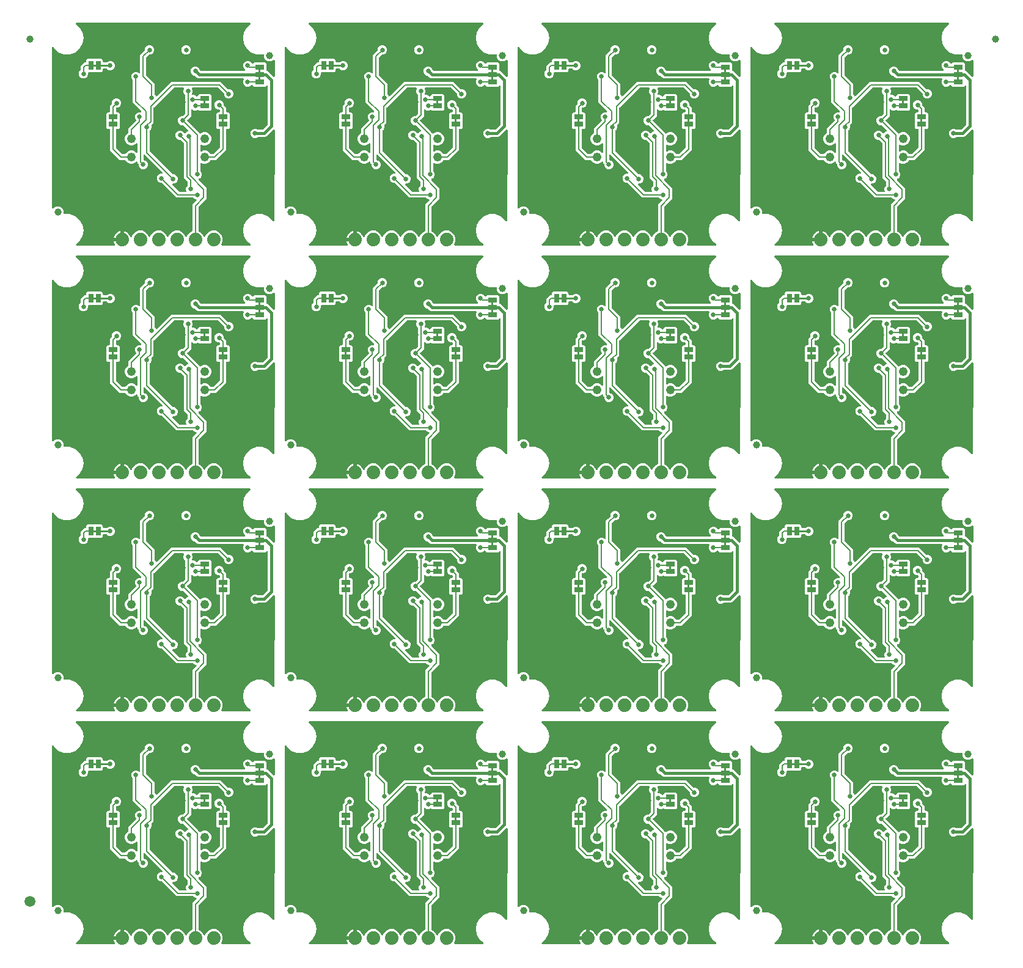
<source format=gbl>
G04 EAGLE Gerber RS-274X export*
G75*
%MOMM*%
%FSLAX34Y34*%
%LPD*%
%INBottom Copper*%
%IPPOS*%
%AMOC8*
5,1,8,0,0,1.08239X$1,22.5*%
G01*
%ADD10R,0.660400X1.270000*%
%ADD11C,1.000000*%
%ADD12R,1.270000X0.660400*%
%ADD13C,1.219200*%
%ADD14C,1.879600*%
%ADD15C,1.500000*%
%ADD16C,0.406400*%
%ADD17C,0.660400*%
%ADD18C,0.203200*%
%ADD19C,0.254000*%

G36*
X90481Y4324D02*
X90481Y4324D01*
X90521Y4321D01*
X90638Y4344D01*
X90757Y4359D01*
X90794Y4373D01*
X90833Y4381D01*
X90941Y4432D01*
X91052Y4476D01*
X91085Y4499D01*
X91121Y4516D01*
X91213Y4592D01*
X91310Y4662D01*
X91335Y4693D01*
X91366Y4719D01*
X91436Y4815D01*
X91513Y4907D01*
X91530Y4944D01*
X91553Y4976D01*
X91597Y5087D01*
X91648Y5195D01*
X91656Y5234D01*
X91670Y5271D01*
X91685Y5390D01*
X91708Y5507D01*
X91705Y5547D01*
X91710Y5587D01*
X91696Y5706D01*
X91688Y5825D01*
X91676Y5863D01*
X91671Y5902D01*
X91627Y6014D01*
X91590Y6127D01*
X91569Y6161D01*
X91554Y6198D01*
X91468Y6334D01*
X91389Y6443D01*
X90536Y8117D01*
X89955Y9904D01*
X89915Y10161D01*
X100330Y10161D01*
X100448Y10176D01*
X100567Y10183D01*
X100605Y10196D01*
X100645Y10201D01*
X100756Y10244D01*
X100869Y10281D01*
X100903Y10303D01*
X100941Y10318D01*
X101037Y10388D01*
X101138Y10451D01*
X101166Y10481D01*
X101198Y10504D01*
X101274Y10596D01*
X101356Y10683D01*
X101375Y10718D01*
X101401Y10749D01*
X101452Y10857D01*
X101509Y10961D01*
X101520Y11001D01*
X101537Y11037D01*
X101559Y11154D01*
X101589Y11269D01*
X101593Y11330D01*
X101597Y11350D01*
X101595Y11370D01*
X101599Y11430D01*
X101599Y12701D01*
X102870Y12701D01*
X102988Y12716D01*
X103107Y12723D01*
X103145Y12736D01*
X103185Y12741D01*
X103296Y12785D01*
X103409Y12821D01*
X103444Y12843D01*
X103481Y12858D01*
X103577Y12928D01*
X103678Y12991D01*
X103706Y13021D01*
X103739Y13045D01*
X103814Y13136D01*
X103896Y13223D01*
X103916Y13258D01*
X103941Y13290D01*
X103992Y13397D01*
X104050Y13502D01*
X104060Y13541D01*
X104077Y13577D01*
X104099Y13694D01*
X104129Y13809D01*
X104133Y13870D01*
X104137Y13890D01*
X104135Y13910D01*
X104139Y13970D01*
X104139Y24385D01*
X104396Y24345D01*
X106183Y23764D01*
X107857Y22911D01*
X109378Y21806D01*
X110706Y20478D01*
X111811Y18957D01*
X112664Y17283D01*
X112815Y16818D01*
X112828Y16791D01*
X112835Y16762D01*
X112895Y16647D01*
X112950Y16530D01*
X112969Y16507D01*
X112983Y16481D01*
X113071Y16385D01*
X113153Y16285D01*
X113177Y16268D01*
X113197Y16246D01*
X113306Y16174D01*
X113410Y16098D01*
X113438Y16087D01*
X113463Y16071D01*
X113586Y16029D01*
X113706Y15981D01*
X113736Y15977D01*
X113764Y15968D01*
X113893Y15957D01*
X114021Y15941D01*
X114051Y15945D01*
X114081Y15942D01*
X114209Y15965D01*
X114337Y15981D01*
X114365Y15992D01*
X114394Y15997D01*
X114512Y16050D01*
X114633Y16098D01*
X114657Y16115D01*
X114684Y16127D01*
X114785Y16208D01*
X114890Y16284D01*
X114909Y16307D01*
X114933Y16326D01*
X115010Y16429D01*
X115093Y16529D01*
X115106Y16556D01*
X115124Y16580D01*
X115195Y16725D01*
X116448Y19750D01*
X119950Y23252D01*
X124524Y25147D01*
X129476Y25147D01*
X134050Y23252D01*
X137552Y19750D01*
X138527Y17395D01*
X138596Y17275D01*
X138661Y17152D01*
X138675Y17137D01*
X138685Y17119D01*
X138782Y17019D01*
X138875Y16916D01*
X138892Y16905D01*
X138906Y16891D01*
X139025Y16818D01*
X139141Y16742D01*
X139160Y16735D01*
X139177Y16724D01*
X139310Y16684D01*
X139442Y16638D01*
X139462Y16637D01*
X139481Y16631D01*
X139620Y16624D01*
X139759Y16613D01*
X139779Y16617D01*
X139799Y16616D01*
X139935Y16644D01*
X140072Y16668D01*
X140091Y16676D01*
X140110Y16680D01*
X140236Y16741D01*
X140362Y16798D01*
X140378Y16811D01*
X140396Y16820D01*
X140502Y16910D01*
X140610Y16997D01*
X140623Y17013D01*
X140638Y17026D01*
X140718Y17140D01*
X140802Y17251D01*
X140814Y17276D01*
X140821Y17286D01*
X140828Y17305D01*
X140873Y17395D01*
X141848Y19750D01*
X145350Y23252D01*
X149924Y25147D01*
X154876Y25147D01*
X159450Y23252D01*
X162952Y19751D01*
X163927Y17395D01*
X163996Y17274D01*
X164061Y17152D01*
X164075Y17137D01*
X164085Y17119D01*
X164182Y17019D01*
X164275Y16916D01*
X164292Y16905D01*
X164306Y16891D01*
X164424Y16818D01*
X164541Y16742D01*
X164560Y16735D01*
X164577Y16724D01*
X164710Y16684D01*
X164842Y16638D01*
X164862Y16637D01*
X164881Y16631D01*
X165020Y16624D01*
X165159Y16613D01*
X165179Y16617D01*
X165199Y16616D01*
X165335Y16644D01*
X165472Y16668D01*
X165491Y16676D01*
X165510Y16680D01*
X165635Y16741D01*
X165762Y16798D01*
X165778Y16811D01*
X165796Y16820D01*
X165902Y16910D01*
X166010Y16997D01*
X166023Y17013D01*
X166038Y17026D01*
X166118Y17140D01*
X166202Y17251D01*
X166214Y17276D01*
X166221Y17286D01*
X166228Y17305D01*
X166273Y17395D01*
X167248Y19750D01*
X170750Y23252D01*
X175324Y25147D01*
X180276Y25147D01*
X184850Y23252D01*
X188352Y19751D01*
X189327Y17395D01*
X189396Y17274D01*
X189461Y17152D01*
X189475Y17137D01*
X189485Y17119D01*
X189582Y17019D01*
X189675Y16916D01*
X189692Y16905D01*
X189706Y16891D01*
X189824Y16818D01*
X189941Y16742D01*
X189960Y16735D01*
X189977Y16724D01*
X190110Y16684D01*
X190242Y16638D01*
X190262Y16637D01*
X190281Y16631D01*
X190420Y16624D01*
X190559Y16613D01*
X190579Y16617D01*
X190599Y16616D01*
X190735Y16644D01*
X190872Y16668D01*
X190891Y16676D01*
X190910Y16680D01*
X191035Y16741D01*
X191162Y16798D01*
X191178Y16811D01*
X191196Y16820D01*
X191302Y16910D01*
X191410Y16997D01*
X191423Y17013D01*
X191438Y17026D01*
X191518Y17140D01*
X191602Y17251D01*
X191614Y17276D01*
X191621Y17286D01*
X191628Y17305D01*
X191673Y17395D01*
X192648Y19750D01*
X196150Y23252D01*
X198352Y24164D01*
X198377Y24179D01*
X198405Y24188D01*
X198515Y24257D01*
X198628Y24322D01*
X198649Y24342D01*
X198674Y24358D01*
X198763Y24452D01*
X198856Y24543D01*
X198872Y24568D01*
X198892Y24590D01*
X198955Y24703D01*
X199023Y24814D01*
X199031Y24842D01*
X199046Y24868D01*
X199078Y24994D01*
X199116Y25118D01*
X199118Y25147D01*
X199125Y25176D01*
X199135Y25337D01*
X199135Y61374D01*
X204452Y66690D01*
X204482Y66729D01*
X204519Y66763D01*
X204579Y66854D01*
X204647Y66941D01*
X204666Y66987D01*
X204694Y67028D01*
X204729Y67132D01*
X204773Y67233D01*
X204781Y67282D01*
X204797Y67329D01*
X204806Y67439D01*
X204823Y67547D01*
X204818Y67597D01*
X204822Y67646D01*
X204803Y67755D01*
X204793Y67864D01*
X204776Y67911D01*
X204768Y67960D01*
X204723Y68060D01*
X204685Y68163D01*
X204657Y68204D01*
X204637Y68250D01*
X204569Y68335D01*
X204507Y68426D01*
X204470Y68459D01*
X204439Y68498D01*
X204351Y68564D01*
X204268Y68637D01*
X204224Y68659D01*
X204184Y68689D01*
X204040Y68760D01*
X202143Y69546D01*
X201195Y70494D01*
X201117Y70554D01*
X201045Y70622D01*
X200992Y70651D01*
X200944Y70688D01*
X200853Y70728D01*
X200766Y70776D01*
X200708Y70791D01*
X200652Y70815D01*
X200554Y70830D01*
X200458Y70855D01*
X200358Y70861D01*
X200338Y70865D01*
X200326Y70863D01*
X200298Y70865D01*
X177386Y70865D01*
X157184Y91068D01*
X157106Y91128D01*
X157034Y91196D01*
X156981Y91225D01*
X156933Y91262D01*
X156842Y91302D01*
X156755Y91350D01*
X156697Y91365D01*
X156641Y91389D01*
X156543Y91404D01*
X156447Y91429D01*
X156347Y91435D01*
X156327Y91439D01*
X156315Y91437D01*
X156287Y91439D01*
X154947Y91439D01*
X152613Y92406D01*
X150826Y94193D01*
X149859Y96527D01*
X149859Y99053D01*
X150826Y101387D01*
X152613Y103174D01*
X154947Y104141D01*
X156235Y104141D01*
X156372Y104158D01*
X156511Y104171D01*
X156530Y104178D01*
X156550Y104181D01*
X156679Y104232D01*
X156810Y104279D01*
X156827Y104290D01*
X156846Y104298D01*
X156958Y104379D01*
X157073Y104457D01*
X157087Y104473D01*
X157103Y104484D01*
X157192Y104592D01*
X157284Y104696D01*
X157293Y104714D01*
X157306Y104729D01*
X157365Y104855D01*
X157428Y104979D01*
X157433Y104999D01*
X157442Y105017D01*
X157468Y105153D01*
X157498Y105289D01*
X157498Y105310D01*
X157501Y105329D01*
X157493Y105468D01*
X157488Y105607D01*
X157483Y105627D01*
X157482Y105647D01*
X157439Y105779D01*
X157400Y105913D01*
X157390Y105930D01*
X157384Y105949D01*
X157309Y106067D01*
X157239Y106187D01*
X157220Y106208D01*
X157213Y106218D01*
X157199Y106232D01*
X157132Y106307D01*
X134705Y128734D01*
X133231Y130208D01*
X133122Y130293D01*
X133015Y130382D01*
X132996Y130391D01*
X132980Y130403D01*
X132853Y130458D01*
X132727Y130518D01*
X132707Y130521D01*
X132688Y130529D01*
X132550Y130551D01*
X132414Y130577D01*
X132394Y130576D01*
X132374Y130579D01*
X132235Y130566D01*
X132097Y130558D01*
X132078Y130551D01*
X132058Y130549D01*
X131926Y130502D01*
X131795Y130460D01*
X131777Y130449D01*
X131758Y130442D01*
X131643Y130364D01*
X131526Y130289D01*
X131512Y130275D01*
X131495Y130263D01*
X131403Y130159D01*
X131308Y130058D01*
X131298Y130040D01*
X131285Y130025D01*
X131221Y129901D01*
X131154Y129779D01*
X131149Y129760D01*
X131140Y129742D01*
X131110Y129606D01*
X131075Y129471D01*
X131073Y129443D01*
X131070Y129431D01*
X131071Y129411D01*
X131065Y129311D01*
X131065Y124457D01*
X131068Y124427D01*
X131066Y124398D01*
X131088Y124270D01*
X131105Y124141D01*
X131115Y124114D01*
X131120Y124084D01*
X131174Y123966D01*
X131222Y123845D01*
X131239Y123821D01*
X131251Y123795D01*
X131332Y123693D01*
X131408Y123588D01*
X131431Y123569D01*
X131450Y123546D01*
X131553Y123468D01*
X131653Y123385D01*
X131680Y123373D01*
X131704Y123355D01*
X131848Y123284D01*
X134407Y122224D01*
X136194Y120437D01*
X137161Y118103D01*
X137161Y115577D01*
X136194Y113243D01*
X134407Y111456D01*
X132073Y110489D01*
X129547Y110489D01*
X127213Y111456D01*
X125426Y113243D01*
X124459Y115577D01*
X124459Y116917D01*
X124447Y117015D01*
X124444Y117114D01*
X124427Y117172D01*
X124419Y117232D01*
X124383Y117324D01*
X124355Y117419D01*
X124325Y117471D01*
X124302Y117528D01*
X124244Y117608D01*
X124194Y117693D01*
X124128Y117769D01*
X124116Y117785D01*
X124106Y117793D01*
X124088Y117814D01*
X122935Y118966D01*
X122935Y119638D01*
X122918Y119776D01*
X122905Y119915D01*
X122898Y119934D01*
X122895Y119954D01*
X122844Y120083D01*
X122797Y120214D01*
X122786Y120231D01*
X122778Y120250D01*
X122697Y120362D01*
X122619Y120477D01*
X122603Y120491D01*
X122592Y120507D01*
X122484Y120596D01*
X122380Y120688D01*
X122362Y120697D01*
X122347Y120710D01*
X122221Y120769D01*
X122097Y120832D01*
X122077Y120837D01*
X122059Y120845D01*
X121922Y120871D01*
X121787Y120902D01*
X121766Y120901D01*
X121747Y120905D01*
X121608Y120897D01*
X121469Y120892D01*
X121449Y120887D01*
X121429Y120885D01*
X121297Y120843D01*
X121163Y120804D01*
X121146Y120794D01*
X121127Y120787D01*
X121009Y120713D01*
X120889Y120642D01*
X120868Y120624D01*
X120858Y120617D01*
X120844Y120602D01*
X120769Y120536D01*
X119480Y119247D01*
X116119Y117855D01*
X112481Y117855D01*
X109120Y119247D01*
X106547Y121820D01*
X106410Y122152D01*
X106395Y122177D01*
X106386Y122205D01*
X106317Y122315D01*
X106252Y122428D01*
X106232Y122449D01*
X106216Y122474D01*
X106121Y122563D01*
X106031Y122656D01*
X106006Y122672D01*
X105985Y122692D01*
X105871Y122755D01*
X105760Y122823D01*
X105732Y122831D01*
X105706Y122846D01*
X105580Y122878D01*
X105456Y122916D01*
X105427Y122918D01*
X105398Y122925D01*
X105237Y122935D01*
X98646Y122935D01*
X95894Y125688D01*
X87588Y133994D01*
X84835Y136746D01*
X84835Y164973D01*
X84820Y165091D01*
X84813Y165210D01*
X84800Y165248D01*
X84795Y165289D01*
X84752Y165399D01*
X84715Y165512D01*
X84693Y165547D01*
X84678Y165584D01*
X84609Y165680D01*
X84545Y165781D01*
X84515Y165809D01*
X84492Y165842D01*
X84400Y165918D01*
X84313Y165999D01*
X84278Y166019D01*
X84247Y166044D01*
X84139Y166095D01*
X84035Y166153D01*
X83995Y166163D01*
X83959Y166180D01*
X83842Y166202D01*
X83727Y166232D01*
X83667Y166236D01*
X83647Y166240D01*
X83626Y166238D01*
X83566Y166242D01*
X81287Y166242D01*
X79501Y168028D01*
X79501Y177289D01*
X79542Y177369D01*
X79551Y177409D01*
X79567Y177446D01*
X79586Y177563D01*
X79612Y177680D01*
X79611Y177720D01*
X79617Y177760D01*
X79606Y177878D01*
X79602Y177997D01*
X79591Y178036D01*
X79587Y178076D01*
X79547Y178189D01*
X79514Y178303D01*
X79501Y178324D01*
X79501Y187572D01*
X81287Y189358D01*
X83566Y189358D01*
X83684Y189373D01*
X83803Y189380D01*
X83841Y189393D01*
X83882Y189398D01*
X83992Y189441D01*
X84105Y189478D01*
X84140Y189500D01*
X84177Y189515D01*
X84273Y189584D01*
X84374Y189648D01*
X84402Y189678D01*
X84435Y189701D01*
X84511Y189793D01*
X84592Y189880D01*
X84612Y189915D01*
X84637Y189946D01*
X84688Y190054D01*
X84746Y190158D01*
X84756Y190198D01*
X84773Y190234D01*
X84795Y190351D01*
X84825Y190466D01*
X84829Y190526D01*
X84833Y190546D01*
X84831Y190567D01*
X84835Y190627D01*
X84835Y198534D01*
X87258Y200956D01*
X87318Y201034D01*
X87386Y201106D01*
X87415Y201159D01*
X87452Y201207D01*
X87492Y201298D01*
X87540Y201385D01*
X87555Y201443D01*
X87579Y201499D01*
X87594Y201597D01*
X87619Y201693D01*
X87625Y201793D01*
X87629Y201813D01*
X87627Y201825D01*
X87629Y201853D01*
X87629Y203193D01*
X88596Y205527D01*
X90383Y207314D01*
X92717Y208281D01*
X95243Y208281D01*
X97577Y207314D01*
X99364Y205527D01*
X100331Y203193D01*
X100331Y200667D01*
X99364Y198333D01*
X97577Y196546D01*
X95243Y195579D01*
X94234Y195579D01*
X94116Y195564D01*
X93997Y195557D01*
X93959Y195544D01*
X93918Y195539D01*
X93808Y195496D01*
X93695Y195459D01*
X93660Y195437D01*
X93623Y195422D01*
X93527Y195353D01*
X93426Y195289D01*
X93398Y195259D01*
X93365Y195236D01*
X93289Y195144D01*
X93208Y195057D01*
X93188Y195022D01*
X93163Y194991D01*
X93112Y194883D01*
X93054Y194779D01*
X93044Y194739D01*
X93027Y194703D01*
X93005Y194586D01*
X92975Y194471D01*
X92971Y194411D01*
X92967Y194391D01*
X92969Y194370D01*
X92965Y194310D01*
X92965Y190627D01*
X92980Y190509D01*
X92987Y190390D01*
X93000Y190352D01*
X93005Y190311D01*
X93048Y190201D01*
X93085Y190088D01*
X93107Y190053D01*
X93122Y190016D01*
X93191Y189920D01*
X93255Y189819D01*
X93285Y189791D01*
X93308Y189758D01*
X93400Y189682D01*
X93487Y189601D01*
X93522Y189581D01*
X93553Y189556D01*
X93661Y189505D01*
X93765Y189447D01*
X93805Y189437D01*
X93841Y189420D01*
X93958Y189398D01*
X94073Y189368D01*
X94133Y189364D01*
X94153Y189360D01*
X94174Y189362D01*
X94234Y189358D01*
X96513Y189358D01*
X98299Y187572D01*
X98299Y178311D01*
X98258Y178231D01*
X98249Y178192D01*
X98233Y178155D01*
X98214Y178037D01*
X98188Y177921D01*
X98189Y177880D01*
X98183Y177840D01*
X98194Y177722D01*
X98198Y177603D01*
X98209Y177564D01*
X98213Y177524D01*
X98253Y177412D01*
X98286Y177297D01*
X98299Y177276D01*
X98299Y168028D01*
X96513Y166242D01*
X94234Y166242D01*
X94116Y166227D01*
X93997Y166220D01*
X93959Y166207D01*
X93918Y166202D01*
X93808Y166159D01*
X93695Y166122D01*
X93660Y166100D01*
X93623Y166085D01*
X93527Y166016D01*
X93426Y165952D01*
X93398Y165922D01*
X93365Y165899D01*
X93289Y165807D01*
X93208Y165720D01*
X93188Y165685D01*
X93163Y165654D01*
X93112Y165546D01*
X93054Y165442D01*
X93044Y165402D01*
X93027Y165366D01*
X93005Y165249D01*
X92975Y165134D01*
X92971Y165074D01*
X92967Y165054D01*
X92969Y165033D01*
X92965Y164973D01*
X92965Y140639D01*
X92977Y140541D01*
X92980Y140442D01*
X92997Y140384D01*
X93005Y140324D01*
X93041Y140232D01*
X93069Y140137D01*
X93099Y140085D01*
X93122Y140028D01*
X93180Y139948D01*
X93230Y139863D01*
X93296Y139787D01*
X93308Y139771D01*
X93318Y139763D01*
X93336Y139742D01*
X101642Y131436D01*
X101720Y131376D01*
X101792Y131308D01*
X101845Y131279D01*
X101893Y131242D01*
X101984Y131202D01*
X102071Y131154D01*
X102129Y131139D01*
X102185Y131115D01*
X102283Y131100D01*
X102379Y131075D01*
X102479Y131069D01*
X102499Y131065D01*
X102511Y131067D01*
X102539Y131065D01*
X105237Y131065D01*
X105267Y131068D01*
X105296Y131066D01*
X105424Y131088D01*
X105553Y131105D01*
X105580Y131115D01*
X105609Y131120D01*
X105728Y131174D01*
X105849Y131222D01*
X105872Y131239D01*
X105899Y131251D01*
X106001Y131332D01*
X106106Y131408D01*
X106125Y131431D01*
X106148Y131450D01*
X106226Y131553D01*
X106309Y131653D01*
X106321Y131680D01*
X106339Y131704D01*
X106410Y131848D01*
X106547Y132180D01*
X109120Y134753D01*
X112481Y136145D01*
X116119Y136145D01*
X119480Y134753D01*
X120769Y133464D01*
X120878Y133379D01*
X120985Y133290D01*
X121004Y133281D01*
X121020Y133269D01*
X121147Y133214D01*
X121273Y133155D01*
X121293Y133151D01*
X121312Y133143D01*
X121450Y133121D01*
X121586Y133095D01*
X121606Y133096D01*
X121626Y133093D01*
X121765Y133106D01*
X121903Y133115D01*
X121922Y133121D01*
X121942Y133123D01*
X122074Y133170D01*
X122205Y133213D01*
X122223Y133223D01*
X122242Y133230D01*
X122357Y133308D01*
X122474Y133383D01*
X122488Y133398D01*
X122505Y133409D01*
X122597Y133513D01*
X122692Y133614D01*
X122702Y133632D01*
X122715Y133647D01*
X122779Y133771D01*
X122846Y133893D01*
X122851Y133912D01*
X122860Y133931D01*
X122890Y134066D01*
X122925Y134201D01*
X122927Y134229D01*
X122930Y134241D01*
X122929Y134261D01*
X122935Y134362D01*
X122935Y145038D01*
X122918Y145176D01*
X122905Y145315D01*
X122898Y145334D01*
X122895Y145354D01*
X122844Y145483D01*
X122797Y145614D01*
X122786Y145631D01*
X122778Y145650D01*
X122697Y145762D01*
X122619Y145877D01*
X122603Y145891D01*
X122592Y145907D01*
X122484Y145996D01*
X122380Y146088D01*
X122362Y146097D01*
X122347Y146110D01*
X122221Y146169D01*
X122097Y146232D01*
X122077Y146237D01*
X122059Y146245D01*
X121922Y146271D01*
X121787Y146302D01*
X121766Y146301D01*
X121747Y146305D01*
X121608Y146297D01*
X121469Y146292D01*
X121449Y146287D01*
X121429Y146285D01*
X121297Y146243D01*
X121163Y146204D01*
X121146Y146194D01*
X121127Y146187D01*
X121009Y146113D01*
X120889Y146042D01*
X120868Y146024D01*
X120858Y146017D01*
X120844Y146002D01*
X120769Y145936D01*
X119480Y144647D01*
X116119Y143255D01*
X112481Y143255D01*
X109120Y144647D01*
X106547Y147220D01*
X105155Y150581D01*
X105155Y154219D01*
X106547Y157580D01*
X109120Y160153D01*
X109452Y160290D01*
X109477Y160305D01*
X109505Y160314D01*
X109615Y160383D01*
X109728Y160447D01*
X109749Y160468D01*
X109774Y160484D01*
X109863Y160578D01*
X109956Y160669D01*
X109972Y160694D01*
X109992Y160715D01*
X110055Y160829D01*
X110123Y160940D01*
X110131Y160968D01*
X110146Y160994D01*
X110178Y161119D01*
X110216Y161244D01*
X110218Y161273D01*
X110225Y161302D01*
X110235Y161463D01*
X110235Y166784D01*
X112988Y169536D01*
X120643Y177191D01*
X120716Y177285D01*
X120794Y177374D01*
X120813Y177410D01*
X120838Y177442D01*
X120885Y177552D01*
X120939Y177658D01*
X120948Y177697D01*
X120964Y177734D01*
X120983Y177852D01*
X121009Y177968D01*
X121007Y178008D01*
X121014Y178048D01*
X121003Y178167D01*
X120999Y178286D01*
X120988Y178325D01*
X120984Y178365D01*
X120944Y178477D01*
X120911Y178591D01*
X120890Y178626D01*
X120876Y178664D01*
X120810Y178763D01*
X120749Y178865D01*
X120709Y178910D01*
X120698Y178927D01*
X120683Y178941D01*
X120643Y178986D01*
X120346Y179283D01*
X119379Y181617D01*
X119379Y184143D01*
X120346Y186477D01*
X122133Y188264D01*
X124467Y189231D01*
X127077Y189231D01*
X127214Y189248D01*
X127353Y189261D01*
X127372Y189268D01*
X127392Y189271D01*
X127521Y189322D01*
X127652Y189369D01*
X127669Y189380D01*
X127688Y189388D01*
X127800Y189469D01*
X127915Y189547D01*
X127929Y189563D01*
X127945Y189574D01*
X128034Y189682D01*
X128126Y189786D01*
X128135Y189804D01*
X128148Y189819D01*
X128207Y189945D01*
X128270Y190069D01*
X128275Y190089D01*
X128284Y190107D01*
X128310Y190243D01*
X128340Y190379D01*
X128340Y190400D01*
X128343Y190419D01*
X128335Y190558D01*
X128330Y190697D01*
X128325Y190717D01*
X128324Y190737D01*
X128281Y190869D01*
X128242Y191003D01*
X128232Y191020D01*
X128226Y191039D01*
X128151Y191157D01*
X128081Y191277D01*
X128062Y191298D01*
X128055Y191308D01*
X128040Y191322D01*
X127974Y191397D01*
X116585Y202786D01*
X116585Y233318D01*
X116573Y233416D01*
X116570Y233515D01*
X116553Y233573D01*
X116545Y233633D01*
X116509Y233725D01*
X116481Y233820D01*
X116451Y233873D01*
X116428Y233929D01*
X116370Y234009D01*
X116320Y234094D01*
X116254Y234170D01*
X116242Y234186D01*
X116232Y234194D01*
X116214Y234215D01*
X115266Y235163D01*
X114299Y237497D01*
X114299Y240023D01*
X115266Y242357D01*
X117053Y244144D01*
X119387Y245111D01*
X121913Y245111D01*
X124247Y244144D01*
X124578Y243813D01*
X124688Y243728D01*
X124795Y243639D01*
X124814Y243630D01*
X124830Y243618D01*
X124958Y243562D01*
X125083Y243503D01*
X125103Y243500D01*
X125122Y243491D01*
X125260Y243470D01*
X125396Y243444D01*
X125416Y243445D01*
X125436Y243442D01*
X125575Y243455D01*
X125713Y243463D01*
X125732Y243470D01*
X125752Y243471D01*
X125883Y243519D01*
X126015Y243561D01*
X126033Y243572D01*
X126052Y243579D01*
X126166Y243657D01*
X126284Y243732D01*
X126298Y243746D01*
X126315Y243758D01*
X126407Y243862D01*
X126502Y243963D01*
X126512Y243981D01*
X126525Y243996D01*
X126588Y244120D01*
X126656Y244242D01*
X126661Y244261D01*
X126670Y244279D01*
X126700Y244415D01*
X126735Y244550D01*
X126737Y244578D01*
X126740Y244590D01*
X126739Y244610D01*
X126745Y244710D01*
X126745Y268384D01*
X132978Y274616D01*
X133038Y274694D01*
X133106Y274766D01*
X133135Y274819D01*
X133172Y274867D01*
X133212Y274958D01*
X133260Y275045D01*
X133275Y275103D01*
X133299Y275159D01*
X133314Y275257D01*
X133339Y275353D01*
X133345Y275453D01*
X133349Y275473D01*
X133347Y275485D01*
X133349Y275513D01*
X133349Y276853D01*
X134316Y279187D01*
X136103Y280974D01*
X138437Y281941D01*
X140963Y281941D01*
X143297Y280974D01*
X145084Y279187D01*
X146051Y276853D01*
X146051Y274327D01*
X145084Y271993D01*
X143297Y270206D01*
X140963Y269239D01*
X139623Y269239D01*
X139525Y269227D01*
X139426Y269224D01*
X139368Y269207D01*
X139308Y269199D01*
X139216Y269163D01*
X139121Y269135D01*
X139069Y269105D01*
X139012Y269082D01*
X138932Y269024D01*
X138847Y268974D01*
X138771Y268908D01*
X138755Y268896D01*
X138747Y268886D01*
X138726Y268868D01*
X135246Y265388D01*
X135186Y265310D01*
X135118Y265238D01*
X135089Y265185D01*
X135052Y265137D01*
X135012Y265046D01*
X134964Y264959D01*
X134949Y264901D01*
X134925Y264845D01*
X134910Y264747D01*
X134885Y264651D01*
X134879Y264551D01*
X134875Y264531D01*
X134877Y264519D01*
X134875Y264491D01*
X134875Y240969D01*
X134887Y240871D01*
X134890Y240772D01*
X134907Y240714D01*
X134915Y240654D01*
X134951Y240562D01*
X134979Y240467D01*
X135009Y240415D01*
X135032Y240358D01*
X135090Y240278D01*
X135140Y240193D01*
X135207Y240117D01*
X135218Y240101D01*
X135228Y240093D01*
X135246Y240072D01*
X146305Y229014D01*
X146305Y214992D01*
X146317Y214894D01*
X146320Y214795D01*
X146337Y214737D01*
X146345Y214677D01*
X146381Y214585D01*
X146409Y214490D01*
X146439Y214437D01*
X146462Y214381D01*
X146520Y214301D01*
X146570Y214216D01*
X146636Y214140D01*
X146648Y214124D01*
X146658Y214116D01*
X146676Y214095D01*
X147624Y213147D01*
X148057Y212102D01*
X148081Y212059D01*
X148098Y212012D01*
X148160Y211921D01*
X148214Y211826D01*
X148249Y211790D01*
X148277Y211749D01*
X148359Y211676D01*
X148436Y211598D01*
X148478Y211572D01*
X148515Y211539D01*
X148613Y211489D01*
X148707Y211431D01*
X148754Y211417D01*
X148798Y211394D01*
X148906Y211370D01*
X149011Y211338D01*
X149060Y211335D01*
X149109Y211325D01*
X149219Y211328D01*
X149328Y211323D01*
X149377Y211333D01*
X149427Y211334D01*
X149532Y211365D01*
X149640Y211387D01*
X149685Y211409D01*
X149732Y211423D01*
X149827Y211478D01*
X149925Y211527D01*
X149963Y211559D01*
X150006Y211584D01*
X150127Y211691D01*
X164506Y226070D01*
X169831Y231395D01*
X238294Y231395D01*
X248336Y221352D01*
X248414Y221292D01*
X248486Y221224D01*
X248539Y221195D01*
X248587Y221158D01*
X248678Y221118D01*
X248765Y221070D01*
X248823Y221055D01*
X248879Y221031D01*
X248977Y221016D01*
X249073Y220991D01*
X249173Y220985D01*
X249193Y220981D01*
X249205Y220983D01*
X249233Y220981D01*
X250573Y220981D01*
X252907Y220014D01*
X254694Y218227D01*
X255661Y215893D01*
X255661Y213367D01*
X254694Y211033D01*
X252907Y209246D01*
X250573Y208279D01*
X248047Y208279D01*
X245713Y209246D01*
X243926Y211033D01*
X242959Y213367D01*
X242959Y214707D01*
X242947Y214805D01*
X242944Y214904D01*
X242927Y214962D01*
X242919Y215022D01*
X242883Y215114D01*
X242855Y215209D01*
X242825Y215261D01*
X242802Y215318D01*
X242744Y215398D01*
X242694Y215483D01*
X242628Y215559D01*
X242616Y215575D01*
X242606Y215583D01*
X242588Y215604D01*
X235298Y222894D01*
X235220Y222954D01*
X235148Y223022D01*
X235095Y223051D01*
X235047Y223088D01*
X234956Y223128D01*
X234869Y223176D01*
X234811Y223191D01*
X234755Y223215D01*
X234657Y223230D01*
X234561Y223255D01*
X234461Y223261D01*
X234441Y223265D01*
X234429Y223263D01*
X234401Y223265D01*
X199815Y223265D01*
X199765Y223259D01*
X199716Y223261D01*
X199609Y223239D01*
X199499Y223225D01*
X199453Y223207D01*
X199404Y223197D01*
X199306Y223149D01*
X199204Y223108D01*
X199164Y223079D01*
X199119Y223057D01*
X199035Y222986D01*
X198946Y222922D01*
X198915Y222883D01*
X198877Y222851D01*
X198814Y222761D01*
X198743Y222677D01*
X198722Y222632D01*
X198694Y222591D01*
X198655Y222488D01*
X198608Y222389D01*
X198599Y222340D01*
X198581Y222294D01*
X198569Y222184D01*
X198548Y222077D01*
X198551Y222027D01*
X198546Y221978D01*
X198561Y221869D01*
X198568Y221759D01*
X198583Y221712D01*
X198590Y221663D01*
X198642Y221510D01*
X199391Y219703D01*
X199391Y217177D01*
X198537Y215116D01*
X198524Y215068D01*
X198503Y215023D01*
X198482Y214915D01*
X198453Y214809D01*
X198452Y214759D01*
X198443Y214710D01*
X198450Y214601D01*
X198448Y214491D01*
X198460Y214443D01*
X198463Y214393D01*
X198497Y214289D01*
X198522Y214182D01*
X198545Y214138D01*
X198561Y214091D01*
X198620Y213998D01*
X198671Y213901D01*
X198704Y213864D01*
X198731Y213822D01*
X198811Y213747D01*
X198885Y213665D01*
X198926Y213638D01*
X198963Y213604D01*
X199059Y213551D01*
X199151Y213491D01*
X199198Y213474D01*
X199241Y213450D01*
X199347Y213423D01*
X199451Y213387D01*
X199501Y213383D01*
X199549Y213371D01*
X199710Y213361D01*
X200653Y213361D01*
X202987Y212394D01*
X203935Y211446D01*
X204013Y211386D01*
X204085Y211318D01*
X204138Y211289D01*
X204186Y211252D01*
X204277Y211212D01*
X204364Y211164D01*
X204422Y211149D01*
X204478Y211125D01*
X204576Y211110D01*
X204672Y211085D01*
X204772Y211079D01*
X204792Y211075D01*
X204804Y211077D01*
X204832Y211075D01*
X205232Y211075D01*
X205350Y211090D01*
X205469Y211097D01*
X205507Y211110D01*
X205548Y211115D01*
X205658Y211158D01*
X205771Y211195D01*
X205806Y211217D01*
X205843Y211232D01*
X205939Y211301D01*
X206040Y211365D01*
X206068Y211395D01*
X206101Y211418D01*
X206177Y211510D01*
X206258Y211597D01*
X206278Y211632D01*
X206303Y211663D01*
X206354Y211771D01*
X206412Y211875D01*
X206422Y211915D01*
X206439Y211951D01*
X206461Y212068D01*
X206491Y212183D01*
X206495Y212243D01*
X206499Y212263D01*
X206497Y212284D01*
X206501Y212344D01*
X206501Y212972D01*
X208287Y214758D01*
X223513Y214758D01*
X225299Y212972D01*
X225299Y203711D01*
X225258Y203631D01*
X225249Y203591D01*
X225233Y203554D01*
X225214Y203437D01*
X225188Y203320D01*
X225189Y203280D01*
X225183Y203240D01*
X225194Y203122D01*
X225198Y203003D01*
X225209Y202964D01*
X225213Y202924D01*
X225253Y202811D01*
X225286Y202697D01*
X225299Y202676D01*
X225299Y193428D01*
X223513Y191642D01*
X208287Y191642D01*
X207677Y192252D01*
X207654Y192270D01*
X207635Y192293D01*
X207528Y192368D01*
X207426Y192447D01*
X207399Y192459D01*
X207375Y192476D01*
X207253Y192522D01*
X207134Y192574D01*
X207105Y192578D01*
X207077Y192589D01*
X206948Y192603D01*
X206820Y192624D01*
X206790Y192621D01*
X206761Y192624D01*
X206633Y192606D01*
X206503Y192594D01*
X206475Y192584D01*
X206446Y192580D01*
X206294Y192528D01*
X204463Y191769D01*
X201937Y191769D01*
X199603Y192736D01*
X199272Y193067D01*
X199192Y193129D01*
X199123Y193194D01*
X199089Y193213D01*
X199055Y193241D01*
X199036Y193250D01*
X199020Y193262D01*
X198922Y193305D01*
X198845Y193347D01*
X198810Y193356D01*
X198767Y193377D01*
X198747Y193380D01*
X198728Y193389D01*
X198615Y193406D01*
X198537Y193427D01*
X198489Y193430D01*
X198454Y193436D01*
X198434Y193435D01*
X198414Y193438D01*
X198390Y193436D01*
X198376Y193437D01*
X198374Y193437D01*
X198299Y193427D01*
X198275Y193425D01*
X198137Y193417D01*
X198118Y193410D01*
X198098Y193409D01*
X198070Y193399D01*
X198058Y193397D01*
X197984Y193368D01*
X197967Y193361D01*
X197835Y193319D01*
X197817Y193308D01*
X197798Y193301D01*
X197775Y193285D01*
X197763Y193280D01*
X197692Y193229D01*
X197684Y193223D01*
X197566Y193148D01*
X197552Y193134D01*
X197535Y193122D01*
X197517Y193102D01*
X197505Y193093D01*
X197443Y193018D01*
X197348Y192917D01*
X197338Y192899D01*
X197325Y192884D01*
X197313Y192861D01*
X197303Y192848D01*
X197258Y192754D01*
X197194Y192638D01*
X197189Y192619D01*
X197180Y192601D01*
X197175Y192577D01*
X197167Y192561D01*
X197146Y192452D01*
X197115Y192330D01*
X197113Y192302D01*
X197110Y192290D01*
X197111Y192270D01*
X197111Y192267D01*
X197107Y192248D01*
X197108Y192229D01*
X197105Y192170D01*
X197105Y183736D01*
X192142Y178774D01*
X192082Y178696D01*
X192014Y178624D01*
X191985Y178571D01*
X191948Y178523D01*
X191908Y178432D01*
X191860Y178345D01*
X191845Y178287D01*
X191821Y178231D01*
X191806Y178133D01*
X191781Y178037D01*
X191775Y177937D01*
X191771Y177917D01*
X191773Y177905D01*
X191771Y177877D01*
X191771Y177723D01*
X191783Y177625D01*
X191786Y177526D01*
X191803Y177468D01*
X191811Y177408D01*
X191847Y177316D01*
X191875Y177221D01*
X191905Y177169D01*
X191928Y177112D01*
X191986Y177032D01*
X192036Y176947D01*
X192102Y176871D01*
X192114Y176855D01*
X192124Y176847D01*
X192142Y176826D01*
X207052Y161916D01*
X208870Y160098D01*
X208965Y160025D01*
X209054Y159946D01*
X209090Y159928D01*
X209122Y159903D01*
X209231Y159856D01*
X209337Y159802D01*
X209376Y159793D01*
X209414Y159777D01*
X209531Y159758D01*
X209647Y159732D01*
X209688Y159733D01*
X209728Y159727D01*
X209846Y159738D01*
X209965Y159742D01*
X210004Y159753D01*
X210044Y159757D01*
X210156Y159797D01*
X210271Y159830D01*
X210305Y159851D01*
X210344Y159864D01*
X210442Y159931D01*
X210545Y159992D01*
X210590Y160031D01*
X210607Y160043D01*
X210620Y160058D01*
X210665Y160098D01*
X210720Y160153D01*
X214081Y161545D01*
X217719Y161545D01*
X221080Y160153D01*
X223653Y157580D01*
X225045Y154219D01*
X225045Y150581D01*
X223653Y147220D01*
X221080Y144647D01*
X217719Y143255D01*
X214081Y143255D01*
X211560Y144300D01*
X211512Y144313D01*
X211467Y144334D01*
X211359Y144355D01*
X211253Y144384D01*
X211203Y144384D01*
X211154Y144394D01*
X211045Y144387D01*
X210935Y144389D01*
X210887Y144377D01*
X210837Y144374D01*
X210733Y144340D01*
X210626Y144314D01*
X210582Y144291D01*
X210535Y144276D01*
X210442Y144217D01*
X210345Y144166D01*
X210308Y144132D01*
X210266Y144106D01*
X210191Y144026D01*
X210109Y143952D01*
X210082Y143910D01*
X210048Y143874D01*
X209995Y143778D01*
X209935Y143686D01*
X209918Y143639D01*
X209894Y143596D01*
X209867Y143489D01*
X209831Y143385D01*
X209827Y143336D01*
X209815Y143288D01*
X209805Y143127D01*
X209805Y136273D01*
X209811Y136224D01*
X209809Y136174D01*
X209827Y136085D01*
X209827Y136084D01*
X209828Y136082D01*
X209831Y136067D01*
X209845Y135957D01*
X209863Y135911D01*
X209873Y135863D01*
X209921Y135764D01*
X209962Y135662D01*
X209991Y135622D01*
X210013Y135577D01*
X210084Y135493D01*
X210148Y135404D01*
X210187Y135373D01*
X210219Y135335D01*
X210309Y135272D01*
X210393Y135202D01*
X210438Y135180D01*
X210479Y135152D01*
X210582Y135113D01*
X210681Y135066D01*
X210730Y135057D01*
X210776Y135039D01*
X210886Y135027D01*
X210993Y135006D01*
X211043Y135009D01*
X211092Y135004D01*
X211201Y135019D01*
X211311Y135026D01*
X211358Y135041D01*
X211407Y135048D01*
X211560Y135100D01*
X214081Y136145D01*
X217719Y136145D01*
X221080Y134753D01*
X223653Y132180D01*
X223790Y131848D01*
X223805Y131823D01*
X223814Y131795D01*
X223883Y131685D01*
X223948Y131572D01*
X223968Y131551D01*
X223984Y131526D01*
X224079Y131437D01*
X224169Y131344D01*
X224194Y131328D01*
X224215Y131308D01*
X224329Y131245D01*
X224440Y131177D01*
X224468Y131169D01*
X224494Y131154D01*
X224620Y131122D01*
X224744Y131084D01*
X224773Y131082D01*
X224802Y131075D01*
X224963Y131065D01*
X227661Y131065D01*
X227759Y131077D01*
X227858Y131080D01*
X227916Y131097D01*
X227976Y131105D01*
X228068Y131141D01*
X228163Y131169D01*
X228215Y131199D01*
X228272Y131222D01*
X228352Y131280D01*
X228437Y131330D01*
X228513Y131396D01*
X228529Y131408D01*
X228537Y131418D01*
X228558Y131436D01*
X236864Y139742D01*
X236924Y139820D01*
X236992Y139892D01*
X237021Y139945D01*
X237058Y139993D01*
X237098Y140084D01*
X237146Y140171D01*
X237161Y140229D01*
X237185Y140285D01*
X237200Y140383D01*
X237225Y140479D01*
X237231Y140579D01*
X237235Y140599D01*
X237233Y140611D01*
X237235Y140639D01*
X237235Y164973D01*
X237220Y165091D01*
X237213Y165210D01*
X237200Y165248D01*
X237195Y165289D01*
X237152Y165399D01*
X237115Y165512D01*
X237093Y165547D01*
X237078Y165584D01*
X237009Y165680D01*
X236945Y165781D01*
X236915Y165809D01*
X236892Y165842D01*
X236800Y165918D01*
X236713Y165999D01*
X236678Y166019D01*
X236647Y166044D01*
X236539Y166095D01*
X236435Y166153D01*
X236395Y166163D01*
X236359Y166180D01*
X236242Y166202D01*
X236127Y166232D01*
X236067Y166236D01*
X236047Y166240D01*
X236026Y166238D01*
X235966Y166242D01*
X233687Y166242D01*
X231901Y168028D01*
X231901Y177289D01*
X231942Y177369D01*
X231951Y177409D01*
X231967Y177446D01*
X231986Y177563D01*
X232012Y177680D01*
X232011Y177720D01*
X232017Y177760D01*
X232006Y177878D01*
X232002Y177997D01*
X231991Y178036D01*
X231987Y178076D01*
X231947Y178189D01*
X231914Y178303D01*
X231901Y178324D01*
X231901Y187572D01*
X233687Y189358D01*
X235966Y189358D01*
X236084Y189373D01*
X236203Y189380D01*
X236241Y189393D01*
X236282Y189398D01*
X236392Y189441D01*
X236505Y189478D01*
X236540Y189500D01*
X236577Y189515D01*
X236673Y189584D01*
X236774Y189648D01*
X236802Y189678D01*
X236835Y189701D01*
X236911Y189793D01*
X236992Y189880D01*
X237012Y189915D01*
X237037Y189946D01*
X237088Y190054D01*
X237146Y190158D01*
X237156Y190198D01*
X237173Y190234D01*
X237195Y190351D01*
X237225Y190466D01*
X237229Y190526D01*
X237233Y190546D01*
X237231Y190567D01*
X237235Y190627D01*
X237235Y191770D01*
X237220Y191888D01*
X237213Y192007D01*
X237200Y192045D01*
X237195Y192086D01*
X237152Y192196D01*
X237115Y192309D01*
X237093Y192344D01*
X237078Y192381D01*
X237009Y192477D01*
X236945Y192578D01*
X236915Y192606D01*
X236892Y192639D01*
X236800Y192715D01*
X236713Y192796D01*
X236678Y192816D01*
X236647Y192841D01*
X236539Y192892D01*
X236435Y192950D01*
X236395Y192960D01*
X236359Y192977D01*
X236242Y192999D01*
X236127Y193029D01*
X236067Y193033D01*
X236047Y193037D01*
X236026Y193035D01*
X235966Y193039D01*
X234957Y193039D01*
X232623Y194006D01*
X230836Y195793D01*
X229869Y198127D01*
X229869Y200653D01*
X230836Y202987D01*
X232623Y204774D01*
X234957Y205741D01*
X237483Y205741D01*
X239817Y204774D01*
X241604Y202987D01*
X242571Y200653D01*
X242571Y199313D01*
X242583Y199215D01*
X242586Y199116D01*
X242603Y199058D01*
X242611Y198998D01*
X242647Y198906D01*
X242675Y198811D01*
X242705Y198759D01*
X242728Y198702D01*
X242786Y198622D01*
X242836Y198537D01*
X242902Y198461D01*
X242914Y198445D01*
X242924Y198437D01*
X242942Y198416D01*
X245365Y195994D01*
X245365Y190627D01*
X245380Y190509D01*
X245387Y190390D01*
X245400Y190352D01*
X245405Y190311D01*
X245448Y190201D01*
X245485Y190088D01*
X245507Y190053D01*
X245522Y190016D01*
X245591Y189920D01*
X245655Y189819D01*
X245685Y189791D01*
X245708Y189758D01*
X245800Y189682D01*
X245887Y189601D01*
X245922Y189581D01*
X245953Y189556D01*
X246061Y189505D01*
X246165Y189447D01*
X246205Y189437D01*
X246241Y189420D01*
X246358Y189398D01*
X246473Y189368D01*
X246533Y189364D01*
X246553Y189360D01*
X246574Y189362D01*
X246634Y189358D01*
X248913Y189358D01*
X250699Y187572D01*
X250699Y178311D01*
X250658Y178231D01*
X250649Y178192D01*
X250633Y178155D01*
X250614Y178037D01*
X250588Y177921D01*
X250589Y177880D01*
X250583Y177840D01*
X250594Y177722D01*
X250598Y177603D01*
X250609Y177564D01*
X250613Y177524D01*
X250653Y177412D01*
X250686Y177297D01*
X250699Y177276D01*
X250699Y168028D01*
X248913Y166242D01*
X246634Y166242D01*
X246516Y166227D01*
X246397Y166220D01*
X246359Y166207D01*
X246318Y166202D01*
X246208Y166159D01*
X246095Y166122D01*
X246060Y166100D01*
X246023Y166085D01*
X245927Y166016D01*
X245826Y165952D01*
X245798Y165922D01*
X245765Y165899D01*
X245689Y165807D01*
X245608Y165720D01*
X245588Y165685D01*
X245563Y165654D01*
X245512Y165546D01*
X245454Y165442D01*
X245444Y165402D01*
X245427Y165366D01*
X245405Y165249D01*
X245375Y165134D01*
X245371Y165074D01*
X245367Y165054D01*
X245369Y165033D01*
X245365Y164973D01*
X245365Y136746D01*
X231554Y122935D01*
X224963Y122935D01*
X224933Y122932D01*
X224904Y122934D01*
X224776Y122912D01*
X224647Y122895D01*
X224620Y122885D01*
X224591Y122880D01*
X224472Y122826D01*
X224351Y122778D01*
X224328Y122761D01*
X224301Y122749D01*
X224199Y122668D01*
X224094Y122592D01*
X224075Y122569D01*
X224052Y122550D01*
X223974Y122447D01*
X223891Y122347D01*
X223879Y122320D01*
X223861Y122296D01*
X223790Y122152D01*
X223653Y121820D01*
X221080Y119247D01*
X217719Y117855D01*
X214081Y117855D01*
X211560Y118900D01*
X211512Y118913D01*
X211467Y118934D01*
X211359Y118955D01*
X211253Y118984D01*
X211203Y118984D01*
X211154Y118994D01*
X211045Y118987D01*
X210935Y118989D01*
X210887Y118977D01*
X210837Y118974D01*
X210733Y118940D01*
X210626Y118914D01*
X210582Y118891D01*
X210535Y118876D01*
X210442Y118817D01*
X210345Y118766D01*
X210308Y118732D01*
X210266Y118706D01*
X210191Y118626D01*
X210109Y118552D01*
X210082Y118510D01*
X210048Y118474D01*
X209995Y118378D01*
X209935Y118286D01*
X209918Y118239D01*
X209894Y118196D01*
X209867Y118089D01*
X209831Y117985D01*
X209827Y117936D01*
X209815Y117888D01*
X209805Y117727D01*
X209805Y108664D01*
X209817Y108566D01*
X209820Y108467D01*
X209837Y108409D01*
X209845Y108349D01*
X209881Y108257D01*
X209909Y108162D01*
X209939Y108109D01*
X209962Y108053D01*
X210020Y107973D01*
X210070Y107888D01*
X210136Y107812D01*
X210148Y107796D01*
X210158Y107788D01*
X210176Y107767D01*
X211124Y106819D01*
X212091Y104485D01*
X212091Y101959D01*
X211124Y99625D01*
X209337Y97838D01*
X208089Y97321D01*
X208046Y97296D01*
X207999Y97280D01*
X207908Y97218D01*
X207813Y97164D01*
X207777Y97129D01*
X207736Y97101D01*
X207663Y97019D01*
X207585Y96942D01*
X207559Y96900D01*
X207526Y96863D01*
X207476Y96765D01*
X207418Y96671D01*
X207404Y96624D01*
X207381Y96579D01*
X207357Y96472D01*
X207325Y96367D01*
X207322Y96318D01*
X207311Y96269D01*
X207315Y96159D01*
X207310Y96050D01*
X207320Y96001D01*
X207321Y95951D01*
X207352Y95846D01*
X207374Y95738D01*
X207396Y95693D01*
X207409Y95646D01*
X207465Y95551D01*
X207514Y95452D01*
X207546Y95414D01*
X207571Y95372D01*
X207677Y95251D01*
X218695Y84234D01*
X218695Y69436D01*
X207636Y58378D01*
X207576Y58300D01*
X207508Y58228D01*
X207479Y58175D01*
X207442Y58127D01*
X207402Y58036D01*
X207354Y57949D01*
X207339Y57891D01*
X207315Y57835D01*
X207300Y57737D01*
X207275Y57641D01*
X207269Y57541D01*
X207265Y57521D01*
X207267Y57509D01*
X207265Y57481D01*
X207265Y25337D01*
X207268Y25307D01*
X207266Y25278D01*
X207288Y25150D01*
X207305Y25021D01*
X207315Y24994D01*
X207320Y24965D01*
X207374Y24846D01*
X207422Y24725D01*
X207439Y24702D01*
X207451Y24675D01*
X207532Y24573D01*
X207608Y24468D01*
X207631Y24449D01*
X207650Y24426D01*
X207753Y24348D01*
X207853Y24265D01*
X207880Y24253D01*
X207904Y24235D01*
X208048Y24164D01*
X210250Y23252D01*
X213752Y19751D01*
X214727Y17395D01*
X214796Y17274D01*
X214861Y17152D01*
X214875Y17137D01*
X214885Y17119D01*
X214982Y17019D01*
X215075Y16916D01*
X215092Y16905D01*
X215106Y16891D01*
X215224Y16818D01*
X215341Y16742D01*
X215360Y16735D01*
X215377Y16724D01*
X215510Y16684D01*
X215642Y16638D01*
X215662Y16637D01*
X215681Y16631D01*
X215820Y16624D01*
X215959Y16613D01*
X215979Y16617D01*
X215999Y16616D01*
X216135Y16644D01*
X216272Y16668D01*
X216291Y16676D01*
X216310Y16680D01*
X216435Y16741D01*
X216562Y16798D01*
X216578Y16811D01*
X216596Y16820D01*
X216702Y16910D01*
X216810Y16997D01*
X216823Y17013D01*
X216838Y17026D01*
X216918Y17140D01*
X217002Y17251D01*
X217014Y17276D01*
X217021Y17286D01*
X217028Y17305D01*
X217073Y17395D01*
X218048Y19750D01*
X221550Y23252D01*
X226124Y25147D01*
X231076Y25147D01*
X235650Y23252D01*
X239152Y19750D01*
X241047Y15176D01*
X241047Y10224D01*
X239328Y6074D01*
X239314Y6026D01*
X239293Y5981D01*
X239273Y5873D01*
X239244Y5767D01*
X239243Y5717D01*
X239233Y5668D01*
X239240Y5559D01*
X239239Y5449D01*
X239250Y5401D01*
X239253Y5351D01*
X239287Y5247D01*
X239313Y5140D01*
X239336Y5096D01*
X239351Y5049D01*
X239410Y4956D01*
X239461Y4859D01*
X239495Y4822D01*
X239521Y4780D01*
X239602Y4705D01*
X239675Y4623D01*
X239717Y4596D01*
X239753Y4562D01*
X239849Y4509D01*
X239941Y4449D01*
X239988Y4432D01*
X240032Y4408D01*
X240138Y4381D01*
X240242Y4345D01*
X240291Y4341D01*
X240339Y4329D01*
X240500Y4319D01*
X278567Y4319D01*
X278602Y4323D01*
X278637Y4321D01*
X278759Y4343D01*
X278882Y4359D01*
X278915Y4372D01*
X278950Y4378D01*
X279063Y4430D01*
X279178Y4476D01*
X279206Y4496D01*
X279239Y4511D01*
X279335Y4590D01*
X279435Y4662D01*
X279458Y4690D01*
X279485Y4712D01*
X279559Y4812D01*
X279638Y4907D01*
X279653Y4939D01*
X279674Y4968D01*
X279721Y5083D01*
X279774Y5195D01*
X279780Y5230D01*
X279793Y5263D01*
X279810Y5386D01*
X279833Y5507D01*
X279831Y5543D01*
X279836Y5578D01*
X279821Y5701D01*
X279814Y5825D01*
X279803Y5859D01*
X279798Y5894D01*
X279754Y6009D01*
X279716Y6127D01*
X279697Y6157D01*
X279684Y6190D01*
X279612Y6291D01*
X279545Y6396D01*
X279520Y6420D01*
X279499Y6449D01*
X279382Y6560D01*
X274515Y10644D01*
X270529Y17549D01*
X269145Y25400D01*
X270529Y33251D01*
X274515Y40155D01*
X280622Y45280D01*
X288114Y48007D01*
X296086Y48007D01*
X303578Y45280D01*
X309685Y40156D01*
X310637Y38506D01*
X310725Y38390D01*
X310811Y38272D01*
X310821Y38263D01*
X310830Y38252D01*
X310944Y38162D01*
X311055Y38069D01*
X311068Y38063D01*
X311079Y38055D01*
X311212Y37995D01*
X311343Y37934D01*
X311357Y37931D01*
X311369Y37925D01*
X311512Y37901D01*
X311655Y37874D01*
X311669Y37874D01*
X311683Y37872D01*
X311828Y37884D01*
X311973Y37893D01*
X311986Y37897D01*
X312000Y37899D01*
X312137Y37946D01*
X312275Y37991D01*
X312287Y37998D01*
X312300Y38003D01*
X312422Y38083D01*
X312544Y38161D01*
X312554Y38171D01*
X312565Y38179D01*
X312663Y38287D01*
X312762Y38392D01*
X312769Y38405D01*
X312778Y38415D01*
X312846Y38544D01*
X312916Y38671D01*
X312919Y38684D01*
X312926Y38697D01*
X312959Y38838D01*
X312996Y38979D01*
X312997Y38998D01*
X312999Y39006D01*
X312998Y39024D01*
X313006Y39139D01*
X313085Y164405D01*
X313068Y164542D01*
X313054Y164682D01*
X313048Y164700D01*
X313045Y164720D01*
X312994Y164850D01*
X312947Y164981D01*
X312936Y164997D01*
X312928Y165016D01*
X312846Y165129D01*
X312768Y165244D01*
X312753Y165257D01*
X312742Y165273D01*
X312634Y165362D01*
X312530Y165455D01*
X312512Y165464D01*
X312497Y165476D01*
X312371Y165536D01*
X312247Y165599D01*
X312227Y165604D01*
X312209Y165612D01*
X312072Y165638D01*
X311936Y165669D01*
X311916Y165668D01*
X311897Y165672D01*
X311758Y165663D01*
X311618Y165659D01*
X311599Y165654D01*
X311579Y165652D01*
X311447Y165610D01*
X311313Y165571D01*
X311296Y165561D01*
X311277Y165555D01*
X311159Y165480D01*
X311039Y165409D01*
X311018Y165391D01*
X311008Y165385D01*
X310994Y165370D01*
X310918Y165303D01*
X302936Y157321D01*
X302936Y157320D01*
X301328Y155713D01*
X299461Y154939D01*
X290176Y154939D01*
X290078Y154927D01*
X289979Y154924D01*
X289921Y154907D01*
X289861Y154899D01*
X289769Y154863D01*
X289674Y154835D01*
X289621Y154805D01*
X289565Y154782D01*
X289485Y154724D01*
X289400Y154674D01*
X289365Y154643D01*
X287013Y153669D01*
X284487Y153669D01*
X282153Y154636D01*
X280366Y156423D01*
X279399Y158757D01*
X279399Y161283D01*
X280366Y163617D01*
X282153Y165404D01*
X284487Y166371D01*
X287013Y166371D01*
X289380Y165391D01*
X289429Y165344D01*
X289482Y165315D01*
X289530Y165278D01*
X289621Y165238D01*
X289708Y165190D01*
X289766Y165175D01*
X289822Y165151D01*
X289920Y165136D01*
X290016Y165111D01*
X290116Y165105D01*
X290136Y165101D01*
X290148Y165103D01*
X290176Y165101D01*
X295820Y165101D01*
X295918Y165113D01*
X296017Y165116D01*
X296075Y165133D01*
X296135Y165141D01*
X296227Y165177D01*
X296322Y165205D01*
X296375Y165235D01*
X296431Y165258D01*
X296511Y165316D01*
X296596Y165366D01*
X296672Y165432D01*
X296688Y165444D01*
X296696Y165454D01*
X296717Y165472D01*
X303158Y171913D01*
X303218Y171991D01*
X303286Y172063D01*
X303315Y172116D01*
X303352Y172164D01*
X303392Y172255D01*
X303440Y172342D01*
X303455Y172400D01*
X303479Y172456D01*
X303494Y172554D01*
X303519Y172650D01*
X303525Y172750D01*
X303529Y172770D01*
X303527Y172782D01*
X303529Y172810D01*
X303529Y225287D01*
X303512Y225425D01*
X303499Y225564D01*
X303492Y225583D01*
X303489Y225603D01*
X303438Y225732D01*
X303391Y225863D01*
X303380Y225880D01*
X303372Y225899D01*
X303291Y226011D01*
X303213Y226126D01*
X303197Y226140D01*
X303186Y226156D01*
X303078Y226245D01*
X302974Y226337D01*
X302956Y226346D01*
X302941Y226359D01*
X302815Y226418D01*
X302691Y226481D01*
X302671Y226486D01*
X302653Y226494D01*
X302517Y226520D01*
X302381Y226551D01*
X302360Y226550D01*
X302341Y226554D01*
X302202Y226546D01*
X302063Y226541D01*
X302043Y226536D01*
X302023Y226534D01*
X301891Y226492D01*
X301757Y226453D01*
X301740Y226443D01*
X301721Y226436D01*
X301603Y226362D01*
X301483Y226291D01*
X301462Y226273D01*
X301452Y226266D01*
X301438Y226251D01*
X301363Y226185D01*
X299713Y224535D01*
X284487Y224535D01*
X282415Y226607D01*
X282411Y226614D01*
X282381Y226642D01*
X282358Y226675D01*
X282266Y226751D01*
X282179Y226832D01*
X282144Y226852D01*
X282113Y226877D01*
X282005Y226928D01*
X281901Y226986D01*
X281861Y226996D01*
X281825Y227013D01*
X281708Y227035D01*
X281593Y227065D01*
X281533Y227069D01*
X281513Y227073D01*
X281492Y227071D01*
X281432Y227075D01*
X281032Y227075D01*
X280934Y227063D01*
X280835Y227060D01*
X280777Y227043D01*
X280717Y227035D01*
X280625Y226999D01*
X280530Y226971D01*
X280477Y226941D01*
X280421Y226918D01*
X280341Y226860D01*
X280256Y226810D01*
X280180Y226744D01*
X280164Y226732D01*
X280156Y226722D01*
X280135Y226704D01*
X279187Y225756D01*
X276853Y224789D01*
X274327Y224789D01*
X271993Y225756D01*
X270206Y227543D01*
X269239Y229877D01*
X269239Y232403D01*
X270093Y234464D01*
X270106Y234512D01*
X270127Y234557D01*
X270148Y234665D01*
X270177Y234771D01*
X270178Y234821D01*
X270187Y234870D01*
X270180Y234979D01*
X270182Y235089D01*
X270170Y235137D01*
X270167Y235187D01*
X270133Y235291D01*
X270108Y235398D01*
X270085Y235442D01*
X270069Y235489D01*
X270010Y235582D01*
X269959Y235679D01*
X269926Y235716D01*
X269899Y235758D01*
X269819Y235833D01*
X269745Y235915D01*
X269704Y235942D01*
X269667Y235976D01*
X269571Y236029D01*
X269479Y236089D01*
X269432Y236106D01*
X269389Y236130D01*
X269283Y236157D01*
X269179Y236193D01*
X269129Y236197D01*
X269081Y236209D01*
X268920Y236219D01*
X207269Y236219D01*
X205402Y236993D01*
X202737Y239658D01*
X202659Y239718D01*
X202587Y239786D01*
X202534Y239815D01*
X202486Y239852D01*
X202395Y239892D01*
X202308Y239940D01*
X202250Y239955D01*
X202194Y239979D01*
X202096Y239994D01*
X202000Y240019D01*
X201954Y240022D01*
X199603Y240996D01*
X197816Y242783D01*
X196849Y245117D01*
X196849Y247643D01*
X197816Y249977D01*
X199603Y251764D01*
X201937Y252731D01*
X204463Y252731D01*
X206797Y251764D01*
X208584Y249977D01*
X209564Y247611D01*
X209566Y247543D01*
X209583Y247485D01*
X209591Y247425D01*
X209627Y247333D01*
X209655Y247238D01*
X209685Y247185D01*
X209708Y247129D01*
X209766Y247049D01*
X209816Y246964D01*
X209882Y246888D01*
X209894Y246872D01*
X209904Y246864D01*
X209922Y246843D01*
X210013Y246752D01*
X210091Y246692D01*
X210163Y246624D01*
X210216Y246595D01*
X210264Y246558D01*
X210355Y246518D01*
X210442Y246470D01*
X210500Y246455D01*
X210556Y246431D01*
X210654Y246416D01*
X210750Y246391D01*
X210850Y246385D01*
X210870Y246381D01*
X210882Y246383D01*
X210910Y246381D01*
X271164Y246381D01*
X271301Y246398D01*
X271440Y246411D01*
X271459Y246418D01*
X271479Y246421D01*
X271608Y246472D01*
X271739Y246519D01*
X271756Y246530D01*
X271775Y246538D01*
X271887Y246619D01*
X272003Y246697D01*
X272016Y246713D01*
X272032Y246724D01*
X272121Y246832D01*
X272213Y246936D01*
X272222Y246954D01*
X272235Y246969D01*
X272294Y247095D01*
X272358Y247219D01*
X272362Y247239D01*
X272371Y247257D01*
X272397Y247393D01*
X272427Y247529D01*
X272427Y247550D01*
X272430Y247569D01*
X272422Y247708D01*
X272418Y247847D01*
X272412Y247867D01*
X272411Y247887D01*
X272368Y248019D01*
X272329Y248153D01*
X272319Y248170D01*
X272313Y248189D01*
X272238Y248307D01*
X272168Y248427D01*
X272149Y248448D01*
X272142Y248458D01*
X272127Y248472D01*
X272061Y248547D01*
X270206Y250403D01*
X269239Y252737D01*
X269239Y255263D01*
X270206Y257597D01*
X271993Y259384D01*
X274327Y260351D01*
X276853Y260351D01*
X279187Y259384D01*
X280974Y257597D01*
X281139Y257199D01*
X281164Y257155D01*
X281181Y257109D01*
X281242Y257018D01*
X281297Y256922D01*
X281331Y256887D01*
X281359Y256845D01*
X281441Y256773D01*
X281518Y256694D01*
X281560Y256668D01*
X281598Y256635D01*
X281695Y256585D01*
X281789Y256528D01*
X281837Y256513D01*
X281881Y256490D01*
X281988Y256466D01*
X282093Y256434D01*
X282143Y256432D01*
X282191Y256421D01*
X282301Y256424D01*
X282411Y256419D01*
X282459Y256429D01*
X282509Y256430D01*
X282615Y256461D01*
X282722Y256483D01*
X282767Y256505D01*
X282814Y256519D01*
X282909Y256575D01*
X283008Y256623D01*
X283046Y256655D01*
X283088Y256680D01*
X283209Y256787D01*
X284487Y258065D01*
X299713Y258065D01*
X301499Y256279D01*
X301499Y247437D01*
X301502Y247407D01*
X301500Y247378D01*
X301522Y247250D01*
X301539Y247121D01*
X301549Y247094D01*
X301554Y247065D01*
X301608Y246946D01*
X301656Y246825D01*
X301673Y246802D01*
X301685Y246775D01*
X301766Y246673D01*
X301842Y246568D01*
X301865Y246549D01*
X301884Y246526D01*
X301987Y246448D01*
X302087Y246365D01*
X302114Y246353D01*
X302138Y246335D01*
X302282Y246264D01*
X303868Y245607D01*
X305476Y243999D01*
X310965Y238510D01*
X311075Y238425D01*
X311182Y238336D01*
X311200Y238328D01*
X311217Y238315D01*
X311344Y238260D01*
X311469Y238201D01*
X311490Y238197D01*
X311508Y238189D01*
X311645Y238167D01*
X311782Y238141D01*
X311802Y238142D01*
X311823Y238139D01*
X311961Y238152D01*
X312099Y238160D01*
X312119Y238167D01*
X312139Y238169D01*
X312270Y238216D01*
X312402Y238258D01*
X312419Y238269D01*
X312438Y238276D01*
X312553Y238354D01*
X312670Y238428D01*
X312684Y238443D01*
X312702Y238455D01*
X312793Y238559D01*
X312888Y238660D01*
X312898Y238678D01*
X312912Y238693D01*
X312975Y238817D01*
X313042Y238938D01*
X313047Y238958D01*
X313057Y238976D01*
X313087Y239112D01*
X313122Y239246D01*
X313124Y239275D01*
X313126Y239287D01*
X313126Y239307D01*
X313132Y239407D01*
X313145Y260598D01*
X313128Y260736D01*
X313115Y260875D01*
X313108Y260894D01*
X313106Y260913D01*
X313055Y261043D01*
X313007Y261174D01*
X312996Y261191D01*
X312989Y261209D01*
X312907Y261322D01*
X312829Y261437D01*
X312814Y261450D01*
X312802Y261467D01*
X312695Y261555D01*
X312590Y261648D01*
X312573Y261657D01*
X312557Y261669D01*
X312431Y261729D01*
X312307Y261792D01*
X312288Y261797D01*
X312270Y261805D01*
X312132Y261832D01*
X311997Y261862D01*
X311977Y261861D01*
X311958Y261865D01*
X311818Y261857D01*
X311679Y261852D01*
X311660Y261847D01*
X311640Y261846D01*
X311507Y261803D01*
X311373Y261764D01*
X311356Y261754D01*
X311337Y261748D01*
X311220Y261673D01*
X311100Y261602D01*
X311079Y261584D01*
X311069Y261578D01*
X311055Y261563D01*
X310979Y261496D01*
X310629Y261147D01*
X307671Y259921D01*
X304469Y259921D01*
X301511Y261147D01*
X299247Y263411D01*
X298021Y266369D01*
X298021Y268385D01*
X298019Y268407D01*
X298021Y268429D01*
X297999Y268564D01*
X297981Y268700D01*
X297973Y268721D01*
X297970Y268743D01*
X297915Y268868D01*
X297864Y268996D01*
X297852Y269014D01*
X297843Y269034D01*
X297758Y269143D01*
X297678Y269253D01*
X297661Y269267D01*
X297647Y269285D01*
X297538Y269369D01*
X297433Y269456D01*
X297413Y269466D01*
X297395Y269479D01*
X297269Y269533D01*
X297145Y269592D01*
X297123Y269596D01*
X297103Y269605D01*
X296967Y269626D01*
X296833Y269652D01*
X296811Y269650D01*
X296789Y269654D01*
X296652Y269640D01*
X296515Y269632D01*
X296494Y269625D01*
X296472Y269623D01*
X296318Y269578D01*
X296086Y269493D01*
X288114Y269493D01*
X280622Y272220D01*
X274515Y277344D01*
X270529Y284249D01*
X269145Y292100D01*
X270529Y299951D01*
X274515Y306855D01*
X279382Y310940D01*
X279406Y310966D01*
X279435Y310986D01*
X279514Y311082D01*
X279599Y311173D01*
X279615Y311204D01*
X279638Y311231D01*
X279691Y311344D01*
X279750Y311453D01*
X279758Y311487D01*
X279774Y311519D01*
X279797Y311641D01*
X279827Y311761D01*
X279827Y311797D01*
X279833Y311832D01*
X279826Y311955D01*
X279825Y312079D01*
X279816Y312114D01*
X279814Y312149D01*
X279775Y312267D01*
X279744Y312387D01*
X279726Y312418D01*
X279716Y312451D01*
X279649Y312556D01*
X279589Y312665D01*
X279564Y312690D01*
X279545Y312720D01*
X279455Y312805D01*
X279370Y312895D01*
X279340Y312914D01*
X279314Y312938D01*
X279205Y312998D01*
X279100Y313064D01*
X279066Y313075D01*
X279035Y313092D01*
X278915Y313123D01*
X278797Y313160D01*
X278762Y313162D01*
X278727Y313171D01*
X278567Y313181D01*
X38933Y313181D01*
X38898Y313177D01*
X38863Y313179D01*
X38741Y313157D01*
X38618Y313141D01*
X38585Y313128D01*
X38550Y313122D01*
X38437Y313070D01*
X38322Y313024D01*
X38294Y313004D01*
X38261Y312989D01*
X38165Y312910D01*
X38065Y312838D01*
X38042Y312810D01*
X38015Y312788D01*
X37941Y312688D01*
X37862Y312593D01*
X37847Y312561D01*
X37826Y312532D01*
X37779Y312417D01*
X37726Y312305D01*
X37720Y312270D01*
X37707Y312237D01*
X37690Y312114D01*
X37667Y311993D01*
X37669Y311957D01*
X37664Y311922D01*
X37679Y311799D01*
X37686Y311675D01*
X37697Y311641D01*
X37702Y311606D01*
X37746Y311491D01*
X37784Y311373D01*
X37803Y311343D01*
X37816Y311310D01*
X37888Y311209D01*
X37955Y311104D01*
X37980Y311080D01*
X38001Y311051D01*
X38118Y310940D01*
X42985Y306856D01*
X46971Y299951D01*
X48355Y292100D01*
X46971Y284249D01*
X42985Y277345D01*
X36878Y272220D01*
X29386Y269493D01*
X21414Y269493D01*
X13922Y272220D01*
X7815Y277345D01*
X6687Y279298D01*
X6599Y279414D01*
X6514Y279532D01*
X6503Y279541D01*
X6495Y279551D01*
X6381Y279642D01*
X6269Y279735D01*
X6256Y279741D01*
X6246Y279749D01*
X6112Y279809D01*
X5981Y279870D01*
X5968Y279873D01*
X5955Y279878D01*
X5811Y279903D01*
X5668Y279930D01*
X5655Y279929D01*
X5642Y279932D01*
X5496Y279919D01*
X5351Y279910D01*
X5338Y279906D01*
X5325Y279905D01*
X5187Y279857D01*
X5049Y279812D01*
X5037Y279805D01*
X5024Y279801D01*
X4903Y279720D01*
X4780Y279642D01*
X4771Y279632D01*
X4759Y279625D01*
X4662Y279517D01*
X4562Y279411D01*
X4555Y279399D01*
X4546Y279389D01*
X4479Y279260D01*
X4408Y279132D01*
X4405Y279119D01*
X4399Y279107D01*
X4365Y278965D01*
X4329Y278824D01*
X4328Y278806D01*
X4326Y278798D01*
X4326Y278780D01*
X4319Y278663D01*
X4319Y56866D01*
X4336Y56728D01*
X4349Y56589D01*
X4356Y56570D01*
X4359Y56550D01*
X4410Y56421D01*
X4457Y56290D01*
X4468Y56273D01*
X4476Y56254D01*
X4557Y56142D01*
X4635Y56027D01*
X4651Y56013D01*
X4662Y55997D01*
X4770Y55908D01*
X4874Y55816D01*
X4892Y55807D01*
X4907Y55794D01*
X5033Y55735D01*
X5157Y55672D01*
X5177Y55667D01*
X5195Y55659D01*
X5332Y55633D01*
X5467Y55602D01*
X5488Y55603D01*
X5507Y55599D01*
X5646Y55608D01*
X5785Y55612D01*
X5805Y55617D01*
X5825Y55619D01*
X5957Y55661D01*
X6091Y55700D01*
X6108Y55710D01*
X6127Y55717D01*
X6245Y55791D01*
X6365Y55862D01*
X6386Y55880D01*
X6396Y55887D01*
X6410Y55902D01*
X6485Y55968D01*
X8141Y57623D01*
X11099Y58849D01*
X14301Y58849D01*
X17259Y57623D01*
X19523Y55359D01*
X20749Y52401D01*
X20749Y49276D01*
X20764Y49158D01*
X20771Y49039D01*
X20784Y49001D01*
X20789Y48960D01*
X20832Y48850D01*
X20869Y48737D01*
X20891Y48702D01*
X20906Y48665D01*
X20975Y48569D01*
X21039Y48468D01*
X21069Y48440D01*
X21092Y48407D01*
X21184Y48331D01*
X21271Y48250D01*
X21306Y48230D01*
X21337Y48205D01*
X21445Y48154D01*
X21549Y48096D01*
X21589Y48086D01*
X21625Y48069D01*
X21742Y48047D01*
X21857Y48017D01*
X21917Y48013D01*
X21937Y48009D01*
X21958Y48011D01*
X22018Y48007D01*
X29386Y48007D01*
X36878Y45280D01*
X42985Y40156D01*
X46971Y33251D01*
X48355Y25400D01*
X46971Y17549D01*
X42985Y10645D01*
X38118Y6560D01*
X38094Y6534D01*
X38065Y6514D01*
X37986Y6418D01*
X37901Y6327D01*
X37885Y6296D01*
X37862Y6269D01*
X37809Y6156D01*
X37750Y6047D01*
X37742Y6013D01*
X37726Y5981D01*
X37703Y5859D01*
X37673Y5739D01*
X37673Y5703D01*
X37667Y5668D01*
X37674Y5545D01*
X37675Y5421D01*
X37684Y5386D01*
X37686Y5351D01*
X37725Y5233D01*
X37756Y5113D01*
X37774Y5082D01*
X37784Y5049D01*
X37851Y4944D01*
X37911Y4835D01*
X37936Y4810D01*
X37955Y4780D01*
X38045Y4695D01*
X38130Y4605D01*
X38160Y4586D01*
X38186Y4562D01*
X38295Y4502D01*
X38400Y4436D01*
X38434Y4425D01*
X38465Y4408D01*
X38585Y4377D01*
X38703Y4340D01*
X38738Y4338D01*
X38773Y4329D01*
X38933Y4319D01*
X90441Y4319D01*
X90481Y4324D01*
G37*
G36*
X413061Y4324D02*
X413061Y4324D01*
X413101Y4321D01*
X413218Y4344D01*
X413337Y4359D01*
X413374Y4373D01*
X413413Y4381D01*
X413521Y4432D01*
X413632Y4476D01*
X413665Y4499D01*
X413701Y4516D01*
X413793Y4592D01*
X413890Y4662D01*
X413915Y4693D01*
X413946Y4719D01*
X414016Y4815D01*
X414093Y4907D01*
X414110Y4944D01*
X414133Y4976D01*
X414177Y5087D01*
X414228Y5195D01*
X414236Y5234D01*
X414250Y5271D01*
X414265Y5390D01*
X414288Y5507D01*
X414285Y5547D01*
X414290Y5587D01*
X414276Y5706D01*
X414268Y5825D01*
X414256Y5863D01*
X414251Y5902D01*
X414207Y6014D01*
X414170Y6127D01*
X414149Y6161D01*
X414134Y6198D01*
X414048Y6334D01*
X413969Y6443D01*
X413116Y8117D01*
X412535Y9904D01*
X412495Y10161D01*
X422910Y10161D01*
X423028Y10176D01*
X423147Y10183D01*
X423185Y10196D01*
X423225Y10201D01*
X423336Y10244D01*
X423449Y10281D01*
X423483Y10303D01*
X423521Y10318D01*
X423617Y10388D01*
X423718Y10451D01*
X423746Y10481D01*
X423778Y10504D01*
X423854Y10596D01*
X423936Y10683D01*
X423955Y10718D01*
X423981Y10749D01*
X424032Y10857D01*
X424089Y10961D01*
X424100Y11001D01*
X424117Y11037D01*
X424139Y11154D01*
X424169Y11269D01*
X424173Y11330D01*
X424177Y11350D01*
X424175Y11370D01*
X424179Y11430D01*
X424179Y12701D01*
X425450Y12701D01*
X425568Y12716D01*
X425687Y12723D01*
X425725Y12736D01*
X425765Y12741D01*
X425876Y12785D01*
X425989Y12821D01*
X426024Y12843D01*
X426061Y12858D01*
X426157Y12928D01*
X426258Y12991D01*
X426286Y13021D01*
X426319Y13045D01*
X426394Y13136D01*
X426476Y13223D01*
X426496Y13258D01*
X426521Y13290D01*
X426572Y13397D01*
X426630Y13502D01*
X426640Y13541D01*
X426657Y13577D01*
X426679Y13694D01*
X426709Y13809D01*
X426713Y13870D01*
X426717Y13890D01*
X426715Y13910D01*
X426719Y13970D01*
X426719Y24385D01*
X426976Y24345D01*
X428763Y23764D01*
X430437Y22911D01*
X431958Y21806D01*
X433286Y20478D01*
X434391Y18957D01*
X435244Y17283D01*
X435395Y16818D01*
X435408Y16791D01*
X435415Y16762D01*
X435475Y16647D01*
X435530Y16530D01*
X435549Y16507D01*
X435563Y16481D01*
X435651Y16385D01*
X435733Y16285D01*
X435757Y16268D01*
X435777Y16246D01*
X435886Y16174D01*
X435990Y16098D01*
X436018Y16087D01*
X436043Y16071D01*
X436166Y16029D01*
X436286Y15981D01*
X436316Y15977D01*
X436344Y15968D01*
X436473Y15957D01*
X436601Y15941D01*
X436631Y15945D01*
X436661Y15942D01*
X436789Y15965D01*
X436917Y15981D01*
X436945Y15992D01*
X436974Y15997D01*
X437092Y16050D01*
X437213Y16098D01*
X437237Y16115D01*
X437264Y16127D01*
X437365Y16208D01*
X437470Y16284D01*
X437489Y16307D01*
X437513Y16326D01*
X437590Y16429D01*
X437673Y16529D01*
X437686Y16556D01*
X437704Y16580D01*
X437775Y16725D01*
X439028Y19750D01*
X442530Y23252D01*
X447104Y25147D01*
X452056Y25147D01*
X456630Y23252D01*
X460132Y19750D01*
X461107Y17395D01*
X461176Y17275D01*
X461241Y17152D01*
X461255Y17137D01*
X461265Y17119D01*
X461362Y17019D01*
X461455Y16916D01*
X461472Y16905D01*
X461486Y16891D01*
X461604Y16818D01*
X461721Y16742D01*
X461740Y16735D01*
X461757Y16724D01*
X461890Y16684D01*
X462022Y16638D01*
X462042Y16637D01*
X462061Y16631D01*
X462200Y16624D01*
X462339Y16613D01*
X462359Y16617D01*
X462379Y16616D01*
X462515Y16644D01*
X462652Y16668D01*
X462671Y16676D01*
X462690Y16680D01*
X462815Y16741D01*
X462942Y16798D01*
X462958Y16811D01*
X462976Y16820D01*
X463082Y16910D01*
X463190Y16997D01*
X463203Y17013D01*
X463218Y17026D01*
X463298Y17140D01*
X463382Y17251D01*
X463394Y17276D01*
X463401Y17286D01*
X463408Y17305D01*
X463453Y17395D01*
X464428Y19750D01*
X467930Y23252D01*
X472504Y25147D01*
X477456Y25147D01*
X482030Y23252D01*
X485532Y19750D01*
X486507Y17395D01*
X486576Y17275D01*
X486641Y17152D01*
X486655Y17137D01*
X486665Y17119D01*
X486762Y17019D01*
X486855Y16916D01*
X486872Y16905D01*
X486886Y16891D01*
X487005Y16818D01*
X487121Y16742D01*
X487140Y16735D01*
X487157Y16724D01*
X487290Y16684D01*
X487422Y16638D01*
X487442Y16637D01*
X487461Y16631D01*
X487600Y16624D01*
X487739Y16613D01*
X487759Y16617D01*
X487779Y16616D01*
X487915Y16644D01*
X488052Y16668D01*
X488071Y16676D01*
X488090Y16680D01*
X488216Y16741D01*
X488342Y16798D01*
X488358Y16811D01*
X488376Y16820D01*
X488482Y16910D01*
X488590Y16997D01*
X488603Y17013D01*
X488618Y17026D01*
X488698Y17140D01*
X488782Y17251D01*
X488794Y17276D01*
X488801Y17286D01*
X488808Y17305D01*
X488853Y17395D01*
X489828Y19750D01*
X493330Y23252D01*
X497904Y25147D01*
X502856Y25147D01*
X507430Y23252D01*
X510932Y19751D01*
X511907Y17395D01*
X511976Y17274D01*
X512041Y17152D01*
X512055Y17137D01*
X512065Y17119D01*
X512162Y17019D01*
X512255Y16916D01*
X512272Y16905D01*
X512286Y16891D01*
X512404Y16818D01*
X512521Y16742D01*
X512540Y16735D01*
X512557Y16724D01*
X512690Y16684D01*
X512822Y16638D01*
X512842Y16637D01*
X512861Y16631D01*
X513000Y16624D01*
X513139Y16613D01*
X513159Y16617D01*
X513179Y16616D01*
X513315Y16644D01*
X513452Y16668D01*
X513471Y16676D01*
X513490Y16680D01*
X513615Y16741D01*
X513742Y16798D01*
X513758Y16811D01*
X513776Y16820D01*
X513882Y16910D01*
X513990Y16997D01*
X514003Y17013D01*
X514018Y17026D01*
X514098Y17140D01*
X514182Y17251D01*
X514194Y17276D01*
X514201Y17286D01*
X514208Y17305D01*
X514253Y17395D01*
X515228Y19750D01*
X518730Y23252D01*
X520932Y24164D01*
X520957Y24179D01*
X520985Y24188D01*
X521095Y24257D01*
X521208Y24322D01*
X521229Y24342D01*
X521254Y24358D01*
X521343Y24452D01*
X521436Y24543D01*
X521452Y24568D01*
X521472Y24590D01*
X521535Y24703D01*
X521603Y24814D01*
X521611Y24842D01*
X521626Y24868D01*
X521658Y24994D01*
X521696Y25118D01*
X521698Y25147D01*
X521705Y25176D01*
X521715Y25337D01*
X521715Y61374D01*
X527032Y66690D01*
X527062Y66729D01*
X527099Y66763D01*
X527159Y66854D01*
X527227Y66941D01*
X527246Y66987D01*
X527274Y67028D01*
X527309Y67132D01*
X527353Y67233D01*
X527361Y67282D01*
X527377Y67329D01*
X527386Y67439D01*
X527403Y67547D01*
X527398Y67597D01*
X527402Y67646D01*
X527383Y67755D01*
X527373Y67864D01*
X527356Y67911D01*
X527348Y67960D01*
X527303Y68060D01*
X527265Y68163D01*
X527237Y68204D01*
X527217Y68250D01*
X527149Y68335D01*
X527087Y68426D01*
X527050Y68459D01*
X527019Y68498D01*
X526931Y68564D01*
X526848Y68637D01*
X526804Y68659D01*
X526764Y68689D01*
X526620Y68760D01*
X524723Y69546D01*
X523775Y70494D01*
X523697Y70554D01*
X523625Y70622D01*
X523572Y70651D01*
X523524Y70688D01*
X523433Y70728D01*
X523346Y70776D01*
X523288Y70791D01*
X523232Y70815D01*
X523134Y70830D01*
X523038Y70855D01*
X522938Y70861D01*
X522918Y70865D01*
X522906Y70863D01*
X522878Y70865D01*
X499966Y70865D01*
X479764Y91068D01*
X479686Y91128D01*
X479614Y91196D01*
X479561Y91225D01*
X479513Y91262D01*
X479422Y91302D01*
X479335Y91350D01*
X479277Y91365D01*
X479221Y91389D01*
X479123Y91404D01*
X479027Y91429D01*
X478927Y91435D01*
X478907Y91439D01*
X478895Y91437D01*
X478867Y91439D01*
X477527Y91439D01*
X475193Y92406D01*
X473406Y94193D01*
X472439Y96527D01*
X472439Y99053D01*
X473406Y101387D01*
X475193Y103174D01*
X477527Y104141D01*
X478815Y104141D01*
X478952Y104158D01*
X479091Y104171D01*
X479110Y104178D01*
X479130Y104181D01*
X479259Y104232D01*
X479390Y104279D01*
X479407Y104290D01*
X479426Y104298D01*
X479538Y104379D01*
X479653Y104457D01*
X479667Y104473D01*
X479683Y104484D01*
X479772Y104592D01*
X479864Y104696D01*
X479873Y104714D01*
X479886Y104729D01*
X479945Y104855D01*
X480008Y104979D01*
X480013Y104999D01*
X480022Y105017D01*
X480048Y105153D01*
X480078Y105289D01*
X480078Y105310D01*
X480081Y105329D01*
X480073Y105468D01*
X480068Y105607D01*
X480063Y105627D01*
X480062Y105647D01*
X480019Y105779D01*
X479980Y105913D01*
X479970Y105930D01*
X479964Y105949D01*
X479889Y106067D01*
X479819Y106187D01*
X479800Y106208D01*
X479793Y106218D01*
X479779Y106232D01*
X479712Y106307D01*
X457285Y128734D01*
X455811Y130208D01*
X455702Y130293D01*
X455595Y130382D01*
X455576Y130391D01*
X455560Y130403D01*
X455433Y130458D01*
X455307Y130518D01*
X455287Y130521D01*
X455268Y130529D01*
X455130Y130551D01*
X454994Y130577D01*
X454974Y130576D01*
X454954Y130579D01*
X454815Y130566D01*
X454677Y130558D01*
X454658Y130551D01*
X454638Y130549D01*
X454506Y130502D01*
X454375Y130460D01*
X454357Y130449D01*
X454338Y130442D01*
X454223Y130364D01*
X454106Y130289D01*
X454092Y130275D01*
X454075Y130263D01*
X453983Y130159D01*
X453888Y130058D01*
X453878Y130040D01*
X453865Y130025D01*
X453801Y129901D01*
X453734Y129779D01*
X453729Y129760D01*
X453720Y129742D01*
X453690Y129606D01*
X453655Y129471D01*
X453653Y129443D01*
X453650Y129431D01*
X453651Y129411D01*
X453645Y129311D01*
X453645Y124457D01*
X453648Y124427D01*
X453646Y124398D01*
X453668Y124270D01*
X453685Y124141D01*
X453695Y124114D01*
X453700Y124084D01*
X453754Y123966D01*
X453802Y123845D01*
X453819Y123821D01*
X453831Y123795D01*
X453912Y123693D01*
X453988Y123588D01*
X454011Y123569D01*
X454030Y123546D01*
X454133Y123468D01*
X454233Y123385D01*
X454260Y123373D01*
X454284Y123355D01*
X454428Y123284D01*
X456987Y122224D01*
X458774Y120437D01*
X459741Y118103D01*
X459741Y115577D01*
X458774Y113243D01*
X456987Y111456D01*
X454653Y110489D01*
X452127Y110489D01*
X449793Y111456D01*
X448006Y113243D01*
X447039Y115577D01*
X447039Y116917D01*
X447027Y117015D01*
X447024Y117114D01*
X447007Y117172D01*
X446999Y117232D01*
X446963Y117324D01*
X446935Y117419D01*
X446905Y117471D01*
X446882Y117528D01*
X446824Y117608D01*
X446774Y117693D01*
X446708Y117769D01*
X446696Y117785D01*
X446686Y117793D01*
X446668Y117814D01*
X445515Y118966D01*
X445515Y119638D01*
X445498Y119776D01*
X445485Y119915D01*
X445478Y119934D01*
X445475Y119954D01*
X445424Y120083D01*
X445377Y120214D01*
X445366Y120231D01*
X445358Y120250D01*
X445277Y120362D01*
X445199Y120477D01*
X445183Y120491D01*
X445172Y120507D01*
X445064Y120596D01*
X444960Y120688D01*
X444942Y120697D01*
X444927Y120710D01*
X444801Y120769D01*
X444677Y120832D01*
X444657Y120837D01*
X444639Y120845D01*
X444502Y120871D01*
X444367Y120902D01*
X444346Y120901D01*
X444327Y120905D01*
X444188Y120897D01*
X444049Y120892D01*
X444029Y120887D01*
X444009Y120885D01*
X443877Y120843D01*
X443743Y120804D01*
X443726Y120794D01*
X443707Y120787D01*
X443589Y120713D01*
X443469Y120642D01*
X443448Y120624D01*
X443438Y120617D01*
X443424Y120602D01*
X443349Y120536D01*
X442060Y119247D01*
X438699Y117855D01*
X435061Y117855D01*
X431700Y119247D01*
X429127Y121820D01*
X428990Y122152D01*
X428975Y122177D01*
X428966Y122205D01*
X428897Y122315D01*
X428833Y122428D01*
X428812Y122449D01*
X428796Y122474D01*
X428702Y122563D01*
X428611Y122656D01*
X428586Y122672D01*
X428565Y122692D01*
X428451Y122755D01*
X428340Y122823D01*
X428312Y122831D01*
X428286Y122846D01*
X428161Y122878D01*
X428036Y122916D01*
X428007Y122918D01*
X427978Y122925D01*
X427817Y122935D01*
X421226Y122935D01*
X407415Y136746D01*
X407415Y164973D01*
X407400Y165091D01*
X407393Y165210D01*
X407380Y165248D01*
X407375Y165289D01*
X407332Y165399D01*
X407295Y165512D01*
X407273Y165547D01*
X407258Y165584D01*
X407189Y165680D01*
X407125Y165781D01*
X407095Y165809D01*
X407072Y165842D01*
X406980Y165918D01*
X406893Y165999D01*
X406858Y166019D01*
X406827Y166044D01*
X406719Y166095D01*
X406615Y166153D01*
X406575Y166163D01*
X406539Y166180D01*
X406422Y166202D01*
X406307Y166232D01*
X406247Y166236D01*
X406227Y166240D01*
X406206Y166238D01*
X406146Y166242D01*
X403867Y166242D01*
X402081Y168028D01*
X402081Y177289D01*
X402122Y177369D01*
X402131Y177409D01*
X402147Y177446D01*
X402166Y177563D01*
X402192Y177680D01*
X402191Y177720D01*
X402197Y177760D01*
X402186Y177878D01*
X402182Y177997D01*
X402171Y178036D01*
X402167Y178076D01*
X402127Y178189D01*
X402094Y178303D01*
X402081Y178324D01*
X402081Y187572D01*
X403867Y189358D01*
X406146Y189358D01*
X406264Y189373D01*
X406383Y189380D01*
X406421Y189393D01*
X406462Y189398D01*
X406572Y189441D01*
X406685Y189478D01*
X406720Y189500D01*
X406757Y189515D01*
X406853Y189584D01*
X406954Y189648D01*
X406982Y189678D01*
X407015Y189701D01*
X407091Y189793D01*
X407172Y189880D01*
X407192Y189915D01*
X407217Y189946D01*
X407268Y190054D01*
X407326Y190158D01*
X407336Y190198D01*
X407353Y190234D01*
X407375Y190351D01*
X407405Y190466D01*
X407409Y190526D01*
X407413Y190546D01*
X407411Y190567D01*
X407415Y190627D01*
X407415Y198534D01*
X409838Y200956D01*
X409898Y201034D01*
X409966Y201106D01*
X409995Y201159D01*
X410032Y201207D01*
X410072Y201298D01*
X410120Y201385D01*
X410135Y201443D01*
X410159Y201499D01*
X410174Y201597D01*
X410199Y201693D01*
X410205Y201793D01*
X410209Y201813D01*
X410207Y201825D01*
X410209Y201853D01*
X410209Y203193D01*
X411176Y205527D01*
X412963Y207314D01*
X415297Y208281D01*
X417823Y208281D01*
X420157Y207314D01*
X421944Y205527D01*
X422911Y203193D01*
X422911Y200667D01*
X421944Y198333D01*
X420157Y196546D01*
X417823Y195579D01*
X416814Y195579D01*
X416696Y195564D01*
X416577Y195557D01*
X416539Y195544D01*
X416498Y195539D01*
X416388Y195496D01*
X416275Y195459D01*
X416240Y195437D01*
X416203Y195422D01*
X416107Y195353D01*
X416006Y195289D01*
X415978Y195259D01*
X415945Y195236D01*
X415869Y195144D01*
X415788Y195057D01*
X415768Y195022D01*
X415743Y194991D01*
X415692Y194883D01*
X415634Y194779D01*
X415624Y194739D01*
X415607Y194703D01*
X415585Y194586D01*
X415555Y194471D01*
X415551Y194411D01*
X415547Y194391D01*
X415549Y194370D01*
X415545Y194310D01*
X415545Y190627D01*
X415560Y190509D01*
X415567Y190390D01*
X415580Y190352D01*
X415585Y190311D01*
X415628Y190201D01*
X415665Y190088D01*
X415687Y190053D01*
X415702Y190016D01*
X415771Y189920D01*
X415835Y189819D01*
X415865Y189791D01*
X415888Y189758D01*
X415980Y189682D01*
X416067Y189601D01*
X416102Y189581D01*
X416133Y189556D01*
X416241Y189505D01*
X416345Y189447D01*
X416385Y189437D01*
X416421Y189420D01*
X416538Y189398D01*
X416653Y189368D01*
X416713Y189364D01*
X416733Y189360D01*
X416754Y189362D01*
X416814Y189358D01*
X419093Y189358D01*
X420879Y187572D01*
X420879Y178311D01*
X420838Y178231D01*
X420829Y178192D01*
X420813Y178155D01*
X420794Y178037D01*
X420768Y177921D01*
X420769Y177880D01*
X420763Y177840D01*
X420774Y177722D01*
X420778Y177603D01*
X420789Y177564D01*
X420793Y177524D01*
X420833Y177412D01*
X420866Y177297D01*
X420879Y177276D01*
X420879Y168028D01*
X419093Y166242D01*
X416814Y166242D01*
X416696Y166227D01*
X416577Y166220D01*
X416539Y166207D01*
X416498Y166202D01*
X416388Y166159D01*
X416275Y166122D01*
X416240Y166100D01*
X416203Y166085D01*
X416107Y166016D01*
X416006Y165952D01*
X415978Y165922D01*
X415945Y165899D01*
X415869Y165807D01*
X415788Y165720D01*
X415768Y165685D01*
X415743Y165654D01*
X415692Y165546D01*
X415634Y165442D01*
X415624Y165402D01*
X415607Y165366D01*
X415585Y165249D01*
X415555Y165134D01*
X415551Y165074D01*
X415547Y165054D01*
X415549Y165033D01*
X415545Y164973D01*
X415545Y140639D01*
X415557Y140541D01*
X415560Y140442D01*
X415577Y140384D01*
X415585Y140324D01*
X415621Y140232D01*
X415649Y140137D01*
X415679Y140085D01*
X415702Y140028D01*
X415760Y139948D01*
X415810Y139863D01*
X415876Y139787D01*
X415888Y139771D01*
X415898Y139763D01*
X415916Y139742D01*
X424222Y131436D01*
X424300Y131376D01*
X424372Y131308D01*
X424425Y131279D01*
X424473Y131242D01*
X424564Y131202D01*
X424651Y131154D01*
X424709Y131139D01*
X424765Y131115D01*
X424863Y131100D01*
X424959Y131075D01*
X425059Y131069D01*
X425079Y131065D01*
X425091Y131067D01*
X425119Y131065D01*
X427817Y131065D01*
X427847Y131068D01*
X427876Y131066D01*
X428004Y131088D01*
X428133Y131105D01*
X428160Y131115D01*
X428190Y131121D01*
X428308Y131174D01*
X428429Y131222D01*
X428453Y131239D01*
X428479Y131251D01*
X428581Y131332D01*
X428686Y131408D01*
X428705Y131431D01*
X428728Y131450D01*
X428806Y131554D01*
X428889Y131653D01*
X428901Y131680D01*
X428919Y131704D01*
X428990Y131848D01*
X429127Y132180D01*
X431700Y134753D01*
X435061Y136145D01*
X438699Y136145D01*
X442060Y134753D01*
X443349Y133464D01*
X443458Y133379D01*
X443565Y133290D01*
X443584Y133281D01*
X443600Y133269D01*
X443727Y133214D01*
X443853Y133155D01*
X443873Y133151D01*
X443892Y133143D01*
X444030Y133121D01*
X444166Y133095D01*
X444186Y133096D01*
X444206Y133093D01*
X444345Y133106D01*
X444483Y133115D01*
X444502Y133121D01*
X444522Y133123D01*
X444654Y133170D01*
X444785Y133213D01*
X444803Y133223D01*
X444822Y133230D01*
X444937Y133308D01*
X445054Y133383D01*
X445068Y133398D01*
X445085Y133409D01*
X445177Y133513D01*
X445272Y133614D01*
X445282Y133632D01*
X445295Y133647D01*
X445359Y133771D01*
X445426Y133893D01*
X445431Y133912D01*
X445440Y133931D01*
X445470Y134066D01*
X445505Y134201D01*
X445507Y134229D01*
X445510Y134241D01*
X445509Y134261D01*
X445515Y134362D01*
X445515Y145038D01*
X445498Y145176D01*
X445485Y145315D01*
X445478Y145334D01*
X445475Y145354D01*
X445424Y145483D01*
X445377Y145614D01*
X445366Y145631D01*
X445358Y145650D01*
X445277Y145762D01*
X445199Y145877D01*
X445183Y145891D01*
X445172Y145907D01*
X445064Y145996D01*
X444960Y146088D01*
X444942Y146097D01*
X444927Y146110D01*
X444801Y146169D01*
X444677Y146232D01*
X444657Y146237D01*
X444639Y146245D01*
X444502Y146271D01*
X444367Y146302D01*
X444346Y146301D01*
X444327Y146305D01*
X444188Y146297D01*
X444049Y146292D01*
X444029Y146287D01*
X444009Y146285D01*
X443877Y146243D01*
X443743Y146204D01*
X443726Y146194D01*
X443707Y146187D01*
X443589Y146113D01*
X443469Y146042D01*
X443448Y146024D01*
X443438Y146017D01*
X443424Y146002D01*
X443349Y145936D01*
X442060Y144647D01*
X438699Y143255D01*
X435061Y143255D01*
X431700Y144647D01*
X429127Y147220D01*
X427735Y150581D01*
X427735Y154219D01*
X429127Y157580D01*
X431700Y160153D01*
X432032Y160290D01*
X432057Y160305D01*
X432085Y160314D01*
X432195Y160383D01*
X432308Y160447D01*
X432329Y160468D01*
X432354Y160484D01*
X432443Y160578D01*
X432536Y160669D01*
X432552Y160694D01*
X432572Y160715D01*
X432635Y160829D01*
X432703Y160940D01*
X432711Y160968D01*
X432726Y160994D01*
X432758Y161119D01*
X432796Y161244D01*
X432798Y161273D01*
X432805Y161302D01*
X432815Y161463D01*
X432815Y166784D01*
X435568Y169536D01*
X443223Y177191D01*
X443296Y177285D01*
X443374Y177374D01*
X443393Y177410D01*
X443418Y177442D01*
X443465Y177552D01*
X443519Y177658D01*
X443528Y177697D01*
X443544Y177734D01*
X443563Y177852D01*
X443589Y177968D01*
X443587Y178008D01*
X443594Y178048D01*
X443583Y178167D01*
X443579Y178286D01*
X443568Y178325D01*
X443564Y178365D01*
X443524Y178477D01*
X443491Y178591D01*
X443470Y178626D01*
X443456Y178664D01*
X443390Y178763D01*
X443329Y178865D01*
X443289Y178910D01*
X443278Y178927D01*
X443263Y178941D01*
X443223Y178986D01*
X442926Y179283D01*
X441959Y181617D01*
X441959Y184143D01*
X442926Y186477D01*
X444713Y188264D01*
X447047Y189231D01*
X449657Y189231D01*
X449794Y189248D01*
X449933Y189261D01*
X449952Y189268D01*
X449972Y189271D01*
X450101Y189322D01*
X450232Y189369D01*
X450249Y189380D01*
X450268Y189388D01*
X450380Y189469D01*
X450495Y189547D01*
X450509Y189563D01*
X450525Y189574D01*
X450614Y189682D01*
X450706Y189786D01*
X450715Y189804D01*
X450728Y189819D01*
X450787Y189945D01*
X450850Y190069D01*
X450855Y190089D01*
X450864Y190107D01*
X450890Y190243D01*
X450920Y190379D01*
X450920Y190400D01*
X450923Y190419D01*
X450915Y190558D01*
X450910Y190697D01*
X450905Y190717D01*
X450904Y190737D01*
X450861Y190869D01*
X450822Y191003D01*
X450812Y191020D01*
X450806Y191039D01*
X450731Y191157D01*
X450661Y191277D01*
X450642Y191298D01*
X450635Y191308D01*
X450620Y191322D01*
X450554Y191397D01*
X439165Y202786D01*
X439165Y233318D01*
X439153Y233416D01*
X439150Y233515D01*
X439133Y233573D01*
X439125Y233633D01*
X439089Y233725D01*
X439061Y233820D01*
X439031Y233873D01*
X439008Y233929D01*
X438950Y234009D01*
X438900Y234094D01*
X438834Y234170D01*
X438822Y234186D01*
X438812Y234194D01*
X438793Y234215D01*
X437846Y235163D01*
X436879Y237497D01*
X436879Y240023D01*
X437846Y242357D01*
X439633Y244144D01*
X441967Y245111D01*
X444493Y245111D01*
X446827Y244144D01*
X447158Y243813D01*
X447268Y243728D01*
X447375Y243639D01*
X447394Y243630D01*
X447410Y243618D01*
X447538Y243562D01*
X447663Y243503D01*
X447683Y243500D01*
X447702Y243491D01*
X447840Y243470D01*
X447976Y243444D01*
X447996Y243445D01*
X448016Y243442D01*
X448155Y243455D01*
X448293Y243463D01*
X448312Y243470D01*
X448332Y243471D01*
X448463Y243519D01*
X448595Y243561D01*
X448613Y243572D01*
X448632Y243579D01*
X448746Y243657D01*
X448864Y243732D01*
X448878Y243746D01*
X448895Y243758D01*
X448987Y243862D01*
X449082Y243963D01*
X449092Y243981D01*
X449105Y243996D01*
X449168Y244120D01*
X449236Y244242D01*
X449241Y244261D01*
X449250Y244279D01*
X449280Y244415D01*
X449315Y244550D01*
X449317Y244578D01*
X449320Y244590D01*
X449319Y244610D01*
X449325Y244710D01*
X449325Y268384D01*
X455558Y274616D01*
X455618Y274694D01*
X455686Y274766D01*
X455715Y274819D01*
X455752Y274867D01*
X455792Y274958D01*
X455840Y275045D01*
X455855Y275103D01*
X455879Y275159D01*
X455894Y275257D01*
X455919Y275353D01*
X455925Y275453D01*
X455929Y275473D01*
X455927Y275485D01*
X455929Y275513D01*
X455929Y276853D01*
X456896Y279187D01*
X458683Y280974D01*
X461017Y281941D01*
X463543Y281941D01*
X465877Y280974D01*
X467664Y279187D01*
X468631Y276853D01*
X468631Y274327D01*
X467664Y271993D01*
X465877Y270206D01*
X463543Y269239D01*
X462203Y269239D01*
X462105Y269227D01*
X462006Y269224D01*
X461948Y269207D01*
X461888Y269199D01*
X461796Y269163D01*
X461701Y269135D01*
X461649Y269105D01*
X461592Y269082D01*
X461512Y269024D01*
X461427Y268974D01*
X461351Y268908D01*
X461335Y268896D01*
X461327Y268886D01*
X461306Y268868D01*
X457826Y265388D01*
X457766Y265310D01*
X457698Y265238D01*
X457669Y265185D01*
X457632Y265137D01*
X457592Y265046D01*
X457544Y264959D01*
X457529Y264901D01*
X457505Y264845D01*
X457490Y264747D01*
X457465Y264651D01*
X457459Y264551D01*
X457455Y264531D01*
X457457Y264519D01*
X457455Y264491D01*
X457455Y240969D01*
X457467Y240871D01*
X457470Y240772D01*
X457487Y240714D01*
X457495Y240654D01*
X457531Y240562D01*
X457559Y240467D01*
X457589Y240415D01*
X457612Y240358D01*
X457670Y240278D01*
X457720Y240193D01*
X457787Y240117D01*
X457798Y240101D01*
X457808Y240093D01*
X457826Y240072D01*
X468885Y229014D01*
X468885Y214992D01*
X468897Y214894D01*
X468900Y214795D01*
X468917Y214737D01*
X468925Y214677D01*
X468961Y214585D01*
X468989Y214490D01*
X469019Y214437D01*
X469042Y214381D01*
X469100Y214301D01*
X469150Y214216D01*
X469216Y214140D01*
X469228Y214124D01*
X469238Y214116D01*
X469256Y214095D01*
X470204Y213147D01*
X470637Y212102D01*
X470661Y212059D01*
X470678Y212012D01*
X470740Y211921D01*
X470794Y211826D01*
X470829Y211790D01*
X470857Y211749D01*
X470939Y211676D01*
X471016Y211598D01*
X471058Y211572D01*
X471095Y211539D01*
X471193Y211489D01*
X471287Y211431D01*
X471334Y211417D01*
X471378Y211394D01*
X471486Y211370D01*
X471591Y211338D01*
X471640Y211335D01*
X471689Y211325D01*
X471799Y211328D01*
X471908Y211323D01*
X471957Y211333D01*
X472007Y211334D01*
X472112Y211365D01*
X472220Y211387D01*
X472265Y211409D01*
X472312Y211423D01*
X472407Y211478D01*
X472505Y211527D01*
X472543Y211559D01*
X472586Y211584D01*
X472707Y211691D01*
X487086Y226070D01*
X492411Y231395D01*
X560874Y231395D01*
X570916Y221352D01*
X570994Y221292D01*
X571066Y221224D01*
X571119Y221195D01*
X571167Y221158D01*
X571258Y221118D01*
X571345Y221070D01*
X571403Y221055D01*
X571459Y221031D01*
X571557Y221016D01*
X571653Y220991D01*
X571753Y220985D01*
X571773Y220981D01*
X571785Y220983D01*
X571813Y220981D01*
X573153Y220981D01*
X575487Y220014D01*
X577274Y218227D01*
X578241Y215893D01*
X578241Y213367D01*
X577274Y211033D01*
X575487Y209246D01*
X573153Y208279D01*
X570627Y208279D01*
X568293Y209246D01*
X566506Y211033D01*
X565539Y213367D01*
X565539Y214707D01*
X565527Y214805D01*
X565524Y214904D01*
X565507Y214962D01*
X565499Y215022D01*
X565463Y215114D01*
X565435Y215209D01*
X565405Y215261D01*
X565382Y215318D01*
X565324Y215398D01*
X565274Y215483D01*
X565208Y215559D01*
X565196Y215575D01*
X565186Y215583D01*
X565168Y215604D01*
X557878Y222894D01*
X557800Y222954D01*
X557728Y223022D01*
X557675Y223051D01*
X557627Y223088D01*
X557536Y223128D01*
X557449Y223176D01*
X557391Y223191D01*
X557335Y223215D01*
X557237Y223230D01*
X557141Y223255D01*
X557041Y223261D01*
X557021Y223265D01*
X557009Y223263D01*
X556981Y223265D01*
X522395Y223265D01*
X522345Y223259D01*
X522296Y223261D01*
X522189Y223239D01*
X522079Y223225D01*
X522033Y223207D01*
X521984Y223197D01*
X521886Y223149D01*
X521784Y223108D01*
X521744Y223079D01*
X521699Y223057D01*
X521615Y222986D01*
X521526Y222922D01*
X521495Y222883D01*
X521457Y222851D01*
X521394Y222761D01*
X521323Y222677D01*
X521302Y222632D01*
X521274Y222591D01*
X521235Y222488D01*
X521188Y222389D01*
X521179Y222340D01*
X521161Y222294D01*
X521149Y222184D01*
X521128Y222077D01*
X521131Y222027D01*
X521126Y221978D01*
X521141Y221869D01*
X521148Y221759D01*
X521163Y221712D01*
X521170Y221663D01*
X521222Y221510D01*
X521971Y219703D01*
X521971Y217177D01*
X521117Y215116D01*
X521104Y215068D01*
X521083Y215023D01*
X521062Y214915D01*
X521033Y214809D01*
X521032Y214759D01*
X521023Y214710D01*
X521030Y214601D01*
X521028Y214491D01*
X521040Y214443D01*
X521043Y214393D01*
X521077Y214289D01*
X521102Y214182D01*
X521125Y214138D01*
X521141Y214091D01*
X521200Y213998D01*
X521251Y213901D01*
X521284Y213864D01*
X521311Y213822D01*
X521391Y213747D01*
X521465Y213665D01*
X521506Y213638D01*
X521543Y213604D01*
X521639Y213551D01*
X521731Y213491D01*
X521778Y213474D01*
X521821Y213450D01*
X521927Y213423D01*
X522031Y213387D01*
X522081Y213383D01*
X522129Y213371D01*
X522290Y213361D01*
X523233Y213361D01*
X525567Y212394D01*
X526515Y211446D01*
X526593Y211386D01*
X526665Y211318D01*
X526718Y211289D01*
X526766Y211252D01*
X526857Y211212D01*
X526944Y211164D01*
X527002Y211149D01*
X527058Y211125D01*
X527156Y211110D01*
X527252Y211085D01*
X527352Y211079D01*
X527372Y211075D01*
X527384Y211077D01*
X527412Y211075D01*
X527812Y211075D01*
X527930Y211090D01*
X528049Y211097D01*
X528087Y211110D01*
X528128Y211115D01*
X528238Y211158D01*
X528351Y211195D01*
X528386Y211217D01*
X528423Y211232D01*
X528519Y211301D01*
X528620Y211365D01*
X528648Y211395D01*
X528681Y211418D01*
X528757Y211510D01*
X528838Y211597D01*
X528858Y211632D01*
X528883Y211663D01*
X528934Y211771D01*
X528992Y211875D01*
X529002Y211915D01*
X529019Y211951D01*
X529041Y212068D01*
X529071Y212183D01*
X529075Y212243D01*
X529079Y212263D01*
X529077Y212284D01*
X529081Y212344D01*
X529081Y212972D01*
X530867Y214758D01*
X546093Y214758D01*
X547879Y212972D01*
X547879Y203711D01*
X547838Y203631D01*
X547829Y203591D01*
X547813Y203554D01*
X547794Y203437D01*
X547768Y203320D01*
X547769Y203280D01*
X547763Y203240D01*
X547774Y203122D01*
X547778Y203003D01*
X547789Y202964D01*
X547793Y202924D01*
X547833Y202811D01*
X547866Y202697D01*
X547879Y202676D01*
X547879Y193428D01*
X546093Y191642D01*
X530867Y191642D01*
X530257Y192252D01*
X530234Y192270D01*
X530215Y192293D01*
X530108Y192368D01*
X530006Y192447D01*
X529979Y192459D01*
X529955Y192476D01*
X529833Y192522D01*
X529714Y192574D01*
X529685Y192578D01*
X529657Y192589D01*
X529528Y192603D01*
X529400Y192624D01*
X529370Y192621D01*
X529341Y192624D01*
X529213Y192606D01*
X529083Y192594D01*
X529055Y192584D01*
X529026Y192580D01*
X528874Y192528D01*
X527043Y191769D01*
X524517Y191769D01*
X522183Y192736D01*
X521852Y193067D01*
X521772Y193129D01*
X521703Y193194D01*
X521669Y193213D01*
X521635Y193241D01*
X521616Y193250D01*
X521600Y193262D01*
X521502Y193305D01*
X521425Y193347D01*
X521390Y193356D01*
X521347Y193377D01*
X521327Y193380D01*
X521308Y193389D01*
X521195Y193406D01*
X521117Y193427D01*
X521069Y193430D01*
X521034Y193436D01*
X521014Y193435D01*
X520994Y193438D01*
X520970Y193436D01*
X520956Y193437D01*
X520954Y193437D01*
X520879Y193427D01*
X520855Y193425D01*
X520717Y193417D01*
X520698Y193410D01*
X520678Y193409D01*
X520650Y193399D01*
X520638Y193397D01*
X520564Y193368D01*
X520547Y193361D01*
X520415Y193319D01*
X520397Y193308D01*
X520378Y193301D01*
X520355Y193285D01*
X520343Y193280D01*
X520272Y193229D01*
X520264Y193223D01*
X520146Y193148D01*
X520132Y193134D01*
X520115Y193122D01*
X520097Y193102D01*
X520085Y193093D01*
X520023Y193018D01*
X519928Y192917D01*
X519918Y192899D01*
X519905Y192884D01*
X519893Y192861D01*
X519883Y192848D01*
X519838Y192754D01*
X519774Y192638D01*
X519769Y192619D01*
X519760Y192601D01*
X519755Y192577D01*
X519747Y192561D01*
X519726Y192452D01*
X519695Y192330D01*
X519693Y192302D01*
X519690Y192290D01*
X519691Y192270D01*
X519691Y192267D01*
X519687Y192248D01*
X519688Y192229D01*
X519685Y192170D01*
X519685Y183736D01*
X514722Y178774D01*
X514662Y178696D01*
X514594Y178624D01*
X514565Y178571D01*
X514528Y178523D01*
X514488Y178432D01*
X514440Y178345D01*
X514425Y178287D01*
X514401Y178231D01*
X514386Y178133D01*
X514361Y178037D01*
X514355Y177937D01*
X514351Y177917D01*
X514353Y177905D01*
X514351Y177877D01*
X514351Y177723D01*
X514363Y177625D01*
X514366Y177526D01*
X514383Y177468D01*
X514391Y177408D01*
X514427Y177316D01*
X514455Y177221D01*
X514485Y177169D01*
X514508Y177112D01*
X514566Y177032D01*
X514616Y176947D01*
X514682Y176871D01*
X514694Y176855D01*
X514704Y176847D01*
X514722Y176826D01*
X529632Y161916D01*
X531450Y160098D01*
X531545Y160025D01*
X531634Y159946D01*
X531670Y159928D01*
X531702Y159903D01*
X531811Y159856D01*
X531917Y159802D01*
X531956Y159793D01*
X531994Y159777D01*
X532111Y159758D01*
X532227Y159732D01*
X532268Y159733D01*
X532308Y159727D01*
X532426Y159738D01*
X532545Y159742D01*
X532584Y159753D01*
X532624Y159757D01*
X532736Y159797D01*
X532851Y159830D01*
X532885Y159851D01*
X532924Y159864D01*
X533022Y159931D01*
X533125Y159992D01*
X533170Y160031D01*
X533187Y160043D01*
X533200Y160058D01*
X533245Y160098D01*
X533300Y160153D01*
X536661Y161545D01*
X540299Y161545D01*
X543660Y160153D01*
X546233Y157580D01*
X547625Y154219D01*
X547625Y150581D01*
X546233Y147220D01*
X543660Y144647D01*
X540299Y143255D01*
X536661Y143255D01*
X534140Y144300D01*
X534092Y144313D01*
X534047Y144334D01*
X533939Y144355D01*
X533833Y144384D01*
X533783Y144384D01*
X533734Y144394D01*
X533625Y144387D01*
X533515Y144389D01*
X533467Y144377D01*
X533417Y144374D01*
X533313Y144340D01*
X533206Y144314D01*
X533162Y144291D01*
X533115Y144276D01*
X533022Y144217D01*
X532925Y144166D01*
X532888Y144132D01*
X532846Y144106D01*
X532771Y144026D01*
X532689Y143952D01*
X532662Y143910D01*
X532628Y143874D01*
X532575Y143778D01*
X532515Y143686D01*
X532498Y143639D01*
X532474Y143596D01*
X532447Y143489D01*
X532411Y143385D01*
X532407Y143336D01*
X532395Y143288D01*
X532385Y143127D01*
X532385Y136273D01*
X532391Y136224D01*
X532389Y136174D01*
X532407Y136085D01*
X532407Y136084D01*
X532408Y136082D01*
X532411Y136067D01*
X532425Y135957D01*
X532443Y135911D01*
X532453Y135863D01*
X532501Y135764D01*
X532542Y135662D01*
X532571Y135622D01*
X532593Y135577D01*
X532664Y135493D01*
X532728Y135404D01*
X532767Y135373D01*
X532799Y135335D01*
X532889Y135272D01*
X532973Y135202D01*
X533018Y135180D01*
X533059Y135152D01*
X533162Y135113D01*
X533261Y135066D01*
X533310Y135057D01*
X533356Y135039D01*
X533466Y135027D01*
X533573Y135006D01*
X533623Y135009D01*
X533672Y135004D01*
X533781Y135019D01*
X533891Y135026D01*
X533938Y135041D01*
X533987Y135048D01*
X534140Y135100D01*
X536661Y136145D01*
X540299Y136145D01*
X543660Y134753D01*
X546233Y132180D01*
X546370Y131848D01*
X546385Y131823D01*
X546394Y131795D01*
X546463Y131685D01*
X546527Y131572D01*
X546548Y131551D01*
X546564Y131526D01*
X546658Y131437D01*
X546749Y131344D01*
X546774Y131328D01*
X546795Y131308D01*
X546909Y131245D01*
X547020Y131177D01*
X547048Y131169D01*
X547074Y131154D01*
X547199Y131122D01*
X547324Y131084D01*
X547353Y131082D01*
X547382Y131075D01*
X547543Y131065D01*
X550241Y131065D01*
X550339Y131077D01*
X550438Y131080D01*
X550496Y131097D01*
X550556Y131105D01*
X550648Y131141D01*
X550743Y131169D01*
X550795Y131199D01*
X550852Y131222D01*
X550932Y131280D01*
X551017Y131330D01*
X551093Y131396D01*
X551109Y131408D01*
X551117Y131418D01*
X551138Y131436D01*
X559444Y139742D01*
X559504Y139820D01*
X559572Y139892D01*
X559601Y139945D01*
X559638Y139993D01*
X559678Y140084D01*
X559726Y140171D01*
X559741Y140229D01*
X559765Y140285D01*
X559780Y140383D01*
X559805Y140479D01*
X559811Y140579D01*
X559815Y140599D01*
X559813Y140611D01*
X559815Y140639D01*
X559815Y164973D01*
X559800Y165091D01*
X559793Y165210D01*
X559780Y165248D01*
X559775Y165289D01*
X559732Y165399D01*
X559695Y165512D01*
X559673Y165547D01*
X559658Y165584D01*
X559589Y165680D01*
X559525Y165781D01*
X559495Y165809D01*
X559472Y165842D01*
X559380Y165918D01*
X559293Y165999D01*
X559258Y166019D01*
X559227Y166044D01*
X559119Y166095D01*
X559015Y166153D01*
X558975Y166163D01*
X558939Y166180D01*
X558822Y166202D01*
X558707Y166232D01*
X558647Y166236D01*
X558627Y166240D01*
X558606Y166238D01*
X558546Y166242D01*
X556267Y166242D01*
X554481Y168028D01*
X554481Y177289D01*
X554522Y177369D01*
X554531Y177409D01*
X554547Y177446D01*
X554566Y177563D01*
X554592Y177680D01*
X554591Y177720D01*
X554597Y177760D01*
X554586Y177878D01*
X554582Y177997D01*
X554571Y178036D01*
X554567Y178076D01*
X554527Y178189D01*
X554494Y178303D01*
X554481Y178324D01*
X554481Y187572D01*
X556267Y189358D01*
X558546Y189358D01*
X558664Y189373D01*
X558783Y189380D01*
X558821Y189393D01*
X558862Y189398D01*
X558972Y189441D01*
X559085Y189478D01*
X559120Y189500D01*
X559157Y189515D01*
X559253Y189584D01*
X559354Y189648D01*
X559382Y189678D01*
X559415Y189701D01*
X559491Y189793D01*
X559572Y189880D01*
X559592Y189915D01*
X559617Y189946D01*
X559668Y190054D01*
X559726Y190158D01*
X559736Y190198D01*
X559753Y190234D01*
X559775Y190351D01*
X559805Y190466D01*
X559809Y190526D01*
X559813Y190546D01*
X559811Y190567D01*
X559815Y190627D01*
X559815Y191770D01*
X559800Y191888D01*
X559793Y192007D01*
X559780Y192045D01*
X559775Y192086D01*
X559732Y192196D01*
X559695Y192309D01*
X559673Y192344D01*
X559658Y192381D01*
X559589Y192477D01*
X559525Y192578D01*
X559495Y192606D01*
X559472Y192639D01*
X559380Y192715D01*
X559293Y192796D01*
X559258Y192816D01*
X559227Y192841D01*
X559119Y192892D01*
X559015Y192950D01*
X558975Y192960D01*
X558939Y192977D01*
X558822Y192999D01*
X558707Y193029D01*
X558647Y193033D01*
X558627Y193037D01*
X558606Y193035D01*
X558546Y193039D01*
X557537Y193039D01*
X555203Y194006D01*
X553416Y195793D01*
X552449Y198127D01*
X552449Y200653D01*
X553416Y202987D01*
X555203Y204774D01*
X557537Y205741D01*
X560063Y205741D01*
X562397Y204774D01*
X564184Y202987D01*
X565151Y200653D01*
X565151Y199313D01*
X565163Y199215D01*
X565166Y199116D01*
X565183Y199058D01*
X565191Y198998D01*
X565227Y198906D01*
X565255Y198811D01*
X565285Y198759D01*
X565308Y198702D01*
X565366Y198622D01*
X565416Y198537D01*
X565482Y198461D01*
X565494Y198445D01*
X565504Y198437D01*
X565522Y198416D01*
X567945Y195994D01*
X567945Y190627D01*
X567960Y190509D01*
X567967Y190390D01*
X567980Y190352D01*
X567985Y190311D01*
X568028Y190201D01*
X568065Y190088D01*
X568087Y190053D01*
X568102Y190016D01*
X568171Y189920D01*
X568235Y189819D01*
X568265Y189791D01*
X568288Y189758D01*
X568380Y189682D01*
X568467Y189601D01*
X568502Y189581D01*
X568533Y189556D01*
X568641Y189505D01*
X568745Y189447D01*
X568785Y189437D01*
X568821Y189420D01*
X568938Y189398D01*
X569053Y189368D01*
X569113Y189364D01*
X569133Y189360D01*
X569154Y189362D01*
X569214Y189358D01*
X571493Y189358D01*
X573279Y187572D01*
X573279Y178311D01*
X573238Y178231D01*
X573229Y178192D01*
X573213Y178155D01*
X573194Y178037D01*
X573168Y177921D01*
X573169Y177880D01*
X573163Y177840D01*
X573174Y177722D01*
X573178Y177603D01*
X573189Y177564D01*
X573193Y177524D01*
X573233Y177412D01*
X573266Y177297D01*
X573279Y177276D01*
X573279Y168028D01*
X571493Y166242D01*
X569214Y166242D01*
X569096Y166227D01*
X568977Y166220D01*
X568939Y166207D01*
X568898Y166202D01*
X568788Y166159D01*
X568675Y166122D01*
X568640Y166100D01*
X568603Y166085D01*
X568507Y166016D01*
X568406Y165952D01*
X568378Y165922D01*
X568345Y165899D01*
X568269Y165807D01*
X568188Y165720D01*
X568168Y165685D01*
X568143Y165654D01*
X568092Y165546D01*
X568034Y165442D01*
X568024Y165402D01*
X568007Y165366D01*
X567985Y165249D01*
X567955Y165134D01*
X567951Y165074D01*
X567947Y165054D01*
X567949Y165033D01*
X567945Y164973D01*
X567945Y136746D01*
X554134Y122935D01*
X547543Y122935D01*
X547513Y122932D01*
X547484Y122934D01*
X547356Y122912D01*
X547227Y122895D01*
X547200Y122885D01*
X547170Y122879D01*
X547052Y122826D01*
X546931Y122778D01*
X546907Y122761D01*
X546881Y122749D01*
X546779Y122668D01*
X546674Y122592D01*
X546655Y122569D01*
X546632Y122550D01*
X546554Y122446D01*
X546471Y122347D01*
X546459Y122320D01*
X546441Y122296D01*
X546370Y122152D01*
X546233Y121820D01*
X543660Y119247D01*
X540299Y117855D01*
X536661Y117855D01*
X534140Y118900D01*
X534092Y118913D01*
X534047Y118934D01*
X533939Y118955D01*
X533833Y118984D01*
X533783Y118984D01*
X533734Y118994D01*
X533625Y118987D01*
X533515Y118989D01*
X533467Y118977D01*
X533417Y118974D01*
X533313Y118940D01*
X533206Y118914D01*
X533162Y118891D01*
X533115Y118876D01*
X533022Y118817D01*
X532925Y118766D01*
X532888Y118732D01*
X532846Y118706D01*
X532771Y118626D01*
X532689Y118552D01*
X532662Y118510D01*
X532628Y118474D01*
X532575Y118378D01*
X532515Y118286D01*
X532498Y118239D01*
X532474Y118196D01*
X532447Y118089D01*
X532411Y117985D01*
X532407Y117936D01*
X532395Y117888D01*
X532385Y117727D01*
X532385Y108664D01*
X532397Y108566D01*
X532400Y108467D01*
X532417Y108409D01*
X532425Y108349D01*
X532461Y108257D01*
X532489Y108162D01*
X532519Y108109D01*
X532542Y108053D01*
X532600Y107973D01*
X532650Y107888D01*
X532716Y107812D01*
X532728Y107796D01*
X532738Y107788D01*
X532756Y107767D01*
X533704Y106819D01*
X534671Y104485D01*
X534671Y101959D01*
X533704Y99625D01*
X531917Y97838D01*
X530669Y97321D01*
X530626Y97296D01*
X530579Y97280D01*
X530488Y97218D01*
X530393Y97164D01*
X530357Y97129D01*
X530316Y97101D01*
X530243Y97019D01*
X530165Y96942D01*
X530139Y96900D01*
X530106Y96863D01*
X530056Y96765D01*
X529998Y96671D01*
X529984Y96624D01*
X529961Y96579D01*
X529937Y96472D01*
X529905Y96367D01*
X529902Y96318D01*
X529891Y96269D01*
X529895Y96159D01*
X529890Y96050D01*
X529900Y96001D01*
X529901Y95951D01*
X529932Y95846D01*
X529954Y95738D01*
X529976Y95693D01*
X529989Y95646D01*
X530045Y95551D01*
X530094Y95452D01*
X530126Y95414D01*
X530151Y95372D01*
X530257Y95251D01*
X541275Y84234D01*
X541275Y69436D01*
X530216Y58378D01*
X530156Y58300D01*
X530088Y58228D01*
X530059Y58175D01*
X530022Y58127D01*
X529982Y58036D01*
X529934Y57949D01*
X529919Y57891D01*
X529895Y57835D01*
X529880Y57737D01*
X529855Y57641D01*
X529849Y57541D01*
X529845Y57521D01*
X529847Y57509D01*
X529845Y57481D01*
X529845Y25337D01*
X529848Y25307D01*
X529846Y25278D01*
X529868Y25150D01*
X529885Y25021D01*
X529895Y24994D01*
X529900Y24965D01*
X529954Y24846D01*
X530002Y24725D01*
X530019Y24702D01*
X530031Y24675D01*
X530112Y24573D01*
X530188Y24468D01*
X530211Y24449D01*
X530230Y24426D01*
X530333Y24348D01*
X530433Y24265D01*
X530460Y24253D01*
X530484Y24235D01*
X530628Y24164D01*
X532830Y23252D01*
X536332Y19751D01*
X537307Y17395D01*
X537376Y17274D01*
X537441Y17152D01*
X537455Y17137D01*
X537465Y17119D01*
X537562Y17019D01*
X537655Y16916D01*
X537672Y16905D01*
X537686Y16891D01*
X537804Y16818D01*
X537921Y16742D01*
X537940Y16735D01*
X537957Y16724D01*
X538090Y16684D01*
X538222Y16638D01*
X538242Y16637D01*
X538261Y16631D01*
X538400Y16624D01*
X538539Y16613D01*
X538559Y16617D01*
X538579Y16616D01*
X538715Y16644D01*
X538852Y16668D01*
X538871Y16676D01*
X538890Y16680D01*
X539015Y16741D01*
X539142Y16798D01*
X539158Y16811D01*
X539176Y16820D01*
X539282Y16910D01*
X539390Y16997D01*
X539403Y17013D01*
X539418Y17026D01*
X539498Y17140D01*
X539582Y17251D01*
X539594Y17276D01*
X539601Y17286D01*
X539608Y17305D01*
X539653Y17395D01*
X540628Y19750D01*
X544130Y23252D01*
X548704Y25147D01*
X553656Y25147D01*
X558230Y23252D01*
X561732Y19750D01*
X563627Y15176D01*
X563627Y10224D01*
X561908Y6074D01*
X561894Y6026D01*
X561873Y5981D01*
X561853Y5873D01*
X561824Y5767D01*
X561823Y5717D01*
X561813Y5668D01*
X561820Y5559D01*
X561819Y5449D01*
X561830Y5401D01*
X561833Y5351D01*
X561867Y5247D01*
X561893Y5140D01*
X561916Y5096D01*
X561931Y5049D01*
X561990Y4956D01*
X562041Y4859D01*
X562075Y4822D01*
X562101Y4780D01*
X562182Y4705D01*
X562255Y4623D01*
X562297Y4596D01*
X562333Y4562D01*
X562429Y4509D01*
X562521Y4449D01*
X562568Y4432D01*
X562612Y4408D01*
X562718Y4381D01*
X562822Y4345D01*
X562871Y4341D01*
X562919Y4329D01*
X563080Y4319D01*
X601147Y4319D01*
X601182Y4323D01*
X601217Y4321D01*
X601339Y4343D01*
X601462Y4359D01*
X601495Y4372D01*
X601530Y4378D01*
X601643Y4430D01*
X601758Y4476D01*
X601786Y4496D01*
X601819Y4511D01*
X601915Y4590D01*
X602015Y4662D01*
X602038Y4690D01*
X602065Y4712D01*
X602139Y4812D01*
X602218Y4907D01*
X602233Y4939D01*
X602254Y4968D01*
X602301Y5083D01*
X602354Y5195D01*
X602360Y5230D01*
X602373Y5263D01*
X602390Y5386D01*
X602413Y5507D01*
X602411Y5543D01*
X602416Y5578D01*
X602401Y5701D01*
X602394Y5825D01*
X602383Y5859D01*
X602378Y5894D01*
X602334Y6009D01*
X602296Y6127D01*
X602277Y6157D01*
X602264Y6190D01*
X602192Y6291D01*
X602125Y6396D01*
X602100Y6420D01*
X602079Y6449D01*
X601962Y6560D01*
X597095Y10644D01*
X593109Y17549D01*
X591725Y25400D01*
X593109Y33251D01*
X597095Y40155D01*
X603202Y45280D01*
X610694Y48007D01*
X618666Y48007D01*
X626158Y45280D01*
X632265Y40156D01*
X633217Y38506D01*
X633305Y38390D01*
X633391Y38272D01*
X633401Y38263D01*
X633410Y38252D01*
X633524Y38162D01*
X633635Y38069D01*
X633648Y38063D01*
X633659Y38055D01*
X633792Y37995D01*
X633923Y37934D01*
X633937Y37931D01*
X633949Y37925D01*
X634092Y37901D01*
X634235Y37874D01*
X634249Y37874D01*
X634263Y37872D01*
X634408Y37884D01*
X634553Y37893D01*
X634566Y37897D01*
X634580Y37899D01*
X634717Y37946D01*
X634855Y37991D01*
X634867Y37998D01*
X634880Y38003D01*
X635002Y38083D01*
X635124Y38161D01*
X635134Y38171D01*
X635145Y38179D01*
X635243Y38287D01*
X635342Y38392D01*
X635349Y38405D01*
X635358Y38415D01*
X635426Y38544D01*
X635496Y38671D01*
X635499Y38684D01*
X635506Y38697D01*
X635539Y38838D01*
X635576Y38979D01*
X635577Y38998D01*
X635579Y39006D01*
X635578Y39024D01*
X635586Y39139D01*
X635665Y164405D01*
X635648Y164542D01*
X635634Y164682D01*
X635628Y164700D01*
X635625Y164720D01*
X635574Y164850D01*
X635527Y164981D01*
X635516Y164997D01*
X635508Y165016D01*
X635427Y165129D01*
X635348Y165244D01*
X635333Y165257D01*
X635322Y165273D01*
X635214Y165362D01*
X635110Y165455D01*
X635092Y165464D01*
X635077Y165476D01*
X634950Y165536D01*
X634827Y165599D01*
X634807Y165604D01*
X634789Y165612D01*
X634652Y165638D01*
X634516Y165669D01*
X634496Y165668D01*
X634477Y165672D01*
X634338Y165663D01*
X634198Y165659D01*
X634179Y165654D01*
X634159Y165652D01*
X634027Y165610D01*
X633893Y165571D01*
X633876Y165561D01*
X633857Y165555D01*
X633739Y165480D01*
X633619Y165409D01*
X633598Y165391D01*
X633588Y165385D01*
X633574Y165370D01*
X633498Y165303D01*
X625516Y157321D01*
X623908Y155713D01*
X622041Y154939D01*
X612756Y154939D01*
X612658Y154927D01*
X612559Y154924D01*
X612501Y154907D01*
X612441Y154899D01*
X612349Y154863D01*
X612254Y154835D01*
X612201Y154805D01*
X612145Y154782D01*
X612065Y154724D01*
X611980Y154674D01*
X611945Y154643D01*
X609593Y153669D01*
X607067Y153669D01*
X604733Y154636D01*
X602946Y156423D01*
X601979Y158757D01*
X601979Y161283D01*
X602946Y163617D01*
X604733Y165404D01*
X607067Y166371D01*
X609593Y166371D01*
X611960Y165391D01*
X612009Y165344D01*
X612062Y165315D01*
X612110Y165278D01*
X612201Y165238D01*
X612288Y165190D01*
X612346Y165175D01*
X612402Y165151D01*
X612500Y165136D01*
X612596Y165111D01*
X612696Y165105D01*
X612716Y165101D01*
X612728Y165103D01*
X612756Y165101D01*
X618400Y165101D01*
X618498Y165113D01*
X618597Y165116D01*
X618655Y165133D01*
X618715Y165141D01*
X618807Y165177D01*
X618902Y165205D01*
X618955Y165235D01*
X619011Y165258D01*
X619091Y165316D01*
X619176Y165366D01*
X619252Y165432D01*
X619268Y165444D01*
X619276Y165454D01*
X619297Y165472D01*
X625738Y171913D01*
X625798Y171991D01*
X625866Y172063D01*
X625895Y172116D01*
X625932Y172164D01*
X625972Y172255D01*
X626020Y172342D01*
X626035Y172400D01*
X626059Y172456D01*
X626074Y172554D01*
X626099Y172650D01*
X626105Y172750D01*
X626109Y172770D01*
X626107Y172782D01*
X626109Y172810D01*
X626109Y225287D01*
X626092Y225425D01*
X626079Y225564D01*
X626072Y225583D01*
X626069Y225603D01*
X626018Y225732D01*
X625971Y225863D01*
X625960Y225880D01*
X625952Y225899D01*
X625871Y226011D01*
X625793Y226126D01*
X625777Y226140D01*
X625766Y226156D01*
X625658Y226245D01*
X625554Y226337D01*
X625536Y226346D01*
X625521Y226359D01*
X625395Y226418D01*
X625271Y226481D01*
X625251Y226486D01*
X625233Y226494D01*
X625097Y226520D01*
X624961Y226551D01*
X624940Y226550D01*
X624921Y226554D01*
X624782Y226546D01*
X624643Y226541D01*
X624623Y226536D01*
X624603Y226534D01*
X624471Y226492D01*
X624337Y226453D01*
X624320Y226443D01*
X624301Y226436D01*
X624183Y226362D01*
X624063Y226291D01*
X624042Y226273D01*
X624032Y226266D01*
X624018Y226251D01*
X623943Y226185D01*
X622293Y224535D01*
X607067Y224535D01*
X604995Y226607D01*
X604991Y226614D01*
X604961Y226642D01*
X604938Y226675D01*
X604846Y226751D01*
X604759Y226832D01*
X604724Y226852D01*
X604693Y226877D01*
X604585Y226928D01*
X604481Y226986D01*
X604441Y226996D01*
X604405Y227013D01*
X604288Y227035D01*
X604173Y227065D01*
X604113Y227069D01*
X604093Y227073D01*
X604072Y227071D01*
X604012Y227075D01*
X603612Y227075D01*
X603514Y227063D01*
X603415Y227060D01*
X603357Y227043D01*
X603297Y227035D01*
X603205Y226999D01*
X603110Y226971D01*
X603057Y226941D01*
X603001Y226918D01*
X602921Y226860D01*
X602836Y226810D01*
X602760Y226744D01*
X602744Y226732D01*
X602736Y226722D01*
X602715Y226704D01*
X601767Y225756D01*
X599433Y224789D01*
X596907Y224789D01*
X594573Y225756D01*
X592786Y227543D01*
X591819Y229877D01*
X591819Y232403D01*
X592673Y234464D01*
X592686Y234512D01*
X592707Y234557D01*
X592728Y234665D01*
X592757Y234771D01*
X592758Y234821D01*
X592767Y234870D01*
X592760Y234979D01*
X592762Y235089D01*
X592750Y235137D01*
X592747Y235187D01*
X592713Y235291D01*
X592688Y235398D01*
X592665Y235442D01*
X592649Y235489D01*
X592590Y235582D01*
X592539Y235679D01*
X592506Y235716D01*
X592479Y235758D01*
X592399Y235833D01*
X592325Y235915D01*
X592284Y235942D01*
X592247Y235976D01*
X592151Y236029D01*
X592059Y236089D01*
X592012Y236106D01*
X591969Y236130D01*
X591863Y236157D01*
X591759Y236193D01*
X591709Y236197D01*
X591661Y236209D01*
X591500Y236219D01*
X529849Y236219D01*
X527982Y236993D01*
X525317Y239658D01*
X525239Y239718D01*
X525167Y239786D01*
X525114Y239815D01*
X525066Y239852D01*
X524975Y239892D01*
X524888Y239940D01*
X524830Y239955D01*
X524774Y239979D01*
X524676Y239994D01*
X524580Y240019D01*
X524534Y240022D01*
X522183Y240996D01*
X520396Y242783D01*
X519429Y245117D01*
X519429Y247643D01*
X520396Y249977D01*
X522183Y251764D01*
X524517Y252731D01*
X527043Y252731D01*
X529377Y251764D01*
X531164Y249977D01*
X532144Y247611D01*
X532146Y247543D01*
X532163Y247485D01*
X532171Y247425D01*
X532207Y247333D01*
X532235Y247238D01*
X532265Y247185D01*
X532288Y247129D01*
X532346Y247049D01*
X532396Y246964D01*
X532462Y246888D01*
X532474Y246872D01*
X532484Y246864D01*
X532502Y246843D01*
X532593Y246752D01*
X532671Y246692D01*
X532743Y246624D01*
X532796Y246595D01*
X532844Y246558D01*
X532935Y246518D01*
X533022Y246470D01*
X533080Y246455D01*
X533136Y246431D01*
X533234Y246416D01*
X533330Y246391D01*
X533430Y246385D01*
X533450Y246381D01*
X533462Y246383D01*
X533490Y246381D01*
X593744Y246381D01*
X593881Y246398D01*
X594020Y246411D01*
X594039Y246418D01*
X594059Y246421D01*
X594188Y246472D01*
X594319Y246519D01*
X594336Y246530D01*
X594355Y246538D01*
X594467Y246619D01*
X594583Y246697D01*
X594596Y246713D01*
X594612Y246724D01*
X594701Y246832D01*
X594793Y246936D01*
X594802Y246954D01*
X594815Y246969D01*
X594874Y247095D01*
X594938Y247219D01*
X594942Y247239D01*
X594951Y247257D01*
X594977Y247393D01*
X595007Y247529D01*
X595007Y247550D01*
X595010Y247569D01*
X595002Y247708D01*
X594998Y247847D01*
X594992Y247867D01*
X594991Y247887D01*
X594948Y248019D01*
X594909Y248153D01*
X594899Y248170D01*
X594893Y248189D01*
X594818Y248307D01*
X594748Y248427D01*
X594729Y248448D01*
X594722Y248458D01*
X594707Y248472D01*
X594641Y248547D01*
X592786Y250403D01*
X591819Y252737D01*
X591819Y255263D01*
X592786Y257597D01*
X594573Y259384D01*
X596907Y260351D01*
X599433Y260351D01*
X601767Y259384D01*
X603554Y257597D01*
X603719Y257199D01*
X603744Y257155D01*
X603761Y257109D01*
X603822Y257018D01*
X603877Y256922D01*
X603911Y256887D01*
X603939Y256845D01*
X604021Y256773D01*
X604098Y256694D01*
X604140Y256668D01*
X604178Y256635D01*
X604275Y256585D01*
X604369Y256528D01*
X604417Y256513D01*
X604461Y256490D01*
X604568Y256466D01*
X604673Y256434D01*
X604723Y256432D01*
X604771Y256421D01*
X604881Y256424D01*
X604991Y256419D01*
X605039Y256429D01*
X605089Y256430D01*
X605195Y256461D01*
X605302Y256483D01*
X605347Y256505D01*
X605394Y256519D01*
X605489Y256575D01*
X605588Y256623D01*
X605626Y256655D01*
X605668Y256680D01*
X605789Y256787D01*
X607067Y258065D01*
X622293Y258065D01*
X624079Y256279D01*
X624079Y247437D01*
X624082Y247407D01*
X624080Y247378D01*
X624102Y247250D01*
X624119Y247121D01*
X624129Y247094D01*
X624134Y247065D01*
X624188Y246946D01*
X624236Y246825D01*
X624253Y246802D01*
X624265Y246775D01*
X624346Y246673D01*
X624422Y246568D01*
X624445Y246549D01*
X624464Y246526D01*
X624567Y246448D01*
X624667Y246365D01*
X624694Y246353D01*
X624718Y246335D01*
X624862Y246264D01*
X626448Y245607D01*
X628056Y244000D01*
X628056Y243999D01*
X633545Y238510D01*
X633655Y238425D01*
X633762Y238336D01*
X633780Y238328D01*
X633797Y238315D01*
X633924Y238260D01*
X634049Y238201D01*
X634070Y238197D01*
X634088Y238189D01*
X634225Y238167D01*
X634362Y238141D01*
X634382Y238142D01*
X634403Y238139D01*
X634541Y238152D01*
X634679Y238160D01*
X634699Y238167D01*
X634719Y238169D01*
X634850Y238216D01*
X634982Y238258D01*
X634999Y238269D01*
X635018Y238276D01*
X635133Y238354D01*
X635250Y238428D01*
X635264Y238443D01*
X635282Y238455D01*
X635373Y238559D01*
X635468Y238660D01*
X635478Y238678D01*
X635492Y238693D01*
X635555Y238816D01*
X635622Y238938D01*
X635627Y238958D01*
X635637Y238976D01*
X635667Y239112D01*
X635702Y239246D01*
X635704Y239275D01*
X635706Y239287D01*
X635706Y239307D01*
X635712Y239407D01*
X635725Y260598D01*
X635708Y260736D01*
X635695Y260875D01*
X635688Y260894D01*
X635686Y260913D01*
X635635Y261043D01*
X635587Y261174D01*
X635576Y261191D01*
X635569Y261209D01*
X635487Y261322D01*
X635409Y261437D01*
X635394Y261450D01*
X635382Y261467D01*
X635275Y261555D01*
X635170Y261648D01*
X635153Y261657D01*
X635137Y261669D01*
X635011Y261729D01*
X634887Y261792D01*
X634868Y261797D01*
X634850Y261805D01*
X634712Y261832D01*
X634577Y261862D01*
X634557Y261861D01*
X634538Y261865D01*
X634398Y261857D01*
X634259Y261852D01*
X634240Y261847D01*
X634220Y261846D01*
X634087Y261803D01*
X633953Y261764D01*
X633936Y261754D01*
X633917Y261748D01*
X633800Y261673D01*
X633680Y261602D01*
X633659Y261584D01*
X633649Y261578D01*
X633635Y261563D01*
X633559Y261496D01*
X633209Y261147D01*
X630251Y259921D01*
X627049Y259921D01*
X624091Y261147D01*
X621827Y263411D01*
X620601Y266369D01*
X620601Y268385D01*
X620599Y268407D01*
X620601Y268429D01*
X620579Y268564D01*
X620561Y268700D01*
X620553Y268721D01*
X620550Y268743D01*
X620495Y268868D01*
X620444Y268996D01*
X620432Y269014D01*
X620423Y269034D01*
X620338Y269143D01*
X620258Y269253D01*
X620241Y269267D01*
X620227Y269285D01*
X620118Y269369D01*
X620013Y269456D01*
X619993Y269466D01*
X619975Y269479D01*
X619849Y269533D01*
X619725Y269592D01*
X619703Y269596D01*
X619683Y269605D01*
X619547Y269626D01*
X619413Y269652D01*
X619391Y269650D01*
X619369Y269654D01*
X619232Y269640D01*
X619095Y269632D01*
X619074Y269625D01*
X619052Y269623D01*
X618898Y269578D01*
X618666Y269493D01*
X610694Y269493D01*
X603202Y272220D01*
X597095Y277344D01*
X593109Y284249D01*
X591725Y292100D01*
X593109Y299951D01*
X597095Y306855D01*
X601962Y310940D01*
X601986Y310966D01*
X602015Y310986D01*
X602094Y311082D01*
X602179Y311173D01*
X602195Y311204D01*
X602218Y311231D01*
X602271Y311344D01*
X602330Y311453D01*
X602338Y311487D01*
X602354Y311519D01*
X602377Y311641D01*
X602407Y311761D01*
X602407Y311797D01*
X602413Y311832D01*
X602406Y311955D01*
X602405Y312079D01*
X602396Y312114D01*
X602394Y312149D01*
X602355Y312267D01*
X602324Y312387D01*
X602306Y312418D01*
X602296Y312451D01*
X602229Y312556D01*
X602169Y312665D01*
X602144Y312690D01*
X602125Y312720D01*
X602035Y312805D01*
X601950Y312895D01*
X601920Y312914D01*
X601894Y312938D01*
X601785Y312998D01*
X601680Y313064D01*
X601646Y313075D01*
X601615Y313092D01*
X601495Y313123D01*
X601377Y313160D01*
X601342Y313162D01*
X601307Y313171D01*
X601147Y313181D01*
X361513Y313181D01*
X361478Y313177D01*
X361443Y313179D01*
X361321Y313157D01*
X361198Y313141D01*
X361165Y313128D01*
X361130Y313122D01*
X361017Y313070D01*
X360902Y313024D01*
X360874Y313004D01*
X360841Y312989D01*
X360745Y312910D01*
X360645Y312838D01*
X360622Y312810D01*
X360595Y312788D01*
X360521Y312688D01*
X360442Y312593D01*
X360427Y312561D01*
X360406Y312532D01*
X360359Y312417D01*
X360306Y312305D01*
X360300Y312270D01*
X360287Y312237D01*
X360270Y312114D01*
X360247Y311993D01*
X360249Y311957D01*
X360244Y311922D01*
X360259Y311799D01*
X360266Y311675D01*
X360277Y311641D01*
X360282Y311606D01*
X360326Y311491D01*
X360364Y311373D01*
X360383Y311343D01*
X360396Y311310D01*
X360468Y311209D01*
X360535Y311104D01*
X360560Y311080D01*
X360581Y311051D01*
X360698Y310940D01*
X365565Y306856D01*
X369551Y299951D01*
X370935Y292100D01*
X369551Y284249D01*
X365565Y277345D01*
X359458Y272220D01*
X351966Y269493D01*
X343994Y269493D01*
X336502Y272220D01*
X330395Y277344D01*
X329267Y279298D01*
X329179Y279414D01*
X329094Y279532D01*
X329083Y279541D01*
X329075Y279551D01*
X328961Y279642D01*
X328849Y279735D01*
X328836Y279741D01*
X328826Y279749D01*
X328692Y279809D01*
X328561Y279870D01*
X328548Y279873D01*
X328535Y279878D01*
X328391Y279903D01*
X328248Y279930D01*
X328235Y279929D01*
X328222Y279932D01*
X328076Y279919D01*
X327931Y279910D01*
X327918Y279906D01*
X327905Y279905D01*
X327767Y279857D01*
X327629Y279812D01*
X327617Y279805D01*
X327604Y279801D01*
X327483Y279720D01*
X327360Y279642D01*
X327351Y279632D01*
X327339Y279625D01*
X327242Y279517D01*
X327142Y279411D01*
X327135Y279399D01*
X327126Y279389D01*
X327059Y279260D01*
X326988Y279132D01*
X326985Y279119D01*
X326979Y279107D01*
X326945Y278965D01*
X326909Y278824D01*
X326908Y278806D01*
X326906Y278798D01*
X326906Y278780D01*
X326899Y278663D01*
X326899Y56866D01*
X326916Y56728D01*
X326929Y56589D01*
X326936Y56570D01*
X326939Y56550D01*
X326990Y56421D01*
X327037Y56290D01*
X327048Y56273D01*
X327056Y56254D01*
X327137Y56142D01*
X327215Y56027D01*
X327231Y56013D01*
X327242Y55997D01*
X327350Y55908D01*
X327454Y55816D01*
X327472Y55807D01*
X327487Y55794D01*
X327613Y55735D01*
X327737Y55672D01*
X327757Y55667D01*
X327775Y55659D01*
X327912Y55633D01*
X328047Y55602D01*
X328068Y55603D01*
X328087Y55599D01*
X328226Y55608D01*
X328365Y55612D01*
X328385Y55617D01*
X328405Y55619D01*
X328537Y55661D01*
X328671Y55700D01*
X328688Y55710D01*
X328707Y55717D01*
X328825Y55791D01*
X328945Y55862D01*
X328966Y55880D01*
X328976Y55887D01*
X328990Y55902D01*
X329065Y55968D01*
X330721Y57623D01*
X333679Y58849D01*
X336881Y58849D01*
X339839Y57623D01*
X342103Y55359D01*
X343329Y52401D01*
X343329Y49276D01*
X343344Y49158D01*
X343351Y49039D01*
X343364Y49001D01*
X343369Y48960D01*
X343412Y48850D01*
X343449Y48737D01*
X343471Y48702D01*
X343486Y48665D01*
X343555Y48569D01*
X343619Y48468D01*
X343649Y48440D01*
X343672Y48407D01*
X343764Y48331D01*
X343851Y48250D01*
X343886Y48230D01*
X343917Y48205D01*
X344025Y48154D01*
X344129Y48096D01*
X344169Y48086D01*
X344205Y48069D01*
X344322Y48047D01*
X344437Y48017D01*
X344497Y48013D01*
X344517Y48009D01*
X344538Y48011D01*
X344598Y48007D01*
X351966Y48007D01*
X359458Y45280D01*
X365565Y40155D01*
X369551Y33251D01*
X370935Y25400D01*
X369551Y17549D01*
X365565Y10645D01*
X360698Y6560D01*
X360674Y6534D01*
X360645Y6514D01*
X360566Y6418D01*
X360481Y6327D01*
X360465Y6296D01*
X360442Y6269D01*
X360389Y6156D01*
X360330Y6047D01*
X360322Y6013D01*
X360306Y5981D01*
X360283Y5859D01*
X360253Y5739D01*
X360253Y5703D01*
X360247Y5668D01*
X360254Y5545D01*
X360255Y5421D01*
X360264Y5386D01*
X360266Y5351D01*
X360305Y5233D01*
X360336Y5113D01*
X360354Y5082D01*
X360364Y5049D01*
X360431Y4944D01*
X360491Y4835D01*
X360516Y4810D01*
X360535Y4780D01*
X360625Y4695D01*
X360710Y4605D01*
X360740Y4586D01*
X360766Y4562D01*
X360875Y4502D01*
X360980Y4436D01*
X361014Y4425D01*
X361045Y4408D01*
X361165Y4377D01*
X361283Y4340D01*
X361318Y4338D01*
X361353Y4329D01*
X361513Y4319D01*
X413021Y4319D01*
X413061Y4324D01*
G37*
G36*
X735641Y649484D02*
X735641Y649484D01*
X735681Y649481D01*
X735798Y649504D01*
X735917Y649519D01*
X735954Y649533D01*
X735993Y649541D01*
X736101Y649592D01*
X736212Y649636D01*
X736245Y649659D01*
X736281Y649676D01*
X736373Y649752D01*
X736470Y649822D01*
X736495Y649853D01*
X736526Y649879D01*
X736596Y649975D01*
X736673Y650067D01*
X736690Y650104D01*
X736713Y650136D01*
X736757Y650247D01*
X736808Y650355D01*
X736816Y650394D01*
X736830Y650431D01*
X736845Y650550D01*
X736868Y650667D01*
X736865Y650707D01*
X736870Y650747D01*
X736856Y650866D01*
X736848Y650985D01*
X736836Y651023D01*
X736831Y651062D01*
X736787Y651174D01*
X736750Y651287D01*
X736729Y651321D01*
X736714Y651358D01*
X736628Y651494D01*
X736549Y651603D01*
X735696Y653277D01*
X735115Y655064D01*
X735075Y655321D01*
X745490Y655321D01*
X745608Y655336D01*
X745727Y655343D01*
X745765Y655356D01*
X745805Y655361D01*
X745916Y655404D01*
X746029Y655441D01*
X746063Y655463D01*
X746101Y655478D01*
X746197Y655548D01*
X746298Y655611D01*
X746326Y655641D01*
X746358Y655664D01*
X746434Y655756D01*
X746516Y655843D01*
X746535Y655878D01*
X746561Y655909D01*
X746612Y656017D01*
X746669Y656121D01*
X746680Y656161D01*
X746697Y656197D01*
X746719Y656314D01*
X746749Y656429D01*
X746753Y656490D01*
X746757Y656510D01*
X746755Y656530D01*
X746759Y656590D01*
X746759Y657861D01*
X748030Y657861D01*
X748148Y657876D01*
X748267Y657883D01*
X748305Y657896D01*
X748345Y657901D01*
X748456Y657945D01*
X748569Y657981D01*
X748604Y658003D01*
X748641Y658018D01*
X748737Y658088D01*
X748838Y658151D01*
X748866Y658181D01*
X748899Y658205D01*
X748974Y658296D01*
X749056Y658383D01*
X749076Y658418D01*
X749101Y658450D01*
X749152Y658557D01*
X749210Y658662D01*
X749220Y658701D01*
X749237Y658737D01*
X749259Y658854D01*
X749289Y658969D01*
X749293Y659030D01*
X749297Y659050D01*
X749295Y659070D01*
X749299Y659130D01*
X749299Y669545D01*
X749556Y669505D01*
X751343Y668924D01*
X753017Y668071D01*
X754538Y666966D01*
X755866Y665638D01*
X756971Y664117D01*
X757824Y662443D01*
X757975Y661978D01*
X757988Y661951D01*
X757995Y661922D01*
X758055Y661808D01*
X758110Y661690D01*
X758129Y661667D01*
X758143Y661641D01*
X758230Y661545D01*
X758313Y661445D01*
X758337Y661428D01*
X758357Y661406D01*
X758466Y661334D01*
X758570Y661258D01*
X758598Y661247D01*
X758623Y661231D01*
X758746Y661189D01*
X758866Y661141D01*
X758896Y661137D01*
X758924Y661128D01*
X759053Y661117D01*
X759181Y661101D01*
X759211Y661105D01*
X759241Y661102D01*
X759369Y661125D01*
X759497Y661141D01*
X759525Y661152D01*
X759554Y661157D01*
X759672Y661210D01*
X759793Y661258D01*
X759817Y661275D01*
X759844Y661287D01*
X759945Y661368D01*
X760050Y661444D01*
X760069Y661467D01*
X760093Y661486D01*
X760171Y661590D01*
X760253Y661689D01*
X760266Y661716D01*
X760284Y661740D01*
X760355Y661885D01*
X761608Y664910D01*
X765110Y668412D01*
X769684Y670307D01*
X774636Y670307D01*
X779210Y668412D01*
X782712Y664910D01*
X783687Y662555D01*
X783756Y662435D01*
X783821Y662312D01*
X783835Y662297D01*
X783845Y662279D01*
X783942Y662179D01*
X784035Y662076D01*
X784052Y662065D01*
X784066Y662051D01*
X784184Y661978D01*
X784301Y661902D01*
X784320Y661895D01*
X784337Y661884D01*
X784470Y661844D01*
X784602Y661798D01*
X784622Y661797D01*
X784641Y661791D01*
X784780Y661784D01*
X784919Y661773D01*
X784939Y661777D01*
X784959Y661776D01*
X785095Y661804D01*
X785232Y661828D01*
X785251Y661836D01*
X785270Y661840D01*
X785395Y661901D01*
X785522Y661958D01*
X785538Y661971D01*
X785556Y661980D01*
X785662Y662070D01*
X785770Y662157D01*
X785783Y662173D01*
X785798Y662186D01*
X785878Y662300D01*
X785962Y662411D01*
X785974Y662436D01*
X785981Y662446D01*
X785988Y662465D01*
X786033Y662555D01*
X787008Y664910D01*
X790510Y668412D01*
X795084Y670307D01*
X800036Y670307D01*
X804610Y668412D01*
X808112Y664910D01*
X809087Y662555D01*
X809156Y662435D01*
X809221Y662312D01*
X809235Y662297D01*
X809245Y662279D01*
X809342Y662179D01*
X809435Y662076D01*
X809452Y662065D01*
X809466Y662051D01*
X809584Y661978D01*
X809701Y661902D01*
X809720Y661895D01*
X809737Y661884D01*
X809870Y661844D01*
X810002Y661798D01*
X810022Y661797D01*
X810041Y661791D01*
X810180Y661784D01*
X810319Y661773D01*
X810339Y661777D01*
X810359Y661776D01*
X810495Y661804D01*
X810632Y661828D01*
X810651Y661836D01*
X810670Y661840D01*
X810795Y661901D01*
X810922Y661958D01*
X810938Y661971D01*
X810956Y661980D01*
X811062Y662070D01*
X811170Y662157D01*
X811183Y662173D01*
X811198Y662186D01*
X811278Y662300D01*
X811362Y662411D01*
X811374Y662436D01*
X811381Y662446D01*
X811388Y662465D01*
X811433Y662555D01*
X812408Y664910D01*
X815910Y668412D01*
X820484Y670307D01*
X825436Y670307D01*
X830010Y668412D01*
X833512Y664910D01*
X834487Y662555D01*
X834556Y662435D01*
X834621Y662312D01*
X834635Y662297D01*
X834645Y662279D01*
X834742Y662179D01*
X834835Y662076D01*
X834852Y662065D01*
X834866Y662051D01*
X834984Y661978D01*
X835101Y661902D01*
X835120Y661895D01*
X835137Y661884D01*
X835270Y661844D01*
X835402Y661798D01*
X835422Y661797D01*
X835441Y661791D01*
X835580Y661784D01*
X835719Y661773D01*
X835739Y661777D01*
X835759Y661776D01*
X835895Y661804D01*
X836032Y661828D01*
X836051Y661836D01*
X836070Y661840D01*
X836195Y661901D01*
X836322Y661958D01*
X836338Y661971D01*
X836356Y661980D01*
X836462Y662070D01*
X836570Y662157D01*
X836583Y662173D01*
X836598Y662186D01*
X836678Y662300D01*
X836762Y662411D01*
X836774Y662436D01*
X836781Y662446D01*
X836788Y662465D01*
X836833Y662555D01*
X837808Y664910D01*
X841310Y668412D01*
X843512Y669324D01*
X843537Y669339D01*
X843565Y669348D01*
X843675Y669417D01*
X843788Y669482D01*
X843809Y669502D01*
X843834Y669518D01*
X843923Y669612D01*
X844016Y669703D01*
X844032Y669728D01*
X844052Y669750D01*
X844115Y669863D01*
X844183Y669974D01*
X844191Y670002D01*
X844206Y670028D01*
X844238Y670154D01*
X844276Y670278D01*
X844278Y670307D01*
X844285Y670336D01*
X844295Y670497D01*
X844295Y706534D01*
X849612Y711850D01*
X849642Y711889D01*
X849679Y711923D01*
X849739Y712014D01*
X849807Y712101D01*
X849826Y712147D01*
X849854Y712188D01*
X849889Y712292D01*
X849933Y712393D01*
X849941Y712442D01*
X849957Y712489D01*
X849966Y712599D01*
X849983Y712707D01*
X849978Y712757D01*
X849982Y712806D01*
X849963Y712915D01*
X849953Y713024D01*
X849936Y713071D01*
X849928Y713120D01*
X849883Y713220D01*
X849845Y713323D01*
X849817Y713364D01*
X849797Y713410D01*
X849729Y713495D01*
X849667Y713586D01*
X849630Y713619D01*
X849599Y713658D01*
X849511Y713724D01*
X849428Y713797D01*
X849384Y713819D01*
X849344Y713849D01*
X849200Y713920D01*
X847303Y714706D01*
X846355Y715654D01*
X846277Y715714D01*
X846205Y715782D01*
X846152Y715811D01*
X846104Y715848D01*
X846013Y715888D01*
X845926Y715936D01*
X845868Y715951D01*
X845812Y715975D01*
X845714Y715990D01*
X845618Y716015D01*
X845518Y716021D01*
X845498Y716025D01*
X845486Y716023D01*
X845458Y716025D01*
X822546Y716025D01*
X802344Y736228D01*
X802266Y736288D01*
X802194Y736356D01*
X802141Y736385D01*
X802093Y736422D01*
X802002Y736462D01*
X801915Y736510D01*
X801857Y736525D01*
X801801Y736549D01*
X801703Y736564D01*
X801607Y736589D01*
X801507Y736595D01*
X801487Y736599D01*
X801475Y736597D01*
X801447Y736599D01*
X800107Y736599D01*
X797773Y737566D01*
X795986Y739353D01*
X795019Y741687D01*
X795019Y744213D01*
X795986Y746547D01*
X797773Y748334D01*
X800107Y749301D01*
X801395Y749301D01*
X801532Y749318D01*
X801671Y749331D01*
X801690Y749338D01*
X801710Y749341D01*
X801839Y749392D01*
X801970Y749439D01*
X801987Y749450D01*
X802006Y749458D01*
X802118Y749539D01*
X802233Y749617D01*
X802247Y749633D01*
X802263Y749644D01*
X802352Y749752D01*
X802444Y749856D01*
X802453Y749874D01*
X802466Y749889D01*
X802525Y750015D01*
X802588Y750139D01*
X802593Y750159D01*
X802602Y750177D01*
X802628Y750313D01*
X802658Y750449D01*
X802658Y750470D01*
X802661Y750489D01*
X802653Y750628D01*
X802648Y750767D01*
X802643Y750787D01*
X802642Y750807D01*
X802599Y750939D01*
X802560Y751073D01*
X802550Y751090D01*
X802544Y751109D01*
X802469Y751227D01*
X802399Y751347D01*
X802380Y751368D01*
X802373Y751378D01*
X802359Y751392D01*
X802292Y751467D01*
X778391Y775368D01*
X778282Y775453D01*
X778175Y775542D01*
X778156Y775551D01*
X778140Y775563D01*
X778012Y775619D01*
X777887Y775678D01*
X777867Y775681D01*
X777848Y775689D01*
X777710Y775711D01*
X777574Y775737D01*
X777554Y775736D01*
X777534Y775739D01*
X777395Y775726D01*
X777257Y775718D01*
X777238Y775711D01*
X777218Y775709D01*
X777086Y775662D01*
X776955Y775620D01*
X776937Y775609D01*
X776918Y775602D01*
X776803Y775524D01*
X776686Y775449D01*
X776672Y775435D01*
X776655Y775423D01*
X776563Y775319D01*
X776468Y775218D01*
X776458Y775200D01*
X776445Y775185D01*
X776381Y775061D01*
X776314Y774939D01*
X776309Y774920D01*
X776300Y774902D01*
X776270Y774766D01*
X776235Y774631D01*
X776233Y774603D01*
X776230Y774591D01*
X776231Y774571D01*
X776225Y774471D01*
X776225Y769617D01*
X776228Y769587D01*
X776226Y769558D01*
X776248Y769430D01*
X776265Y769301D01*
X776275Y769274D01*
X776280Y769244D01*
X776334Y769126D01*
X776382Y769005D01*
X776399Y768981D01*
X776411Y768955D01*
X776492Y768853D01*
X776568Y768748D01*
X776591Y768729D01*
X776610Y768706D01*
X776713Y768628D01*
X776813Y768545D01*
X776840Y768533D01*
X776864Y768515D01*
X777008Y768444D01*
X779567Y767384D01*
X781354Y765597D01*
X782321Y763263D01*
X782321Y760737D01*
X781354Y758403D01*
X779567Y756616D01*
X777233Y755649D01*
X774707Y755649D01*
X772373Y756616D01*
X770586Y758403D01*
X769619Y760737D01*
X769619Y762077D01*
X769607Y762175D01*
X769604Y762274D01*
X769587Y762332D01*
X769579Y762392D01*
X769543Y762484D01*
X769515Y762579D01*
X769485Y762631D01*
X769462Y762688D01*
X769404Y762768D01*
X769354Y762853D01*
X769288Y762929D01*
X769276Y762945D01*
X769266Y762953D01*
X769248Y762974D01*
X768095Y764126D01*
X768095Y764798D01*
X768078Y764936D01*
X768065Y765075D01*
X768058Y765094D01*
X768055Y765114D01*
X768004Y765243D01*
X767957Y765374D01*
X767946Y765391D01*
X767938Y765410D01*
X767857Y765522D01*
X767779Y765637D01*
X767763Y765651D01*
X767752Y765667D01*
X767644Y765756D01*
X767540Y765848D01*
X767522Y765857D01*
X767507Y765870D01*
X767381Y765929D01*
X767257Y765992D01*
X767237Y765997D01*
X767219Y766005D01*
X767082Y766031D01*
X766947Y766062D01*
X766926Y766061D01*
X766907Y766065D01*
X766768Y766057D01*
X766629Y766052D01*
X766609Y766047D01*
X766589Y766045D01*
X766457Y766003D01*
X766323Y765964D01*
X766306Y765954D01*
X766287Y765947D01*
X766169Y765873D01*
X766049Y765802D01*
X766028Y765784D01*
X766018Y765777D01*
X766004Y765762D01*
X765929Y765696D01*
X764640Y764407D01*
X761279Y763015D01*
X757641Y763015D01*
X754280Y764407D01*
X751707Y766980D01*
X751570Y767312D01*
X751555Y767337D01*
X751546Y767365D01*
X751477Y767475D01*
X751413Y767588D01*
X751392Y767609D01*
X751376Y767634D01*
X751282Y767723D01*
X751191Y767816D01*
X751166Y767832D01*
X751145Y767852D01*
X751031Y767915D01*
X750920Y767983D01*
X750892Y767991D01*
X750866Y768006D01*
X750741Y768038D01*
X750616Y768076D01*
X750587Y768078D01*
X750558Y768085D01*
X750397Y768095D01*
X743806Y768095D01*
X729995Y781906D01*
X729995Y810133D01*
X729980Y810251D01*
X729973Y810370D01*
X729960Y810408D01*
X729955Y810449D01*
X729912Y810559D01*
X729875Y810672D01*
X729853Y810707D01*
X729838Y810744D01*
X729769Y810840D01*
X729705Y810941D01*
X729675Y810969D01*
X729652Y811002D01*
X729560Y811078D01*
X729473Y811159D01*
X729438Y811179D01*
X729407Y811204D01*
X729299Y811255D01*
X729195Y811313D01*
X729155Y811323D01*
X729119Y811340D01*
X729002Y811362D01*
X728887Y811392D01*
X728827Y811396D01*
X728807Y811400D01*
X728786Y811398D01*
X728726Y811402D01*
X726447Y811402D01*
X724661Y813188D01*
X724661Y822449D01*
X724702Y822529D01*
X724711Y822569D01*
X724727Y822606D01*
X724746Y822723D01*
X724772Y822840D01*
X724771Y822880D01*
X724777Y822920D01*
X724766Y823038D01*
X724762Y823157D01*
X724751Y823196D01*
X724747Y823236D01*
X724707Y823349D01*
X724674Y823463D01*
X724661Y823484D01*
X724661Y832732D01*
X726447Y834518D01*
X728726Y834518D01*
X728844Y834533D01*
X728963Y834540D01*
X729001Y834553D01*
X729042Y834558D01*
X729152Y834601D01*
X729265Y834638D01*
X729300Y834660D01*
X729337Y834675D01*
X729433Y834744D01*
X729534Y834808D01*
X729562Y834838D01*
X729595Y834861D01*
X729671Y834953D01*
X729752Y835040D01*
X729772Y835075D01*
X729797Y835106D01*
X729848Y835214D01*
X729906Y835318D01*
X729916Y835358D01*
X729933Y835394D01*
X729955Y835511D01*
X729985Y835626D01*
X729989Y835686D01*
X729993Y835706D01*
X729991Y835727D01*
X729995Y835787D01*
X729995Y843694D01*
X732418Y846116D01*
X732478Y846194D01*
X732546Y846266D01*
X732575Y846319D01*
X732612Y846367D01*
X732652Y846458D01*
X732700Y846545D01*
X732715Y846603D01*
X732739Y846659D01*
X732754Y846757D01*
X732779Y846853D01*
X732785Y846953D01*
X732789Y846973D01*
X732787Y846985D01*
X732789Y847013D01*
X732789Y848353D01*
X733756Y850687D01*
X735543Y852474D01*
X737877Y853441D01*
X740403Y853441D01*
X742737Y852474D01*
X744524Y850687D01*
X745491Y848353D01*
X745491Y845827D01*
X744524Y843493D01*
X742737Y841706D01*
X740403Y840739D01*
X739394Y840739D01*
X739276Y840724D01*
X739157Y840717D01*
X739119Y840704D01*
X739078Y840699D01*
X738968Y840656D01*
X738855Y840619D01*
X738820Y840597D01*
X738783Y840582D01*
X738687Y840513D01*
X738586Y840449D01*
X738558Y840419D01*
X738525Y840396D01*
X738449Y840304D01*
X738368Y840217D01*
X738348Y840182D01*
X738323Y840151D01*
X738272Y840043D01*
X738214Y839939D01*
X738204Y839899D01*
X738187Y839863D01*
X738165Y839746D01*
X738135Y839631D01*
X738131Y839571D01*
X738127Y839551D01*
X738129Y839530D01*
X738125Y839470D01*
X738125Y835787D01*
X738140Y835669D01*
X738147Y835550D01*
X738160Y835512D01*
X738165Y835471D01*
X738208Y835361D01*
X738245Y835248D01*
X738267Y835213D01*
X738282Y835176D01*
X738351Y835080D01*
X738415Y834979D01*
X738445Y834951D01*
X738468Y834918D01*
X738560Y834842D01*
X738647Y834761D01*
X738682Y834741D01*
X738713Y834716D01*
X738821Y834665D01*
X738925Y834607D01*
X738965Y834597D01*
X739001Y834580D01*
X739118Y834558D01*
X739233Y834528D01*
X739293Y834524D01*
X739313Y834520D01*
X739334Y834522D01*
X739394Y834518D01*
X741673Y834518D01*
X743459Y832732D01*
X743459Y823471D01*
X743418Y823391D01*
X743409Y823352D01*
X743393Y823315D01*
X743374Y823197D01*
X743348Y823081D01*
X743349Y823040D01*
X743343Y823000D01*
X743354Y822882D01*
X743358Y822763D01*
X743369Y822724D01*
X743373Y822684D01*
X743413Y822572D01*
X743446Y822457D01*
X743459Y822436D01*
X743459Y813188D01*
X741673Y811402D01*
X739394Y811402D01*
X739276Y811387D01*
X739157Y811380D01*
X739119Y811367D01*
X739078Y811362D01*
X738968Y811319D01*
X738855Y811282D01*
X738820Y811260D01*
X738783Y811245D01*
X738687Y811176D01*
X738586Y811112D01*
X738558Y811082D01*
X738525Y811059D01*
X738449Y810967D01*
X738368Y810880D01*
X738348Y810845D01*
X738323Y810814D01*
X738272Y810706D01*
X738214Y810602D01*
X738204Y810562D01*
X738187Y810526D01*
X738165Y810409D01*
X738135Y810294D01*
X738131Y810234D01*
X738127Y810214D01*
X738129Y810193D01*
X738125Y810133D01*
X738125Y785799D01*
X738137Y785701D01*
X738140Y785602D01*
X738157Y785544D01*
X738165Y785484D01*
X738201Y785392D01*
X738229Y785297D01*
X738259Y785245D01*
X738282Y785188D01*
X738340Y785108D01*
X738390Y785023D01*
X738456Y784947D01*
X738468Y784931D01*
X738478Y784923D01*
X738496Y784902D01*
X746802Y776596D01*
X746880Y776536D01*
X746952Y776468D01*
X747005Y776439D01*
X747053Y776402D01*
X747144Y776362D01*
X747231Y776314D01*
X747289Y776299D01*
X747345Y776275D01*
X747443Y776260D01*
X747539Y776235D01*
X747639Y776229D01*
X747659Y776225D01*
X747671Y776227D01*
X747699Y776225D01*
X750397Y776225D01*
X750427Y776228D01*
X750456Y776226D01*
X750584Y776248D01*
X750713Y776265D01*
X750740Y776275D01*
X750770Y776281D01*
X750888Y776334D01*
X751009Y776382D01*
X751033Y776399D01*
X751059Y776411D01*
X751161Y776492D01*
X751266Y776568D01*
X751285Y776591D01*
X751308Y776610D01*
X751386Y776714D01*
X751469Y776813D01*
X751481Y776840D01*
X751499Y776864D01*
X751570Y777008D01*
X751707Y777340D01*
X754280Y779913D01*
X757641Y781305D01*
X761279Y781305D01*
X764640Y779913D01*
X765929Y778624D01*
X766038Y778539D01*
X766145Y778450D01*
X766164Y778441D01*
X766180Y778429D01*
X766307Y778374D01*
X766433Y778315D01*
X766453Y778311D01*
X766472Y778303D01*
X766610Y778281D01*
X766746Y778255D01*
X766766Y778256D01*
X766786Y778253D01*
X766925Y778266D01*
X767063Y778275D01*
X767082Y778281D01*
X767102Y778283D01*
X767234Y778330D01*
X767365Y778373D01*
X767383Y778383D01*
X767402Y778390D01*
X767517Y778468D01*
X767634Y778543D01*
X767648Y778558D01*
X767665Y778569D01*
X767757Y778673D01*
X767852Y778774D01*
X767862Y778792D01*
X767875Y778807D01*
X767939Y778931D01*
X768006Y779053D01*
X768011Y779072D01*
X768020Y779091D01*
X768050Y779226D01*
X768085Y779361D01*
X768087Y779389D01*
X768090Y779401D01*
X768089Y779421D01*
X768095Y779522D01*
X768095Y790198D01*
X768078Y790336D01*
X768065Y790475D01*
X768058Y790494D01*
X768055Y790514D01*
X768004Y790643D01*
X767957Y790774D01*
X767946Y790791D01*
X767938Y790810D01*
X767857Y790922D01*
X767779Y791037D01*
X767763Y791051D01*
X767752Y791067D01*
X767644Y791156D01*
X767540Y791248D01*
X767522Y791257D01*
X767507Y791270D01*
X767381Y791329D01*
X767257Y791392D01*
X767237Y791397D01*
X767219Y791405D01*
X767082Y791431D01*
X766947Y791462D01*
X766926Y791461D01*
X766907Y791465D01*
X766768Y791457D01*
X766629Y791452D01*
X766609Y791447D01*
X766589Y791445D01*
X766457Y791403D01*
X766323Y791364D01*
X766306Y791354D01*
X766287Y791347D01*
X766169Y791273D01*
X766049Y791202D01*
X766028Y791184D01*
X766018Y791177D01*
X766004Y791162D01*
X765929Y791096D01*
X764640Y789807D01*
X761279Y788415D01*
X757641Y788415D01*
X754280Y789807D01*
X751707Y792380D01*
X750315Y795741D01*
X750315Y799379D01*
X751707Y802740D01*
X754280Y805313D01*
X754612Y805450D01*
X754637Y805465D01*
X754665Y805474D01*
X754775Y805543D01*
X754888Y805607D01*
X754909Y805628D01*
X754934Y805644D01*
X755023Y805738D01*
X755116Y805829D01*
X755132Y805854D01*
X755152Y805875D01*
X755215Y805989D01*
X755283Y806100D01*
X755291Y806128D01*
X755306Y806154D01*
X755338Y806279D01*
X755376Y806404D01*
X755378Y806433D01*
X755385Y806462D01*
X755395Y806623D01*
X755395Y811944D01*
X758148Y814696D01*
X765803Y822351D01*
X765876Y822445D01*
X765954Y822534D01*
X765973Y822570D01*
X765998Y822602D01*
X766045Y822712D01*
X766099Y822818D01*
X766108Y822857D01*
X766124Y822894D01*
X766143Y823012D01*
X766169Y823128D01*
X766167Y823168D01*
X766174Y823208D01*
X766163Y823327D01*
X766159Y823446D01*
X766148Y823485D01*
X766144Y823525D01*
X766104Y823637D01*
X766071Y823751D01*
X766050Y823786D01*
X766036Y823824D01*
X765970Y823923D01*
X765909Y824025D01*
X765869Y824070D01*
X765858Y824087D01*
X765843Y824101D01*
X765803Y824146D01*
X765506Y824443D01*
X764539Y826777D01*
X764539Y829303D01*
X765506Y831637D01*
X767293Y833424D01*
X769627Y834391D01*
X772237Y834391D01*
X772374Y834408D01*
X772513Y834421D01*
X772532Y834428D01*
X772552Y834431D01*
X772681Y834482D01*
X772812Y834529D01*
X772829Y834540D01*
X772848Y834548D01*
X772960Y834629D01*
X773075Y834707D01*
X773089Y834723D01*
X773105Y834734D01*
X773194Y834842D01*
X773286Y834946D01*
X773295Y834964D01*
X773308Y834979D01*
X773367Y835105D01*
X773430Y835229D01*
X773435Y835249D01*
X773444Y835267D01*
X773470Y835403D01*
X773500Y835539D01*
X773500Y835560D01*
X773503Y835579D01*
X773495Y835718D01*
X773490Y835857D01*
X773485Y835877D01*
X773484Y835897D01*
X773441Y836029D01*
X773402Y836163D01*
X773392Y836180D01*
X773386Y836199D01*
X773311Y836317D01*
X773241Y836437D01*
X773222Y836458D01*
X773215Y836468D01*
X773200Y836482D01*
X773134Y836557D01*
X761745Y847946D01*
X761745Y878478D01*
X761733Y878576D01*
X761730Y878675D01*
X761713Y878733D01*
X761705Y878793D01*
X761669Y878885D01*
X761641Y878980D01*
X761611Y879033D01*
X761588Y879089D01*
X761530Y879169D01*
X761480Y879254D01*
X761414Y879330D01*
X761402Y879346D01*
X761392Y879354D01*
X761374Y879375D01*
X760426Y880323D01*
X759459Y882657D01*
X759459Y885183D01*
X760426Y887517D01*
X762213Y889304D01*
X764547Y890271D01*
X767073Y890271D01*
X769407Y889304D01*
X769738Y888973D01*
X769848Y888888D01*
X769955Y888799D01*
X769974Y888790D01*
X769990Y888778D01*
X770118Y888722D01*
X770243Y888663D01*
X770263Y888660D01*
X770282Y888651D01*
X770420Y888630D01*
X770556Y888604D01*
X770576Y888605D01*
X770596Y888602D01*
X770735Y888615D01*
X770873Y888623D01*
X770892Y888630D01*
X770912Y888631D01*
X771043Y888679D01*
X771175Y888721D01*
X771193Y888732D01*
X771212Y888739D01*
X771326Y888817D01*
X771444Y888892D01*
X771458Y888906D01*
X771475Y888918D01*
X771567Y889022D01*
X771662Y889123D01*
X771672Y889141D01*
X771685Y889156D01*
X771748Y889280D01*
X771816Y889402D01*
X771821Y889421D01*
X771830Y889439D01*
X771860Y889575D01*
X771895Y889710D01*
X771897Y889738D01*
X771900Y889750D01*
X771899Y889770D01*
X771905Y889870D01*
X771905Y913544D01*
X778138Y919776D01*
X778198Y919854D01*
X778266Y919926D01*
X778295Y919979D01*
X778332Y920027D01*
X778372Y920118D01*
X778420Y920205D01*
X778435Y920263D01*
X778459Y920319D01*
X778474Y920417D01*
X778499Y920513D01*
X778505Y920613D01*
X778509Y920633D01*
X778507Y920645D01*
X778509Y920673D01*
X778509Y922013D01*
X779476Y924347D01*
X781263Y926134D01*
X783597Y927101D01*
X786123Y927101D01*
X788457Y926134D01*
X790244Y924347D01*
X791211Y922013D01*
X791211Y919487D01*
X790244Y917153D01*
X788457Y915366D01*
X786123Y914399D01*
X784783Y914399D01*
X784685Y914387D01*
X784586Y914384D01*
X784528Y914367D01*
X784468Y914359D01*
X784376Y914323D01*
X784281Y914295D01*
X784229Y914265D01*
X784172Y914242D01*
X784092Y914184D01*
X784007Y914134D01*
X783931Y914068D01*
X783915Y914056D01*
X783907Y914046D01*
X783886Y914028D01*
X780406Y910548D01*
X780346Y910470D01*
X780278Y910398D01*
X780249Y910345D01*
X780212Y910297D01*
X780172Y910206D01*
X780124Y910119D01*
X780109Y910061D01*
X780085Y910005D01*
X780070Y909907D01*
X780045Y909811D01*
X780039Y909711D01*
X780035Y909691D01*
X780037Y909679D01*
X780035Y909651D01*
X780035Y886129D01*
X780047Y886031D01*
X780050Y885932D01*
X780067Y885874D01*
X780075Y885814D01*
X780111Y885722D01*
X780139Y885627D01*
X780169Y885575D01*
X780192Y885518D01*
X780250Y885438D01*
X780300Y885353D01*
X780366Y885277D01*
X780378Y885261D01*
X780388Y885253D01*
X780406Y885232D01*
X791465Y874174D01*
X791465Y860152D01*
X791477Y860054D01*
X791480Y859955D01*
X791497Y859897D01*
X791505Y859837D01*
X791541Y859745D01*
X791569Y859650D01*
X791599Y859597D01*
X791622Y859541D01*
X791680Y859461D01*
X791730Y859376D01*
X791796Y859300D01*
X791808Y859284D01*
X791818Y859276D01*
X791836Y859255D01*
X792784Y858307D01*
X793217Y857262D01*
X793241Y857219D01*
X793258Y857172D01*
X793320Y857081D01*
X793374Y856986D01*
X793409Y856950D01*
X793437Y856909D01*
X793519Y856836D01*
X793596Y856758D01*
X793638Y856732D01*
X793675Y856699D01*
X793773Y856649D01*
X793867Y856591D01*
X793914Y856577D01*
X793958Y856554D01*
X794066Y856530D01*
X794171Y856498D01*
X794220Y856495D01*
X794269Y856485D01*
X794379Y856488D01*
X794488Y856483D01*
X794537Y856493D01*
X794587Y856494D01*
X794692Y856525D01*
X794800Y856547D01*
X794845Y856569D01*
X794892Y856583D01*
X794987Y856638D01*
X795085Y856687D01*
X795123Y856719D01*
X795166Y856744D01*
X795287Y856851D01*
X809666Y871230D01*
X814991Y876555D01*
X883454Y876555D01*
X893496Y866512D01*
X893574Y866452D01*
X893646Y866384D01*
X893699Y866355D01*
X893747Y866318D01*
X893838Y866278D01*
X893925Y866230D01*
X893983Y866215D01*
X894039Y866191D01*
X894137Y866176D01*
X894233Y866151D01*
X894333Y866145D01*
X894353Y866141D01*
X894365Y866143D01*
X894393Y866141D01*
X895733Y866141D01*
X898067Y865174D01*
X899854Y863387D01*
X900821Y861053D01*
X900821Y858527D01*
X899854Y856193D01*
X898067Y854406D01*
X895733Y853439D01*
X893207Y853439D01*
X890873Y854406D01*
X889086Y856193D01*
X888119Y858527D01*
X888119Y859867D01*
X888107Y859965D01*
X888104Y860064D01*
X888087Y860122D01*
X888079Y860182D01*
X888043Y860274D01*
X888015Y860369D01*
X887985Y860421D01*
X887962Y860478D01*
X887904Y860558D01*
X887854Y860643D01*
X887788Y860719D01*
X887776Y860735D01*
X887766Y860743D01*
X887748Y860764D01*
X880458Y868054D01*
X880380Y868114D01*
X880308Y868182D01*
X880255Y868211D01*
X880207Y868248D01*
X880116Y868288D01*
X880029Y868336D01*
X879971Y868351D01*
X879915Y868375D01*
X879817Y868390D01*
X879721Y868415D01*
X879621Y868421D01*
X879601Y868425D01*
X879589Y868423D01*
X879561Y868425D01*
X844975Y868425D01*
X844925Y868419D01*
X844876Y868421D01*
X844769Y868399D01*
X844659Y868385D01*
X844613Y868367D01*
X844564Y868357D01*
X844466Y868309D01*
X844364Y868268D01*
X844324Y868239D01*
X844279Y868217D01*
X844195Y868146D01*
X844106Y868082D01*
X844075Y868043D01*
X844037Y868011D01*
X843974Y867921D01*
X843903Y867837D01*
X843882Y867792D01*
X843854Y867751D01*
X843815Y867648D01*
X843768Y867549D01*
X843759Y867500D01*
X843741Y867454D01*
X843729Y867344D01*
X843708Y867237D01*
X843711Y867187D01*
X843706Y867138D01*
X843721Y867029D01*
X843728Y866919D01*
X843743Y866872D01*
X843750Y866823D01*
X843802Y866670D01*
X844551Y864863D01*
X844551Y862337D01*
X843697Y860276D01*
X843684Y860228D01*
X843663Y860183D01*
X843642Y860075D01*
X843613Y859969D01*
X843612Y859919D01*
X843603Y859870D01*
X843610Y859761D01*
X843608Y859651D01*
X843620Y859603D01*
X843623Y859553D01*
X843657Y859449D01*
X843682Y859342D01*
X843705Y859298D01*
X843721Y859251D01*
X843780Y859158D01*
X843831Y859061D01*
X843864Y859024D01*
X843891Y858982D01*
X843971Y858907D01*
X844045Y858825D01*
X844086Y858798D01*
X844123Y858764D01*
X844219Y858711D01*
X844311Y858651D01*
X844358Y858634D01*
X844401Y858610D01*
X844507Y858583D01*
X844611Y858547D01*
X844661Y858543D01*
X844709Y858531D01*
X844870Y858521D01*
X845813Y858521D01*
X848147Y857554D01*
X849095Y856606D01*
X849173Y856546D01*
X849245Y856478D01*
X849298Y856449D01*
X849346Y856412D01*
X849437Y856372D01*
X849524Y856324D01*
X849582Y856309D01*
X849638Y856285D01*
X849736Y856270D01*
X849832Y856245D01*
X849932Y856239D01*
X849952Y856235D01*
X849964Y856237D01*
X849992Y856235D01*
X850392Y856235D01*
X850510Y856250D01*
X850629Y856257D01*
X850667Y856270D01*
X850708Y856275D01*
X850818Y856318D01*
X850931Y856355D01*
X850966Y856377D01*
X851003Y856392D01*
X851099Y856461D01*
X851200Y856525D01*
X851228Y856555D01*
X851261Y856578D01*
X851337Y856670D01*
X851418Y856757D01*
X851438Y856792D01*
X851463Y856823D01*
X851514Y856931D01*
X851572Y857035D01*
X851582Y857075D01*
X851599Y857111D01*
X851621Y857228D01*
X851651Y857343D01*
X851655Y857403D01*
X851659Y857423D01*
X851657Y857444D01*
X851661Y857504D01*
X851661Y858132D01*
X853447Y859918D01*
X868673Y859918D01*
X870459Y858132D01*
X870459Y848871D01*
X870418Y848791D01*
X870409Y848751D01*
X870393Y848714D01*
X870374Y848597D01*
X870348Y848480D01*
X870349Y848440D01*
X870343Y848400D01*
X870354Y848282D01*
X870358Y848163D01*
X870369Y848124D01*
X870373Y848084D01*
X870413Y847971D01*
X870446Y847857D01*
X870459Y847836D01*
X870459Y838588D01*
X868673Y836802D01*
X853447Y836802D01*
X852837Y837412D01*
X852814Y837431D01*
X852795Y837453D01*
X852689Y837528D01*
X852586Y837607D01*
X852559Y837619D01*
X852535Y837636D01*
X852413Y837682D01*
X852294Y837734D01*
X852265Y837738D01*
X852237Y837749D01*
X852108Y837763D01*
X851980Y837784D01*
X851950Y837781D01*
X851921Y837784D01*
X851793Y837766D01*
X851663Y837754D01*
X851635Y837744D01*
X851606Y837740D01*
X851454Y837688D01*
X849623Y836929D01*
X847097Y836929D01*
X844763Y837896D01*
X844432Y838227D01*
X844352Y838289D01*
X844283Y838354D01*
X844249Y838373D01*
X844215Y838401D01*
X844196Y838410D01*
X844180Y838422D01*
X844082Y838465D01*
X844005Y838507D01*
X843970Y838516D01*
X843927Y838537D01*
X843907Y838540D01*
X843888Y838549D01*
X843775Y838566D01*
X843697Y838587D01*
X843649Y838590D01*
X843614Y838596D01*
X843594Y838595D01*
X843574Y838598D01*
X843550Y838596D01*
X843536Y838597D01*
X843534Y838597D01*
X843459Y838587D01*
X843435Y838585D01*
X843297Y838577D01*
X843278Y838570D01*
X843258Y838569D01*
X843230Y838559D01*
X843218Y838557D01*
X843144Y838528D01*
X843127Y838521D01*
X842995Y838479D01*
X842977Y838468D01*
X842958Y838461D01*
X842935Y838445D01*
X842923Y838440D01*
X842852Y838389D01*
X842844Y838383D01*
X842726Y838308D01*
X842712Y838294D01*
X842695Y838282D01*
X842677Y838262D01*
X842665Y838253D01*
X842603Y838178D01*
X842508Y838077D01*
X842498Y838059D01*
X842485Y838044D01*
X842473Y838021D01*
X842463Y838008D01*
X842418Y837914D01*
X842354Y837798D01*
X842349Y837779D01*
X842340Y837761D01*
X842335Y837737D01*
X842327Y837721D01*
X842306Y837612D01*
X842275Y837490D01*
X842273Y837462D01*
X842270Y837450D01*
X842271Y837430D01*
X842271Y837427D01*
X842267Y837408D01*
X842268Y837389D01*
X842265Y837330D01*
X842265Y828896D01*
X837302Y823934D01*
X837242Y823856D01*
X837174Y823784D01*
X837145Y823731D01*
X837108Y823683D01*
X837068Y823592D01*
X837020Y823505D01*
X837005Y823447D01*
X836981Y823391D01*
X836966Y823293D01*
X836941Y823197D01*
X836935Y823097D01*
X836931Y823077D01*
X836933Y823065D01*
X836931Y823037D01*
X836931Y822883D01*
X836943Y822785D01*
X836946Y822686D01*
X836963Y822628D01*
X836971Y822568D01*
X837007Y822476D01*
X837035Y822381D01*
X837065Y822329D01*
X837088Y822272D01*
X837146Y822192D01*
X837196Y822107D01*
X837262Y822031D01*
X837274Y822015D01*
X837284Y822007D01*
X837302Y821986D01*
X854030Y805258D01*
X854125Y805185D01*
X854214Y805106D01*
X854250Y805088D01*
X854282Y805063D01*
X854391Y805016D01*
X854497Y804962D01*
X854536Y804953D01*
X854574Y804937D01*
X854691Y804918D01*
X854807Y804892D01*
X854848Y804893D01*
X854888Y804887D01*
X855007Y804898D01*
X855125Y804902D01*
X855164Y804913D01*
X855204Y804917D01*
X855316Y804957D01*
X855431Y804990D01*
X855466Y805011D01*
X855504Y805024D01*
X855602Y805091D01*
X855705Y805152D01*
X855750Y805191D01*
X855767Y805203D01*
X855780Y805218D01*
X855825Y805258D01*
X855880Y805313D01*
X859241Y806705D01*
X862879Y806705D01*
X866240Y805313D01*
X868813Y802740D01*
X870205Y799379D01*
X870205Y795741D01*
X868813Y792380D01*
X866240Y789807D01*
X862879Y788415D01*
X859241Y788415D01*
X856720Y789460D01*
X856672Y789473D01*
X856627Y789494D01*
X856519Y789515D01*
X856413Y789544D01*
X856363Y789544D01*
X856314Y789554D01*
X856205Y789547D01*
X856095Y789549D01*
X856047Y789537D01*
X855997Y789534D01*
X855893Y789500D01*
X855786Y789474D01*
X855742Y789451D01*
X855695Y789436D01*
X855602Y789377D01*
X855505Y789326D01*
X855468Y789292D01*
X855426Y789266D01*
X855351Y789186D01*
X855269Y789112D01*
X855242Y789070D01*
X855208Y789034D01*
X855155Y788938D01*
X855095Y788846D01*
X855078Y788799D01*
X855054Y788756D01*
X855027Y788649D01*
X854991Y788545D01*
X854987Y788496D01*
X854975Y788448D01*
X854965Y788287D01*
X854965Y781433D01*
X854971Y781384D01*
X854969Y781334D01*
X854987Y781245D01*
X854987Y781244D01*
X854988Y781242D01*
X854991Y781227D01*
X855005Y781117D01*
X855023Y781071D01*
X855033Y781023D01*
X855081Y780924D01*
X855122Y780822D01*
X855151Y780782D01*
X855173Y780737D01*
X855244Y780653D01*
X855308Y780564D01*
X855347Y780533D01*
X855379Y780495D01*
X855469Y780432D01*
X855553Y780362D01*
X855598Y780340D01*
X855639Y780312D01*
X855742Y780273D01*
X855841Y780226D01*
X855890Y780217D01*
X855936Y780199D01*
X856046Y780187D01*
X856153Y780166D01*
X856203Y780169D01*
X856252Y780164D01*
X856361Y780179D01*
X856471Y780186D01*
X856518Y780201D01*
X856567Y780208D01*
X856720Y780260D01*
X859241Y781305D01*
X862879Y781305D01*
X866240Y779913D01*
X868813Y777340D01*
X868950Y777008D01*
X868965Y776983D01*
X868974Y776955D01*
X869043Y776845D01*
X869107Y776732D01*
X869128Y776711D01*
X869144Y776686D01*
X869238Y776597D01*
X869329Y776504D01*
X869354Y776488D01*
X869375Y776468D01*
X869489Y776405D01*
X869600Y776337D01*
X869628Y776329D01*
X869654Y776314D01*
X869779Y776282D01*
X869904Y776244D01*
X869933Y776242D01*
X869962Y776235D01*
X870123Y776225D01*
X872821Y776225D01*
X872919Y776237D01*
X873018Y776240D01*
X873076Y776257D01*
X873136Y776265D01*
X873228Y776301D01*
X873323Y776329D01*
X873375Y776359D01*
X873432Y776382D01*
X873512Y776440D01*
X873597Y776490D01*
X873673Y776556D01*
X873689Y776568D01*
X873697Y776578D01*
X873718Y776596D01*
X882024Y784902D01*
X882084Y784980D01*
X882152Y785052D01*
X882181Y785105D01*
X882218Y785153D01*
X882258Y785244D01*
X882306Y785331D01*
X882321Y785389D01*
X882345Y785445D01*
X882360Y785543D01*
X882385Y785639D01*
X882391Y785739D01*
X882395Y785759D01*
X882393Y785771D01*
X882395Y785799D01*
X882395Y810133D01*
X882380Y810251D01*
X882373Y810370D01*
X882360Y810408D01*
X882355Y810449D01*
X882312Y810559D01*
X882275Y810672D01*
X882253Y810707D01*
X882238Y810744D01*
X882169Y810840D01*
X882105Y810941D01*
X882075Y810969D01*
X882052Y811002D01*
X881960Y811078D01*
X881873Y811159D01*
X881838Y811179D01*
X881807Y811204D01*
X881699Y811255D01*
X881595Y811313D01*
X881555Y811323D01*
X881519Y811340D01*
X881402Y811362D01*
X881287Y811392D01*
X881227Y811396D01*
X881207Y811400D01*
X881186Y811398D01*
X881126Y811402D01*
X878847Y811402D01*
X877061Y813188D01*
X877061Y822449D01*
X877102Y822529D01*
X877111Y822569D01*
X877127Y822606D01*
X877146Y822723D01*
X877172Y822840D01*
X877171Y822880D01*
X877177Y822920D01*
X877166Y823038D01*
X877162Y823157D01*
X877151Y823196D01*
X877147Y823236D01*
X877107Y823349D01*
X877074Y823463D01*
X877061Y823484D01*
X877061Y832732D01*
X878847Y834518D01*
X881126Y834518D01*
X881244Y834533D01*
X881363Y834540D01*
X881401Y834553D01*
X881442Y834558D01*
X881552Y834601D01*
X881665Y834638D01*
X881700Y834660D01*
X881737Y834675D01*
X881833Y834744D01*
X881934Y834808D01*
X881962Y834838D01*
X881995Y834861D01*
X882071Y834953D01*
X882152Y835040D01*
X882172Y835075D01*
X882197Y835106D01*
X882248Y835214D01*
X882306Y835318D01*
X882316Y835358D01*
X882333Y835394D01*
X882355Y835511D01*
X882385Y835626D01*
X882389Y835686D01*
X882393Y835706D01*
X882391Y835727D01*
X882395Y835787D01*
X882395Y836930D01*
X882380Y837048D01*
X882373Y837167D01*
X882360Y837205D01*
X882355Y837246D01*
X882312Y837356D01*
X882275Y837469D01*
X882253Y837504D01*
X882238Y837541D01*
X882169Y837637D01*
X882105Y837738D01*
X882075Y837766D01*
X882052Y837799D01*
X881960Y837875D01*
X881873Y837956D01*
X881838Y837976D01*
X881807Y838001D01*
X881699Y838052D01*
X881595Y838110D01*
X881555Y838120D01*
X881519Y838137D01*
X881402Y838159D01*
X881287Y838189D01*
X881227Y838193D01*
X881207Y838197D01*
X881186Y838195D01*
X881126Y838199D01*
X880117Y838199D01*
X877783Y839166D01*
X875996Y840953D01*
X875029Y843287D01*
X875029Y845813D01*
X875996Y848147D01*
X877783Y849934D01*
X880117Y850901D01*
X882643Y850901D01*
X884977Y849934D01*
X886764Y848147D01*
X887731Y845813D01*
X887731Y844473D01*
X887743Y844375D01*
X887746Y844276D01*
X887763Y844218D01*
X887771Y844158D01*
X887807Y844066D01*
X887835Y843971D01*
X887865Y843919D01*
X887888Y843862D01*
X887946Y843782D01*
X887996Y843697D01*
X888062Y843621D01*
X888074Y843605D01*
X888084Y843597D01*
X888102Y843576D01*
X890525Y841154D01*
X890525Y835787D01*
X890540Y835669D01*
X890547Y835550D01*
X890560Y835512D01*
X890565Y835471D01*
X890608Y835361D01*
X890645Y835248D01*
X890667Y835213D01*
X890682Y835176D01*
X890751Y835080D01*
X890815Y834979D01*
X890845Y834951D01*
X890868Y834918D01*
X890960Y834842D01*
X891047Y834761D01*
X891082Y834741D01*
X891113Y834716D01*
X891221Y834665D01*
X891325Y834607D01*
X891365Y834597D01*
X891401Y834580D01*
X891518Y834558D01*
X891633Y834528D01*
X891693Y834524D01*
X891713Y834520D01*
X891734Y834522D01*
X891794Y834518D01*
X894073Y834518D01*
X895859Y832732D01*
X895859Y823471D01*
X895818Y823391D01*
X895809Y823352D01*
X895793Y823315D01*
X895774Y823197D01*
X895748Y823081D01*
X895749Y823040D01*
X895743Y823000D01*
X895754Y822882D01*
X895758Y822763D01*
X895769Y822724D01*
X895773Y822684D01*
X895813Y822572D01*
X895846Y822457D01*
X895859Y822436D01*
X895859Y813188D01*
X894073Y811402D01*
X891794Y811402D01*
X891676Y811387D01*
X891557Y811380D01*
X891519Y811367D01*
X891478Y811362D01*
X891368Y811319D01*
X891255Y811282D01*
X891220Y811260D01*
X891183Y811245D01*
X891087Y811176D01*
X890986Y811112D01*
X890958Y811082D01*
X890925Y811059D01*
X890849Y810967D01*
X890768Y810880D01*
X890748Y810845D01*
X890723Y810814D01*
X890672Y810706D01*
X890614Y810602D01*
X890604Y810562D01*
X890587Y810526D01*
X890565Y810409D01*
X890535Y810294D01*
X890531Y810234D01*
X890527Y810214D01*
X890529Y810193D01*
X890525Y810133D01*
X890525Y781906D01*
X876714Y768095D01*
X870123Y768095D01*
X870093Y768092D01*
X870064Y768094D01*
X869936Y768072D01*
X869807Y768055D01*
X869780Y768045D01*
X869750Y768039D01*
X869632Y767986D01*
X869511Y767938D01*
X869487Y767921D01*
X869461Y767909D01*
X869359Y767828D01*
X869254Y767752D01*
X869235Y767729D01*
X869212Y767710D01*
X869134Y767606D01*
X869051Y767507D01*
X869039Y767480D01*
X869021Y767456D01*
X868950Y767312D01*
X868813Y766980D01*
X866240Y764407D01*
X862879Y763015D01*
X859241Y763015D01*
X856720Y764060D01*
X856672Y764073D01*
X856627Y764094D01*
X856519Y764115D01*
X856413Y764144D01*
X856363Y764144D01*
X856314Y764154D01*
X856205Y764147D01*
X856095Y764149D01*
X856047Y764137D01*
X855997Y764134D01*
X855893Y764100D01*
X855786Y764074D01*
X855742Y764051D01*
X855695Y764036D01*
X855602Y763977D01*
X855505Y763926D01*
X855468Y763892D01*
X855426Y763866D01*
X855351Y763786D01*
X855269Y763712D01*
X855242Y763670D01*
X855208Y763634D01*
X855155Y763538D01*
X855095Y763446D01*
X855078Y763399D01*
X855054Y763356D01*
X855027Y763249D01*
X854991Y763145D01*
X854987Y763096D01*
X854975Y763048D01*
X854965Y762887D01*
X854965Y753824D01*
X854977Y753726D01*
X854980Y753627D01*
X854997Y753569D01*
X855005Y753509D01*
X855041Y753417D01*
X855069Y753322D01*
X855099Y753269D01*
X855122Y753213D01*
X855180Y753133D01*
X855230Y753048D01*
X855296Y752972D01*
X855308Y752956D01*
X855318Y752948D01*
X855336Y752927D01*
X856284Y751979D01*
X857251Y749645D01*
X857251Y747119D01*
X856284Y744785D01*
X854497Y742998D01*
X853249Y742481D01*
X853206Y742456D01*
X853159Y742440D01*
X853068Y742378D01*
X852973Y742324D01*
X852937Y742289D01*
X852896Y742261D01*
X852823Y742179D01*
X852745Y742102D01*
X852719Y742060D01*
X852686Y742023D01*
X852636Y741925D01*
X852578Y741831D01*
X852564Y741784D01*
X852541Y741739D01*
X852517Y741632D01*
X852485Y741527D01*
X852482Y741478D01*
X852471Y741429D01*
X852475Y741319D01*
X852470Y741210D01*
X852480Y741161D01*
X852481Y741111D01*
X852512Y741006D01*
X852534Y740898D01*
X852556Y740853D01*
X852569Y740806D01*
X852625Y740711D01*
X852674Y740612D01*
X852706Y740574D01*
X852731Y740532D01*
X852837Y740411D01*
X863855Y729394D01*
X863855Y714596D01*
X852796Y703538D01*
X852736Y703460D01*
X852668Y703388D01*
X852639Y703335D01*
X852602Y703287D01*
X852562Y703196D01*
X852514Y703109D01*
X852499Y703051D01*
X852475Y702995D01*
X852460Y702897D01*
X852435Y702801D01*
X852429Y702701D01*
X852425Y702681D01*
X852427Y702669D01*
X852425Y702641D01*
X852425Y670497D01*
X852428Y670467D01*
X852426Y670438D01*
X852448Y670310D01*
X852465Y670181D01*
X852475Y670154D01*
X852480Y670125D01*
X852534Y670006D01*
X852582Y669885D01*
X852599Y669862D01*
X852611Y669835D01*
X852692Y669733D01*
X852768Y669628D01*
X852791Y669609D01*
X852810Y669586D01*
X852913Y669508D01*
X853013Y669425D01*
X853040Y669413D01*
X853064Y669395D01*
X853208Y669324D01*
X855410Y668412D01*
X858912Y664910D01*
X859887Y662555D01*
X859956Y662435D01*
X860021Y662312D01*
X860035Y662297D01*
X860045Y662279D01*
X860142Y662179D01*
X860235Y662076D01*
X860252Y662065D01*
X860266Y662051D01*
X860384Y661978D01*
X860501Y661902D01*
X860520Y661895D01*
X860537Y661884D01*
X860670Y661844D01*
X860802Y661798D01*
X860822Y661797D01*
X860841Y661791D01*
X860980Y661784D01*
X861119Y661773D01*
X861139Y661777D01*
X861159Y661776D01*
X861295Y661804D01*
X861432Y661828D01*
X861451Y661836D01*
X861470Y661840D01*
X861595Y661901D01*
X861722Y661958D01*
X861738Y661971D01*
X861756Y661980D01*
X861862Y662070D01*
X861970Y662157D01*
X861983Y662173D01*
X861998Y662186D01*
X862078Y662300D01*
X862162Y662411D01*
X862174Y662436D01*
X862181Y662446D01*
X862188Y662465D01*
X862233Y662555D01*
X863208Y664910D01*
X866710Y668412D01*
X871284Y670307D01*
X876236Y670307D01*
X880810Y668412D01*
X884312Y664910D01*
X886207Y660336D01*
X886207Y655384D01*
X884488Y651234D01*
X884474Y651186D01*
X884453Y651141D01*
X884433Y651033D01*
X884404Y650927D01*
X884403Y650877D01*
X884393Y650828D01*
X884400Y650719D01*
X884399Y650609D01*
X884410Y650561D01*
X884413Y650511D01*
X884447Y650407D01*
X884473Y650300D01*
X884496Y650256D01*
X884511Y650209D01*
X884570Y650116D01*
X884621Y650019D01*
X884655Y649982D01*
X884681Y649940D01*
X884762Y649865D01*
X884835Y649783D01*
X884877Y649756D01*
X884913Y649722D01*
X885009Y649669D01*
X885101Y649609D01*
X885148Y649592D01*
X885192Y649568D01*
X885298Y649541D01*
X885402Y649505D01*
X885451Y649501D01*
X885499Y649489D01*
X885660Y649479D01*
X923727Y649479D01*
X923762Y649483D01*
X923797Y649481D01*
X923919Y649503D01*
X924042Y649519D01*
X924075Y649532D01*
X924110Y649538D01*
X924223Y649590D01*
X924338Y649636D01*
X924366Y649656D01*
X924399Y649671D01*
X924495Y649750D01*
X924595Y649822D01*
X924618Y649850D01*
X924645Y649872D01*
X924719Y649972D01*
X924798Y650067D01*
X924813Y650099D01*
X924834Y650128D01*
X924881Y650243D01*
X924934Y650355D01*
X924940Y650390D01*
X924953Y650423D01*
X924970Y650546D01*
X924993Y650667D01*
X924991Y650703D01*
X924996Y650738D01*
X924981Y650861D01*
X924974Y650985D01*
X924963Y651019D01*
X924958Y651054D01*
X924914Y651169D01*
X924876Y651287D01*
X924857Y651317D01*
X924844Y651350D01*
X924772Y651451D01*
X924705Y651556D01*
X924680Y651580D01*
X924659Y651609D01*
X924542Y651720D01*
X919675Y655804D01*
X915689Y662709D01*
X914305Y670560D01*
X915689Y678411D01*
X919675Y685315D01*
X925782Y690440D01*
X933274Y693167D01*
X941246Y693167D01*
X948738Y690440D01*
X954845Y685316D01*
X955797Y683666D01*
X955885Y683550D01*
X955971Y683432D01*
X955981Y683423D01*
X955990Y683412D01*
X956104Y683322D01*
X956215Y683229D01*
X956228Y683223D01*
X956239Y683215D01*
X956372Y683155D01*
X956503Y683094D01*
X956517Y683091D01*
X956529Y683085D01*
X956672Y683061D01*
X956815Y683034D01*
X956829Y683034D01*
X956843Y683032D01*
X956988Y683044D01*
X957133Y683053D01*
X957146Y683057D01*
X957160Y683059D01*
X957297Y683106D01*
X957435Y683151D01*
X957447Y683158D01*
X957460Y683163D01*
X957582Y683243D01*
X957704Y683321D01*
X957714Y683331D01*
X957725Y683339D01*
X957823Y683447D01*
X957922Y683552D01*
X957929Y683565D01*
X957938Y683575D01*
X958006Y683704D01*
X958076Y683831D01*
X958079Y683844D01*
X958086Y683857D01*
X958119Y683998D01*
X958156Y684139D01*
X958157Y684158D01*
X958159Y684166D01*
X958158Y684184D01*
X958166Y684299D01*
X958245Y809565D01*
X958228Y809702D01*
X958214Y809842D01*
X958208Y809860D01*
X958205Y809880D01*
X958154Y810010D01*
X958107Y810141D01*
X958096Y810157D01*
X958088Y810176D01*
X958007Y810289D01*
X957928Y810404D01*
X957913Y810417D01*
X957902Y810433D01*
X957794Y810522D01*
X957690Y810615D01*
X957672Y810624D01*
X957657Y810636D01*
X957530Y810696D01*
X957407Y810759D01*
X957387Y810764D01*
X957369Y810772D01*
X957232Y810798D01*
X957096Y810829D01*
X957076Y810828D01*
X957057Y810832D01*
X956918Y810823D01*
X956778Y810819D01*
X956759Y810814D01*
X956739Y810812D01*
X956607Y810770D01*
X956473Y810731D01*
X956456Y810721D01*
X956437Y810715D01*
X956319Y810640D01*
X956199Y810569D01*
X956178Y810551D01*
X956168Y810545D01*
X956154Y810530D01*
X956078Y810463D01*
X948096Y802481D01*
X946488Y800873D01*
X944621Y800099D01*
X935336Y800099D01*
X935238Y800087D01*
X935139Y800084D01*
X935081Y800067D01*
X935021Y800059D01*
X934929Y800023D01*
X934834Y799995D01*
X934781Y799965D01*
X934725Y799942D01*
X934645Y799884D01*
X934560Y799834D01*
X934525Y799803D01*
X932173Y798829D01*
X929647Y798829D01*
X927313Y799796D01*
X925526Y801583D01*
X924559Y803917D01*
X924559Y806443D01*
X925526Y808777D01*
X927313Y810564D01*
X929647Y811531D01*
X932173Y811531D01*
X934540Y810551D01*
X934589Y810504D01*
X934642Y810475D01*
X934690Y810438D01*
X934781Y810398D01*
X934868Y810350D01*
X934926Y810335D01*
X934982Y810311D01*
X935080Y810296D01*
X935176Y810271D01*
X935276Y810265D01*
X935296Y810261D01*
X935308Y810263D01*
X935336Y810261D01*
X940980Y810261D01*
X941078Y810273D01*
X941177Y810276D01*
X941235Y810293D01*
X941295Y810301D01*
X941387Y810337D01*
X941482Y810365D01*
X941535Y810395D01*
X941591Y810418D01*
X941671Y810476D01*
X941756Y810526D01*
X941832Y810592D01*
X941848Y810604D01*
X941856Y810614D01*
X941877Y810632D01*
X948318Y817073D01*
X948378Y817151D01*
X948446Y817223D01*
X948475Y817276D01*
X948512Y817324D01*
X948552Y817415D01*
X948600Y817502D01*
X948615Y817560D01*
X948639Y817616D01*
X948654Y817714D01*
X948679Y817810D01*
X948685Y817910D01*
X948689Y817930D01*
X948687Y817942D01*
X948689Y817970D01*
X948689Y870447D01*
X948672Y870585D01*
X948659Y870724D01*
X948652Y870743D01*
X948649Y870763D01*
X948598Y870892D01*
X948551Y871023D01*
X948540Y871040D01*
X948532Y871059D01*
X948451Y871171D01*
X948373Y871286D01*
X948357Y871300D01*
X948346Y871316D01*
X948238Y871405D01*
X948134Y871497D01*
X948116Y871506D01*
X948101Y871519D01*
X947975Y871578D01*
X947851Y871641D01*
X947831Y871646D01*
X947813Y871654D01*
X947677Y871680D01*
X947541Y871711D01*
X947520Y871710D01*
X947501Y871714D01*
X947362Y871706D01*
X947223Y871701D01*
X947203Y871696D01*
X947183Y871694D01*
X947051Y871652D01*
X946917Y871613D01*
X946900Y871603D01*
X946881Y871596D01*
X946763Y871522D01*
X946643Y871451D01*
X946622Y871433D01*
X946612Y871426D01*
X946598Y871411D01*
X946523Y871345D01*
X944873Y869695D01*
X929647Y869695D01*
X927575Y871767D01*
X927571Y871774D01*
X927541Y871802D01*
X927518Y871835D01*
X927426Y871911D01*
X927339Y871992D01*
X927304Y872012D01*
X927273Y872037D01*
X927165Y872088D01*
X927061Y872146D01*
X927021Y872156D01*
X926985Y872173D01*
X926868Y872195D01*
X926753Y872225D01*
X926693Y872229D01*
X926673Y872233D01*
X926652Y872231D01*
X926592Y872235D01*
X926192Y872235D01*
X926094Y872223D01*
X925995Y872220D01*
X925937Y872203D01*
X925877Y872195D01*
X925785Y872159D01*
X925690Y872131D01*
X925637Y872101D01*
X925581Y872078D01*
X925501Y872020D01*
X925416Y871970D01*
X925340Y871904D01*
X925324Y871892D01*
X925316Y871882D01*
X925295Y871864D01*
X924347Y870916D01*
X922013Y869949D01*
X919487Y869949D01*
X917153Y870916D01*
X915366Y872703D01*
X914399Y875037D01*
X914399Y877563D01*
X915253Y879624D01*
X915266Y879672D01*
X915287Y879717D01*
X915308Y879825D01*
X915337Y879931D01*
X915338Y879981D01*
X915347Y880030D01*
X915340Y880139D01*
X915342Y880249D01*
X915330Y880297D01*
X915327Y880347D01*
X915293Y880451D01*
X915268Y880558D01*
X915245Y880602D01*
X915229Y880649D01*
X915170Y880742D01*
X915119Y880839D01*
X915086Y880876D01*
X915059Y880918D01*
X914979Y880993D01*
X914905Y881075D01*
X914864Y881102D01*
X914827Y881136D01*
X914731Y881189D01*
X914639Y881249D01*
X914592Y881266D01*
X914549Y881290D01*
X914443Y881317D01*
X914339Y881353D01*
X914289Y881357D01*
X914241Y881369D01*
X914080Y881379D01*
X852429Y881379D01*
X850562Y882153D01*
X847897Y884818D01*
X847819Y884878D01*
X847747Y884946D01*
X847694Y884975D01*
X847646Y885012D01*
X847555Y885052D01*
X847468Y885100D01*
X847410Y885115D01*
X847354Y885139D01*
X847256Y885154D01*
X847160Y885179D01*
X847114Y885182D01*
X844763Y886156D01*
X842976Y887943D01*
X842009Y890277D01*
X842009Y892803D01*
X842976Y895137D01*
X844763Y896924D01*
X847097Y897891D01*
X849623Y897891D01*
X851957Y896924D01*
X853744Y895137D01*
X854724Y892771D01*
X854726Y892703D01*
X854743Y892645D01*
X854751Y892585D01*
X854787Y892493D01*
X854815Y892398D01*
X854845Y892345D01*
X854868Y892289D01*
X854926Y892209D01*
X854976Y892124D01*
X855042Y892048D01*
X855054Y892032D01*
X855064Y892024D01*
X855082Y892003D01*
X855173Y891912D01*
X855251Y891852D01*
X855323Y891784D01*
X855376Y891755D01*
X855424Y891718D01*
X855515Y891678D01*
X855602Y891630D01*
X855660Y891615D01*
X855716Y891591D01*
X855814Y891576D01*
X855910Y891551D01*
X856010Y891545D01*
X856030Y891541D01*
X856042Y891543D01*
X856070Y891541D01*
X916324Y891541D01*
X916461Y891558D01*
X916600Y891571D01*
X916619Y891578D01*
X916639Y891581D01*
X916768Y891632D01*
X916899Y891679D01*
X916916Y891690D01*
X916935Y891698D01*
X917047Y891779D01*
X917163Y891857D01*
X917176Y891873D01*
X917192Y891884D01*
X917281Y891992D01*
X917373Y892096D01*
X917382Y892114D01*
X917395Y892129D01*
X917454Y892255D01*
X917518Y892379D01*
X917522Y892399D01*
X917531Y892417D01*
X917557Y892553D01*
X917587Y892689D01*
X917587Y892710D01*
X917590Y892729D01*
X917582Y892868D01*
X917578Y893007D01*
X917572Y893027D01*
X917571Y893047D01*
X917528Y893179D01*
X917489Y893313D01*
X917479Y893330D01*
X917473Y893349D01*
X917398Y893467D01*
X917328Y893587D01*
X917309Y893608D01*
X917302Y893618D01*
X917287Y893632D01*
X917221Y893707D01*
X915366Y895563D01*
X914399Y897897D01*
X914399Y900423D01*
X915366Y902757D01*
X917153Y904544D01*
X919487Y905511D01*
X922013Y905511D01*
X924347Y904544D01*
X926134Y902757D01*
X926299Y902359D01*
X926324Y902315D01*
X926341Y902269D01*
X926402Y902178D01*
X926457Y902082D01*
X926491Y902047D01*
X926519Y902005D01*
X926601Y901933D01*
X926678Y901854D01*
X926720Y901828D01*
X926758Y901795D01*
X926855Y901745D01*
X926949Y901688D01*
X926997Y901673D01*
X927041Y901650D01*
X927148Y901626D01*
X927253Y901594D01*
X927303Y901592D01*
X927351Y901581D01*
X927461Y901584D01*
X927571Y901579D01*
X927619Y901589D01*
X927669Y901590D01*
X927775Y901621D01*
X927882Y901643D01*
X927927Y901665D01*
X927974Y901679D01*
X928069Y901735D01*
X928168Y901783D01*
X928206Y901815D01*
X928248Y901840D01*
X928369Y901947D01*
X929647Y903225D01*
X944873Y903225D01*
X946659Y901439D01*
X946659Y892597D01*
X946662Y892567D01*
X946660Y892538D01*
X946682Y892410D01*
X946699Y892281D01*
X946709Y892254D01*
X946714Y892225D01*
X946768Y892106D01*
X946816Y891985D01*
X946833Y891962D01*
X946845Y891935D01*
X946926Y891833D01*
X947002Y891728D01*
X947025Y891709D01*
X947044Y891686D01*
X947147Y891608D01*
X947247Y891525D01*
X947274Y891513D01*
X947298Y891495D01*
X947442Y891424D01*
X949028Y890767D01*
X950636Y889159D01*
X956125Y883670D01*
X956235Y883585D01*
X956342Y883496D01*
X956360Y883488D01*
X956377Y883475D01*
X956504Y883420D01*
X956629Y883361D01*
X956650Y883357D01*
X956668Y883349D01*
X956805Y883327D01*
X956942Y883301D01*
X956962Y883302D01*
X956983Y883299D01*
X957121Y883312D01*
X957259Y883320D01*
X957279Y883327D01*
X957299Y883329D01*
X957430Y883376D01*
X957562Y883418D01*
X957579Y883429D01*
X957598Y883436D01*
X957713Y883514D01*
X957830Y883588D01*
X957844Y883603D01*
X957862Y883615D01*
X957953Y883719D01*
X958048Y883820D01*
X958058Y883838D01*
X958072Y883853D01*
X958135Y883977D01*
X958202Y884098D01*
X958207Y884118D01*
X958217Y884136D01*
X958247Y884272D01*
X958282Y884406D01*
X958284Y884435D01*
X958286Y884447D01*
X958286Y884467D01*
X958292Y884567D01*
X958305Y905758D01*
X958288Y905896D01*
X958275Y906035D01*
X958268Y906054D01*
X958266Y906073D01*
X958214Y906203D01*
X958167Y906334D01*
X958156Y906351D01*
X958149Y906369D01*
X958067Y906482D01*
X957989Y906597D01*
X957974Y906611D01*
X957962Y906627D01*
X957855Y906716D01*
X957750Y906808D01*
X957733Y906817D01*
X957717Y906830D01*
X957591Y906889D01*
X957467Y906952D01*
X957448Y906957D01*
X957430Y906965D01*
X957292Y906992D01*
X957157Y907022D01*
X957137Y907021D01*
X957118Y907025D01*
X956978Y907017D01*
X956839Y907012D01*
X956820Y907007D01*
X956800Y907006D01*
X956667Y906963D01*
X956533Y906924D01*
X956516Y906914D01*
X956497Y906908D01*
X956380Y906833D01*
X956260Y906762D01*
X956239Y906744D01*
X956229Y906738D01*
X956215Y906723D01*
X956139Y906656D01*
X955789Y906307D01*
X952831Y905081D01*
X949629Y905081D01*
X946671Y906307D01*
X944407Y908571D01*
X943181Y911529D01*
X943181Y913545D01*
X943179Y913567D01*
X943181Y913589D01*
X943159Y913724D01*
X943141Y913860D01*
X943133Y913881D01*
X943130Y913903D01*
X943075Y914028D01*
X943024Y914156D01*
X943012Y914174D01*
X943003Y914194D01*
X942918Y914303D01*
X942838Y914413D01*
X942821Y914427D01*
X942807Y914445D01*
X942698Y914529D01*
X942593Y914616D01*
X942573Y914626D01*
X942555Y914639D01*
X942429Y914693D01*
X942305Y914752D01*
X942283Y914756D01*
X942263Y914765D01*
X942127Y914786D01*
X941993Y914812D01*
X941971Y914810D01*
X941949Y914814D01*
X941812Y914800D01*
X941675Y914792D01*
X941654Y914785D01*
X941632Y914783D01*
X941478Y914738D01*
X941246Y914653D01*
X933274Y914653D01*
X925782Y917380D01*
X919675Y922504D01*
X915689Y929409D01*
X914305Y937260D01*
X915689Y945111D01*
X919675Y952015D01*
X924542Y956100D01*
X924566Y956126D01*
X924595Y956146D01*
X924674Y956242D01*
X924759Y956333D01*
X924775Y956364D01*
X924798Y956391D01*
X924851Y956504D01*
X924910Y956613D01*
X924918Y956647D01*
X924934Y956679D01*
X924957Y956801D01*
X924987Y956921D01*
X924987Y956957D01*
X924993Y956992D01*
X924986Y957115D01*
X924985Y957239D01*
X924976Y957274D01*
X924974Y957309D01*
X924935Y957427D01*
X924904Y957547D01*
X924886Y957578D01*
X924876Y957611D01*
X924809Y957716D01*
X924749Y957825D01*
X924724Y957850D01*
X924705Y957880D01*
X924615Y957965D01*
X924530Y958055D01*
X924500Y958074D01*
X924474Y958098D01*
X924365Y958158D01*
X924260Y958224D01*
X924226Y958235D01*
X924195Y958252D01*
X924075Y958283D01*
X923957Y958320D01*
X923922Y958322D01*
X923887Y958331D01*
X923727Y958341D01*
X684093Y958341D01*
X684058Y958337D01*
X684023Y958339D01*
X683901Y958317D01*
X683778Y958301D01*
X683745Y958288D01*
X683710Y958282D01*
X683597Y958230D01*
X683482Y958184D01*
X683454Y958164D01*
X683421Y958149D01*
X683325Y958070D01*
X683225Y957998D01*
X683202Y957970D01*
X683175Y957948D01*
X683101Y957848D01*
X683022Y957753D01*
X683007Y957721D01*
X682986Y957692D01*
X682939Y957577D01*
X682886Y957465D01*
X682880Y957430D01*
X682867Y957397D01*
X682850Y957274D01*
X682827Y957153D01*
X682829Y957117D01*
X682824Y957082D01*
X682839Y956959D01*
X682846Y956835D01*
X682857Y956801D01*
X682862Y956766D01*
X682906Y956651D01*
X682944Y956533D01*
X682963Y956503D01*
X682976Y956470D01*
X683048Y956369D01*
X683115Y956264D01*
X683140Y956240D01*
X683161Y956211D01*
X683278Y956100D01*
X688145Y952016D01*
X692131Y945111D01*
X693515Y937260D01*
X692131Y929409D01*
X688145Y922505D01*
X682038Y917380D01*
X674546Y914653D01*
X666574Y914653D01*
X659082Y917380D01*
X652975Y922504D01*
X651847Y924458D01*
X651759Y924574D01*
X651674Y924692D01*
X651663Y924701D01*
X651655Y924711D01*
X651541Y924802D01*
X651429Y924895D01*
X651416Y924901D01*
X651406Y924909D01*
X651272Y924969D01*
X651141Y925030D01*
X651128Y925033D01*
X651115Y925038D01*
X650971Y925063D01*
X650828Y925090D01*
X650815Y925089D01*
X650802Y925092D01*
X650656Y925079D01*
X650511Y925070D01*
X650498Y925066D01*
X650485Y925065D01*
X650347Y925017D01*
X650209Y924972D01*
X650197Y924965D01*
X650184Y924961D01*
X650063Y924880D01*
X649940Y924802D01*
X649931Y924792D01*
X649919Y924785D01*
X649822Y924677D01*
X649722Y924571D01*
X649715Y924559D01*
X649706Y924549D01*
X649639Y924420D01*
X649568Y924292D01*
X649565Y924279D01*
X649559Y924267D01*
X649525Y924125D01*
X649489Y923984D01*
X649488Y923966D01*
X649486Y923958D01*
X649486Y923940D01*
X649479Y923823D01*
X649479Y702026D01*
X649496Y701888D01*
X649509Y701749D01*
X649516Y701730D01*
X649519Y701710D01*
X649570Y701581D01*
X649617Y701450D01*
X649628Y701433D01*
X649636Y701414D01*
X649717Y701302D01*
X649795Y701187D01*
X649811Y701173D01*
X649822Y701157D01*
X649930Y701068D01*
X650034Y700976D01*
X650052Y700967D01*
X650067Y700954D01*
X650193Y700895D01*
X650317Y700832D01*
X650337Y700827D01*
X650355Y700819D01*
X650492Y700793D01*
X650627Y700762D01*
X650648Y700763D01*
X650667Y700759D01*
X650806Y700768D01*
X650945Y700772D01*
X650965Y700777D01*
X650985Y700779D01*
X651117Y700821D01*
X651251Y700860D01*
X651268Y700870D01*
X651287Y700877D01*
X651405Y700951D01*
X651525Y701022D01*
X651546Y701040D01*
X651556Y701047D01*
X651570Y701062D01*
X651645Y701128D01*
X653301Y702783D01*
X656259Y704009D01*
X659461Y704009D01*
X662419Y702783D01*
X664683Y700519D01*
X665909Y697561D01*
X665909Y694436D01*
X665924Y694318D01*
X665931Y694199D01*
X665944Y694161D01*
X665949Y694120D01*
X665992Y694010D01*
X666029Y693897D01*
X666051Y693862D01*
X666066Y693825D01*
X666135Y693729D01*
X666199Y693628D01*
X666229Y693600D01*
X666252Y693567D01*
X666344Y693491D01*
X666431Y693410D01*
X666466Y693390D01*
X666497Y693365D01*
X666605Y693314D01*
X666709Y693256D01*
X666749Y693246D01*
X666785Y693229D01*
X666902Y693207D01*
X667017Y693177D01*
X667077Y693173D01*
X667097Y693169D01*
X667118Y693171D01*
X667178Y693167D01*
X674546Y693167D01*
X682038Y690440D01*
X688145Y685316D01*
X692131Y678411D01*
X693515Y670560D01*
X692131Y662709D01*
X688145Y655805D01*
X683278Y651720D01*
X683254Y651694D01*
X683225Y651674D01*
X683146Y651578D01*
X683061Y651487D01*
X683045Y651456D01*
X683022Y651429D01*
X682969Y651316D01*
X682910Y651207D01*
X682902Y651173D01*
X682886Y651141D01*
X682863Y651019D01*
X682833Y650899D01*
X682833Y650863D01*
X682827Y650828D01*
X682834Y650705D01*
X682835Y650581D01*
X682844Y650546D01*
X682846Y650511D01*
X682885Y650393D01*
X682916Y650273D01*
X682934Y650242D01*
X682944Y650209D01*
X683011Y650104D01*
X683071Y649995D01*
X683096Y649970D01*
X683115Y649940D01*
X683205Y649855D01*
X683290Y649765D01*
X683320Y649746D01*
X683346Y649722D01*
X683455Y649662D01*
X683560Y649596D01*
X683594Y649585D01*
X683625Y649568D01*
X683745Y649537D01*
X683863Y649500D01*
X683898Y649498D01*
X683933Y649489D01*
X684093Y649479D01*
X735601Y649479D01*
X735641Y649484D01*
G37*
G36*
X413061Y649484D02*
X413061Y649484D01*
X413100Y649481D01*
X413218Y649504D01*
X413337Y649519D01*
X413374Y649533D01*
X413413Y649541D01*
X413521Y649592D01*
X413632Y649636D01*
X413665Y649659D01*
X413701Y649676D01*
X413793Y649752D01*
X413890Y649822D01*
X413915Y649853D01*
X413946Y649878D01*
X414016Y649975D01*
X414093Y650067D01*
X414110Y650103D01*
X414133Y650136D01*
X414177Y650247D01*
X414228Y650355D01*
X414236Y650394D01*
X414250Y650431D01*
X414265Y650550D01*
X414288Y650667D01*
X414285Y650707D01*
X414290Y650747D01*
X414276Y650865D01*
X414268Y650985D01*
X414256Y651023D01*
X414251Y651062D01*
X414207Y651174D01*
X414170Y651287D01*
X414149Y651321D01*
X414134Y651358D01*
X414048Y651494D01*
X413969Y651603D01*
X413116Y653277D01*
X412535Y655064D01*
X412495Y655321D01*
X422910Y655321D01*
X423028Y655336D01*
X423147Y655343D01*
X423185Y655356D01*
X423225Y655361D01*
X423336Y655404D01*
X423449Y655441D01*
X423483Y655463D01*
X423521Y655478D01*
X423617Y655548D01*
X423718Y655611D01*
X423746Y655641D01*
X423778Y655664D01*
X423854Y655756D01*
X423936Y655843D01*
X423955Y655878D01*
X423981Y655909D01*
X424032Y656017D01*
X424089Y656121D01*
X424100Y656161D01*
X424117Y656197D01*
X424139Y656314D01*
X424169Y656429D01*
X424173Y656490D01*
X424177Y656510D01*
X424175Y656530D01*
X424179Y656590D01*
X424179Y657861D01*
X425450Y657861D01*
X425568Y657876D01*
X425687Y657883D01*
X425725Y657896D01*
X425765Y657901D01*
X425876Y657945D01*
X425989Y657981D01*
X426024Y658003D01*
X426061Y658018D01*
X426157Y658088D01*
X426258Y658151D01*
X426286Y658181D01*
X426319Y658205D01*
X426394Y658296D01*
X426476Y658383D01*
X426496Y658418D01*
X426521Y658450D01*
X426572Y658557D01*
X426630Y658662D01*
X426640Y658701D01*
X426657Y658737D01*
X426679Y658854D01*
X426709Y658969D01*
X426713Y659030D01*
X426717Y659050D01*
X426715Y659070D01*
X426719Y659130D01*
X426719Y669545D01*
X426976Y669505D01*
X428763Y668924D01*
X430437Y668071D01*
X431958Y666966D01*
X433286Y665638D01*
X434391Y664117D01*
X435244Y662443D01*
X435395Y661978D01*
X435408Y661951D01*
X435415Y661922D01*
X435475Y661808D01*
X435530Y661690D01*
X435549Y661667D01*
X435563Y661641D01*
X435650Y661545D01*
X435733Y661445D01*
X435757Y661428D01*
X435777Y661406D01*
X435886Y661334D01*
X435990Y661258D01*
X436018Y661247D01*
X436043Y661231D01*
X436166Y661189D01*
X436286Y661141D01*
X436316Y661137D01*
X436344Y661128D01*
X436473Y661117D01*
X436601Y661101D01*
X436631Y661105D01*
X436661Y661102D01*
X436789Y661125D01*
X436917Y661141D01*
X436945Y661152D01*
X436974Y661157D01*
X437092Y661210D01*
X437213Y661258D01*
X437237Y661275D01*
X437264Y661287D01*
X437365Y661368D01*
X437470Y661444D01*
X437489Y661467D01*
X437513Y661486D01*
X437591Y661590D01*
X437673Y661689D01*
X437686Y661716D01*
X437704Y661740D01*
X437775Y661885D01*
X439028Y664910D01*
X442530Y668412D01*
X447104Y670307D01*
X452056Y670307D01*
X456630Y668412D01*
X460132Y664910D01*
X461107Y662555D01*
X461176Y662435D01*
X461241Y662312D01*
X461255Y662297D01*
X461265Y662279D01*
X461362Y662179D01*
X461455Y662076D01*
X461472Y662065D01*
X461486Y662051D01*
X461604Y661978D01*
X461721Y661902D01*
X461740Y661895D01*
X461757Y661884D01*
X461890Y661844D01*
X462022Y661798D01*
X462042Y661797D01*
X462061Y661791D01*
X462200Y661784D01*
X462339Y661773D01*
X462359Y661777D01*
X462379Y661776D01*
X462515Y661804D01*
X462652Y661828D01*
X462671Y661836D01*
X462690Y661840D01*
X462815Y661901D01*
X462942Y661958D01*
X462958Y661971D01*
X462976Y661980D01*
X463082Y662070D01*
X463190Y662157D01*
X463203Y662173D01*
X463218Y662186D01*
X463298Y662300D01*
X463382Y662411D01*
X463394Y662436D01*
X463401Y662446D01*
X463408Y662465D01*
X463453Y662555D01*
X464428Y664910D01*
X467930Y668412D01*
X472504Y670307D01*
X477456Y670307D01*
X482030Y668412D01*
X485532Y664910D01*
X486507Y662555D01*
X486576Y662435D01*
X486641Y662312D01*
X486655Y662297D01*
X486665Y662279D01*
X486762Y662179D01*
X486855Y662076D01*
X486872Y662065D01*
X486886Y662051D01*
X487004Y661978D01*
X487121Y661902D01*
X487140Y661895D01*
X487157Y661884D01*
X487290Y661844D01*
X487422Y661798D01*
X487442Y661797D01*
X487461Y661791D01*
X487600Y661784D01*
X487739Y661773D01*
X487759Y661777D01*
X487779Y661776D01*
X487915Y661804D01*
X488052Y661828D01*
X488071Y661836D01*
X488090Y661840D01*
X488215Y661901D01*
X488342Y661958D01*
X488358Y661971D01*
X488376Y661980D01*
X488482Y662070D01*
X488590Y662157D01*
X488603Y662173D01*
X488618Y662186D01*
X488698Y662300D01*
X488782Y662411D01*
X488794Y662436D01*
X488801Y662446D01*
X488808Y662465D01*
X488853Y662555D01*
X489828Y664910D01*
X493330Y668412D01*
X497904Y670307D01*
X502856Y670307D01*
X507430Y668412D01*
X510932Y664910D01*
X511907Y662555D01*
X511976Y662435D01*
X512041Y662312D01*
X512055Y662297D01*
X512065Y662279D01*
X512162Y662179D01*
X512255Y662076D01*
X512272Y662065D01*
X512286Y662051D01*
X512404Y661978D01*
X512521Y661902D01*
X512540Y661895D01*
X512557Y661884D01*
X512690Y661844D01*
X512822Y661798D01*
X512842Y661797D01*
X512861Y661791D01*
X513000Y661784D01*
X513139Y661773D01*
X513159Y661777D01*
X513179Y661776D01*
X513315Y661804D01*
X513452Y661828D01*
X513471Y661836D01*
X513490Y661840D01*
X513615Y661901D01*
X513742Y661958D01*
X513758Y661971D01*
X513776Y661980D01*
X513882Y662070D01*
X513990Y662157D01*
X514003Y662173D01*
X514018Y662186D01*
X514098Y662300D01*
X514182Y662411D01*
X514194Y662436D01*
X514201Y662446D01*
X514208Y662465D01*
X514253Y662555D01*
X515228Y664910D01*
X518730Y668412D01*
X520932Y669324D01*
X520957Y669339D01*
X520985Y669348D01*
X521095Y669417D01*
X521208Y669482D01*
X521229Y669502D01*
X521254Y669518D01*
X521343Y669612D01*
X521436Y669703D01*
X521452Y669728D01*
X521472Y669750D01*
X521535Y669863D01*
X521603Y669974D01*
X521611Y670002D01*
X521626Y670028D01*
X521658Y670154D01*
X521696Y670278D01*
X521698Y670307D01*
X521705Y670336D01*
X521715Y670497D01*
X521715Y706534D01*
X527032Y711850D01*
X527062Y711889D01*
X527099Y711923D01*
X527159Y712014D01*
X527227Y712101D01*
X527246Y712147D01*
X527274Y712188D01*
X527309Y712292D01*
X527353Y712393D01*
X527361Y712442D01*
X527377Y712489D01*
X527386Y712599D01*
X527403Y712707D01*
X527398Y712757D01*
X527402Y712806D01*
X527383Y712915D01*
X527373Y713024D01*
X527356Y713071D01*
X527348Y713120D01*
X527303Y713220D01*
X527265Y713323D01*
X527237Y713364D01*
X527217Y713410D01*
X527149Y713495D01*
X527087Y713586D01*
X527050Y713619D01*
X527019Y713658D01*
X526931Y713724D01*
X526848Y713797D01*
X526804Y713819D01*
X526764Y713849D01*
X526620Y713920D01*
X524723Y714706D01*
X523775Y715654D01*
X523697Y715714D01*
X523625Y715782D01*
X523572Y715811D01*
X523524Y715848D01*
X523433Y715888D01*
X523346Y715936D01*
X523288Y715951D01*
X523232Y715975D01*
X523134Y715990D01*
X523038Y716015D01*
X522938Y716021D01*
X522918Y716025D01*
X522906Y716023D01*
X522878Y716025D01*
X499966Y716025D01*
X479764Y736228D01*
X479686Y736288D01*
X479614Y736356D01*
X479561Y736385D01*
X479513Y736422D01*
X479422Y736462D01*
X479335Y736510D01*
X479277Y736525D01*
X479221Y736549D01*
X479123Y736564D01*
X479027Y736589D01*
X478927Y736595D01*
X478907Y736599D01*
X478895Y736597D01*
X478867Y736599D01*
X477527Y736599D01*
X475193Y737566D01*
X473406Y739353D01*
X472439Y741687D01*
X472439Y744213D01*
X473406Y746547D01*
X475193Y748334D01*
X477527Y749301D01*
X478815Y749301D01*
X478952Y749318D01*
X479091Y749331D01*
X479110Y749338D01*
X479130Y749341D01*
X479259Y749392D01*
X479390Y749439D01*
X479407Y749450D01*
X479426Y749458D01*
X479538Y749539D01*
X479653Y749617D01*
X479667Y749633D01*
X479683Y749644D01*
X479772Y749752D01*
X479864Y749856D01*
X479873Y749874D01*
X479886Y749889D01*
X479945Y750015D01*
X480008Y750139D01*
X480013Y750159D01*
X480022Y750177D01*
X480048Y750313D01*
X480078Y750449D01*
X480078Y750470D01*
X480081Y750489D01*
X480073Y750628D01*
X480068Y750767D01*
X480063Y750787D01*
X480062Y750807D01*
X480019Y750939D01*
X479980Y751073D01*
X479970Y751090D01*
X479964Y751109D01*
X479889Y751227D01*
X479819Y751347D01*
X479800Y751368D01*
X479793Y751378D01*
X479779Y751392D01*
X479712Y751467D01*
X457285Y773894D01*
X455811Y775368D01*
X455702Y775453D01*
X455595Y775542D01*
X455576Y775551D01*
X455560Y775563D01*
X455433Y775618D01*
X455307Y775678D01*
X455287Y775681D01*
X455268Y775689D01*
X455130Y775711D01*
X454994Y775737D01*
X454974Y775736D01*
X454954Y775739D01*
X454815Y775726D01*
X454677Y775718D01*
X454658Y775711D01*
X454638Y775709D01*
X454506Y775662D01*
X454375Y775620D01*
X454357Y775609D01*
X454338Y775602D01*
X454223Y775524D01*
X454106Y775449D01*
X454092Y775435D01*
X454075Y775423D01*
X453983Y775319D01*
X453888Y775218D01*
X453878Y775200D01*
X453865Y775185D01*
X453801Y775061D01*
X453734Y774939D01*
X453729Y774920D01*
X453720Y774902D01*
X453690Y774766D01*
X453655Y774631D01*
X453653Y774603D01*
X453650Y774591D01*
X453651Y774571D01*
X453645Y774471D01*
X453645Y769617D01*
X453648Y769587D01*
X453646Y769558D01*
X453668Y769430D01*
X453685Y769301D01*
X453695Y769274D01*
X453700Y769244D01*
X453754Y769126D01*
X453802Y769005D01*
X453819Y768981D01*
X453831Y768955D01*
X453912Y768853D01*
X453988Y768748D01*
X454011Y768729D01*
X454030Y768706D01*
X454133Y768628D01*
X454233Y768545D01*
X454260Y768533D01*
X454284Y768515D01*
X454428Y768444D01*
X456987Y767384D01*
X458774Y765597D01*
X459741Y763263D01*
X459741Y760737D01*
X458774Y758403D01*
X456987Y756616D01*
X454653Y755649D01*
X452127Y755649D01*
X449793Y756616D01*
X448006Y758403D01*
X447039Y760737D01*
X447039Y762077D01*
X447027Y762175D01*
X447024Y762274D01*
X447007Y762332D01*
X446999Y762392D01*
X446963Y762484D01*
X446935Y762579D01*
X446905Y762631D01*
X446882Y762688D01*
X446824Y762768D01*
X446774Y762853D01*
X446708Y762929D01*
X446696Y762945D01*
X446686Y762953D01*
X446668Y762974D01*
X445515Y764126D01*
X445515Y764798D01*
X445498Y764936D01*
X445485Y765075D01*
X445478Y765094D01*
X445475Y765114D01*
X445424Y765243D01*
X445377Y765374D01*
X445366Y765391D01*
X445358Y765410D01*
X445277Y765522D01*
X445199Y765637D01*
X445183Y765651D01*
X445172Y765667D01*
X445064Y765756D01*
X444960Y765848D01*
X444942Y765857D01*
X444927Y765870D01*
X444801Y765929D01*
X444677Y765992D01*
X444657Y765997D01*
X444639Y766005D01*
X444502Y766031D01*
X444367Y766062D01*
X444346Y766061D01*
X444327Y766065D01*
X444188Y766057D01*
X444049Y766052D01*
X444029Y766047D01*
X444009Y766045D01*
X443877Y766003D01*
X443743Y765964D01*
X443726Y765954D01*
X443707Y765947D01*
X443589Y765873D01*
X443469Y765802D01*
X443448Y765784D01*
X443438Y765777D01*
X443424Y765762D01*
X443349Y765696D01*
X442060Y764407D01*
X438699Y763015D01*
X435061Y763015D01*
X431700Y764407D01*
X429127Y766980D01*
X428990Y767312D01*
X428975Y767337D01*
X428966Y767365D01*
X428897Y767475D01*
X428833Y767588D01*
X428812Y767609D01*
X428796Y767634D01*
X428702Y767723D01*
X428611Y767816D01*
X428586Y767832D01*
X428565Y767852D01*
X428451Y767915D01*
X428340Y767983D01*
X428312Y767991D01*
X428286Y768006D01*
X428161Y768038D01*
X428036Y768076D01*
X428007Y768078D01*
X427978Y768085D01*
X427817Y768095D01*
X421226Y768095D01*
X407415Y781906D01*
X407415Y810133D01*
X407400Y810251D01*
X407393Y810370D01*
X407380Y810408D01*
X407375Y810449D01*
X407332Y810559D01*
X407295Y810672D01*
X407273Y810707D01*
X407258Y810744D01*
X407189Y810840D01*
X407125Y810941D01*
X407095Y810969D01*
X407072Y811002D01*
X406980Y811078D01*
X406893Y811159D01*
X406858Y811179D01*
X406827Y811204D01*
X406719Y811255D01*
X406615Y811313D01*
X406575Y811323D01*
X406539Y811340D01*
X406422Y811362D01*
X406307Y811392D01*
X406247Y811396D01*
X406227Y811400D01*
X406206Y811398D01*
X406146Y811402D01*
X403867Y811402D01*
X402081Y813188D01*
X402081Y822449D01*
X402122Y822529D01*
X402131Y822569D01*
X402147Y822606D01*
X402166Y822723D01*
X402192Y822840D01*
X402191Y822880D01*
X402197Y822920D01*
X402186Y823038D01*
X402182Y823157D01*
X402171Y823196D01*
X402167Y823236D01*
X402127Y823349D01*
X402094Y823463D01*
X402081Y823484D01*
X402081Y832732D01*
X403867Y834518D01*
X406146Y834518D01*
X406264Y834533D01*
X406383Y834540D01*
X406421Y834553D01*
X406462Y834558D01*
X406572Y834601D01*
X406685Y834638D01*
X406720Y834660D01*
X406757Y834675D01*
X406853Y834744D01*
X406954Y834808D01*
X406982Y834838D01*
X407015Y834861D01*
X407091Y834953D01*
X407172Y835040D01*
X407192Y835075D01*
X407217Y835106D01*
X407268Y835214D01*
X407326Y835318D01*
X407336Y835358D01*
X407353Y835394D01*
X407375Y835511D01*
X407405Y835626D01*
X407409Y835686D01*
X407413Y835706D01*
X407411Y835727D01*
X407415Y835787D01*
X407415Y843694D01*
X409838Y846116D01*
X409898Y846194D01*
X409966Y846266D01*
X409995Y846319D01*
X410032Y846367D01*
X410072Y846458D01*
X410120Y846545D01*
X410135Y846603D01*
X410159Y846659D01*
X410174Y846757D01*
X410199Y846853D01*
X410205Y846953D01*
X410209Y846973D01*
X410207Y846985D01*
X410209Y847013D01*
X410209Y848353D01*
X411176Y850687D01*
X412963Y852474D01*
X415297Y853441D01*
X417823Y853441D01*
X420157Y852474D01*
X421944Y850687D01*
X422911Y848353D01*
X422911Y845827D01*
X421944Y843493D01*
X420157Y841706D01*
X417823Y840739D01*
X416814Y840739D01*
X416696Y840724D01*
X416577Y840717D01*
X416539Y840704D01*
X416498Y840699D01*
X416388Y840656D01*
X416275Y840619D01*
X416240Y840597D01*
X416203Y840582D01*
X416107Y840513D01*
X416006Y840449D01*
X415978Y840419D01*
X415945Y840396D01*
X415869Y840304D01*
X415788Y840217D01*
X415768Y840182D01*
X415743Y840151D01*
X415692Y840043D01*
X415634Y839939D01*
X415624Y839899D01*
X415607Y839863D01*
X415585Y839746D01*
X415555Y839631D01*
X415551Y839571D01*
X415547Y839551D01*
X415549Y839530D01*
X415545Y839470D01*
X415545Y835787D01*
X415560Y835669D01*
X415567Y835550D01*
X415580Y835512D01*
X415585Y835471D01*
X415628Y835361D01*
X415665Y835248D01*
X415687Y835213D01*
X415702Y835176D01*
X415771Y835080D01*
X415835Y834979D01*
X415865Y834951D01*
X415888Y834918D01*
X415980Y834842D01*
X416067Y834761D01*
X416102Y834741D01*
X416133Y834716D01*
X416241Y834665D01*
X416345Y834607D01*
X416385Y834597D01*
X416421Y834580D01*
X416538Y834558D01*
X416653Y834528D01*
X416713Y834524D01*
X416733Y834520D01*
X416754Y834522D01*
X416814Y834518D01*
X419093Y834518D01*
X420879Y832732D01*
X420879Y823471D01*
X420838Y823391D01*
X420829Y823352D01*
X420813Y823315D01*
X420794Y823197D01*
X420768Y823081D01*
X420769Y823040D01*
X420763Y823000D01*
X420774Y822882D01*
X420778Y822763D01*
X420789Y822724D01*
X420793Y822684D01*
X420833Y822572D01*
X420866Y822457D01*
X420879Y822436D01*
X420879Y813188D01*
X419093Y811402D01*
X416814Y811402D01*
X416696Y811387D01*
X416577Y811380D01*
X416539Y811367D01*
X416498Y811362D01*
X416388Y811319D01*
X416275Y811282D01*
X416240Y811260D01*
X416203Y811245D01*
X416107Y811176D01*
X416006Y811112D01*
X415978Y811082D01*
X415945Y811059D01*
X415869Y810967D01*
X415788Y810880D01*
X415768Y810845D01*
X415743Y810814D01*
X415692Y810706D01*
X415634Y810602D01*
X415624Y810562D01*
X415607Y810526D01*
X415585Y810409D01*
X415555Y810294D01*
X415551Y810234D01*
X415547Y810214D01*
X415549Y810193D01*
X415545Y810133D01*
X415545Y785799D01*
X415557Y785701D01*
X415560Y785602D01*
X415577Y785544D01*
X415585Y785484D01*
X415621Y785392D01*
X415649Y785297D01*
X415679Y785245D01*
X415702Y785188D01*
X415760Y785108D01*
X415810Y785023D01*
X415876Y784947D01*
X415888Y784931D01*
X415898Y784923D01*
X415916Y784902D01*
X424222Y776596D01*
X424300Y776536D01*
X424372Y776468D01*
X424425Y776439D01*
X424473Y776402D01*
X424564Y776362D01*
X424651Y776314D01*
X424709Y776299D01*
X424765Y776275D01*
X424863Y776260D01*
X424959Y776235D01*
X425059Y776229D01*
X425079Y776225D01*
X425091Y776227D01*
X425119Y776225D01*
X427817Y776225D01*
X427847Y776228D01*
X427876Y776226D01*
X428004Y776248D01*
X428133Y776265D01*
X428160Y776275D01*
X428190Y776281D01*
X428308Y776334D01*
X428429Y776382D01*
X428453Y776399D01*
X428479Y776411D01*
X428581Y776492D01*
X428686Y776568D01*
X428705Y776591D01*
X428728Y776610D01*
X428806Y776714D01*
X428889Y776813D01*
X428901Y776840D01*
X428919Y776864D01*
X428990Y777008D01*
X429127Y777340D01*
X431700Y779913D01*
X435061Y781305D01*
X438699Y781305D01*
X442060Y779913D01*
X443349Y778624D01*
X443458Y778539D01*
X443565Y778450D01*
X443584Y778441D01*
X443600Y778429D01*
X443727Y778374D01*
X443853Y778315D01*
X443873Y778311D01*
X443892Y778303D01*
X444030Y778281D01*
X444166Y778255D01*
X444186Y778256D01*
X444206Y778253D01*
X444345Y778266D01*
X444483Y778275D01*
X444502Y778281D01*
X444522Y778283D01*
X444654Y778330D01*
X444785Y778373D01*
X444803Y778383D01*
X444822Y778390D01*
X444937Y778468D01*
X445054Y778543D01*
X445068Y778558D01*
X445085Y778569D01*
X445177Y778673D01*
X445272Y778774D01*
X445282Y778792D01*
X445295Y778807D01*
X445359Y778931D01*
X445426Y779053D01*
X445431Y779072D01*
X445440Y779091D01*
X445470Y779226D01*
X445505Y779361D01*
X445507Y779389D01*
X445510Y779401D01*
X445509Y779421D01*
X445515Y779522D01*
X445515Y790198D01*
X445498Y790336D01*
X445485Y790475D01*
X445478Y790494D01*
X445475Y790514D01*
X445424Y790643D01*
X445377Y790774D01*
X445366Y790791D01*
X445358Y790810D01*
X445277Y790922D01*
X445199Y791037D01*
X445183Y791051D01*
X445172Y791067D01*
X445064Y791156D01*
X444960Y791248D01*
X444942Y791257D01*
X444927Y791270D01*
X444801Y791329D01*
X444677Y791392D01*
X444657Y791397D01*
X444639Y791405D01*
X444502Y791431D01*
X444367Y791462D01*
X444346Y791461D01*
X444327Y791465D01*
X444188Y791457D01*
X444049Y791452D01*
X444029Y791447D01*
X444009Y791445D01*
X443877Y791403D01*
X443743Y791364D01*
X443726Y791354D01*
X443707Y791347D01*
X443589Y791273D01*
X443469Y791202D01*
X443448Y791184D01*
X443438Y791177D01*
X443424Y791162D01*
X443349Y791096D01*
X442060Y789807D01*
X438699Y788415D01*
X435061Y788415D01*
X431700Y789807D01*
X429127Y792380D01*
X427735Y795741D01*
X427735Y799379D01*
X429127Y802740D01*
X431700Y805313D01*
X432032Y805450D01*
X432057Y805465D01*
X432085Y805474D01*
X432195Y805543D01*
X432308Y805607D01*
X432329Y805628D01*
X432354Y805644D01*
X432443Y805738D01*
X432536Y805829D01*
X432552Y805854D01*
X432572Y805875D01*
X432635Y805989D01*
X432703Y806100D01*
X432711Y806128D01*
X432726Y806154D01*
X432758Y806279D01*
X432796Y806404D01*
X432798Y806433D01*
X432805Y806462D01*
X432815Y806623D01*
X432815Y811944D01*
X435568Y814696D01*
X443223Y822351D01*
X443296Y822445D01*
X443374Y822534D01*
X443393Y822570D01*
X443418Y822602D01*
X443465Y822712D01*
X443519Y822818D01*
X443528Y822857D01*
X443544Y822894D01*
X443563Y823012D01*
X443589Y823128D01*
X443587Y823168D01*
X443594Y823208D01*
X443583Y823327D01*
X443579Y823446D01*
X443568Y823485D01*
X443564Y823525D01*
X443524Y823637D01*
X443491Y823751D01*
X443470Y823786D01*
X443456Y823824D01*
X443390Y823923D01*
X443329Y824025D01*
X443289Y824070D01*
X443278Y824087D01*
X443263Y824101D01*
X443223Y824146D01*
X442926Y824443D01*
X441959Y826777D01*
X441959Y829303D01*
X442926Y831637D01*
X444713Y833424D01*
X447047Y834391D01*
X449657Y834391D01*
X449794Y834408D01*
X449933Y834421D01*
X449952Y834428D01*
X449972Y834431D01*
X450101Y834482D01*
X450232Y834529D01*
X450249Y834540D01*
X450268Y834548D01*
X450380Y834629D01*
X450495Y834707D01*
X450509Y834723D01*
X450525Y834734D01*
X450614Y834842D01*
X450706Y834946D01*
X450715Y834964D01*
X450728Y834979D01*
X450787Y835105D01*
X450850Y835229D01*
X450855Y835249D01*
X450864Y835267D01*
X450890Y835403D01*
X450920Y835539D01*
X450920Y835560D01*
X450923Y835579D01*
X450915Y835718D01*
X450910Y835857D01*
X450905Y835877D01*
X450904Y835897D01*
X450861Y836029D01*
X450822Y836163D01*
X450812Y836180D01*
X450806Y836199D01*
X450731Y836317D01*
X450661Y836437D01*
X450642Y836458D01*
X450635Y836468D01*
X450620Y836482D01*
X450554Y836557D01*
X439165Y847946D01*
X439165Y878478D01*
X439153Y878576D01*
X439150Y878675D01*
X439133Y878733D01*
X439125Y878793D01*
X439089Y878885D01*
X439061Y878980D01*
X439031Y879033D01*
X439008Y879089D01*
X438950Y879169D01*
X438900Y879254D01*
X438834Y879330D01*
X438822Y879346D01*
X438812Y879354D01*
X438794Y879375D01*
X437846Y880323D01*
X436879Y882657D01*
X436879Y885183D01*
X437846Y887517D01*
X439633Y889304D01*
X441967Y890271D01*
X444493Y890271D01*
X446827Y889304D01*
X447158Y888973D01*
X447268Y888888D01*
X447375Y888799D01*
X447394Y888790D01*
X447410Y888778D01*
X447538Y888722D01*
X447663Y888663D01*
X447683Y888660D01*
X447702Y888651D01*
X447840Y888630D01*
X447976Y888604D01*
X447996Y888605D01*
X448016Y888602D01*
X448155Y888615D01*
X448293Y888623D01*
X448312Y888630D01*
X448332Y888631D01*
X448463Y888679D01*
X448595Y888721D01*
X448613Y888732D01*
X448632Y888739D01*
X448746Y888817D01*
X448864Y888892D01*
X448878Y888906D01*
X448895Y888918D01*
X448987Y889022D01*
X449082Y889123D01*
X449092Y889141D01*
X449105Y889156D01*
X449168Y889280D01*
X449236Y889402D01*
X449241Y889421D01*
X449250Y889439D01*
X449280Y889575D01*
X449315Y889710D01*
X449317Y889738D01*
X449320Y889750D01*
X449319Y889770D01*
X449325Y889870D01*
X449325Y913544D01*
X455558Y919776D01*
X455618Y919854D01*
X455686Y919926D01*
X455715Y919979D01*
X455752Y920027D01*
X455792Y920118D01*
X455840Y920205D01*
X455855Y920263D01*
X455879Y920319D01*
X455894Y920417D01*
X455919Y920513D01*
X455925Y920613D01*
X455929Y920633D01*
X455927Y920645D01*
X455929Y920673D01*
X455929Y922013D01*
X456896Y924347D01*
X458683Y926134D01*
X461017Y927101D01*
X463543Y927101D01*
X465877Y926134D01*
X467664Y924347D01*
X468631Y922013D01*
X468631Y919487D01*
X467664Y917153D01*
X465877Y915366D01*
X463543Y914399D01*
X462203Y914399D01*
X462105Y914387D01*
X462006Y914384D01*
X461948Y914367D01*
X461888Y914359D01*
X461796Y914323D01*
X461701Y914295D01*
X461649Y914265D01*
X461592Y914242D01*
X461512Y914184D01*
X461427Y914134D01*
X461351Y914068D01*
X461335Y914056D01*
X461327Y914046D01*
X461306Y914028D01*
X457826Y910548D01*
X457766Y910470D01*
X457698Y910398D01*
X457669Y910345D01*
X457632Y910297D01*
X457592Y910206D01*
X457544Y910119D01*
X457529Y910061D01*
X457505Y910005D01*
X457490Y909907D01*
X457465Y909811D01*
X457459Y909711D01*
X457455Y909691D01*
X457457Y909679D01*
X457455Y909651D01*
X457455Y886129D01*
X457467Y886031D01*
X457470Y885932D01*
X457487Y885874D01*
X457495Y885814D01*
X457531Y885722D01*
X457559Y885627D01*
X457589Y885575D01*
X457612Y885518D01*
X457670Y885438D01*
X457720Y885353D01*
X457786Y885277D01*
X457798Y885261D01*
X457808Y885253D01*
X457826Y885232D01*
X468885Y874174D01*
X468885Y860152D01*
X468897Y860054D01*
X468900Y859955D01*
X468917Y859897D01*
X468925Y859837D01*
X468961Y859745D01*
X468989Y859650D01*
X469019Y859597D01*
X469042Y859541D01*
X469100Y859461D01*
X469150Y859376D01*
X469216Y859300D01*
X469228Y859284D01*
X469238Y859276D01*
X469256Y859255D01*
X470204Y858307D01*
X470637Y857262D01*
X470661Y857219D01*
X470678Y857172D01*
X470740Y857081D01*
X470794Y856986D01*
X470829Y856950D01*
X470857Y856909D01*
X470939Y856836D01*
X471016Y856758D01*
X471058Y856732D01*
X471095Y856699D01*
X471193Y856649D01*
X471287Y856591D01*
X471334Y856577D01*
X471378Y856554D01*
X471486Y856530D01*
X471591Y856498D01*
X471640Y856495D01*
X471689Y856485D01*
X471799Y856488D01*
X471908Y856483D01*
X471957Y856493D01*
X472007Y856494D01*
X472112Y856525D01*
X472220Y856547D01*
X472265Y856569D01*
X472312Y856583D01*
X472407Y856638D01*
X472505Y856687D01*
X472543Y856719D01*
X472586Y856744D01*
X472707Y856851D01*
X487086Y871230D01*
X492411Y876555D01*
X560874Y876555D01*
X570916Y866512D01*
X570994Y866452D01*
X571066Y866384D01*
X571119Y866355D01*
X571167Y866318D01*
X571258Y866278D01*
X571345Y866230D01*
X571403Y866215D01*
X571459Y866191D01*
X571557Y866176D01*
X571653Y866151D01*
X571753Y866145D01*
X571773Y866141D01*
X571785Y866143D01*
X571813Y866141D01*
X573153Y866141D01*
X575487Y865174D01*
X577274Y863387D01*
X578241Y861053D01*
X578241Y858527D01*
X577274Y856193D01*
X575487Y854406D01*
X573153Y853439D01*
X570627Y853439D01*
X568293Y854406D01*
X566506Y856193D01*
X565539Y858527D01*
X565539Y859867D01*
X565527Y859965D01*
X565524Y860064D01*
X565507Y860122D01*
X565499Y860182D01*
X565463Y860274D01*
X565435Y860369D01*
X565405Y860421D01*
X565382Y860478D01*
X565324Y860558D01*
X565274Y860643D01*
X565208Y860719D01*
X565196Y860735D01*
X565186Y860743D01*
X565168Y860764D01*
X557878Y868054D01*
X557800Y868114D01*
X557728Y868182D01*
X557675Y868211D01*
X557627Y868248D01*
X557536Y868288D01*
X557449Y868336D01*
X557391Y868351D01*
X557335Y868375D01*
X557237Y868390D01*
X557141Y868415D01*
X557041Y868421D01*
X557021Y868425D01*
X557009Y868423D01*
X556981Y868425D01*
X522395Y868425D01*
X522345Y868419D01*
X522296Y868421D01*
X522189Y868399D01*
X522079Y868385D01*
X522033Y868367D01*
X521984Y868357D01*
X521886Y868309D01*
X521784Y868268D01*
X521744Y868239D01*
X521699Y868217D01*
X521615Y868146D01*
X521526Y868082D01*
X521495Y868043D01*
X521457Y868011D01*
X521394Y867921D01*
X521323Y867837D01*
X521302Y867792D01*
X521274Y867751D01*
X521235Y867648D01*
X521188Y867549D01*
X521179Y867500D01*
X521161Y867454D01*
X521149Y867344D01*
X521128Y867237D01*
X521131Y867187D01*
X521126Y867138D01*
X521141Y867029D01*
X521148Y866919D01*
X521163Y866872D01*
X521170Y866823D01*
X521222Y866670D01*
X521971Y864863D01*
X521971Y862337D01*
X521117Y860276D01*
X521104Y860228D01*
X521083Y860183D01*
X521062Y860075D01*
X521033Y859969D01*
X521032Y859919D01*
X521023Y859870D01*
X521030Y859761D01*
X521028Y859651D01*
X521040Y859603D01*
X521043Y859553D01*
X521077Y859449D01*
X521102Y859342D01*
X521125Y859298D01*
X521141Y859251D01*
X521200Y859158D01*
X521251Y859061D01*
X521284Y859024D01*
X521311Y858982D01*
X521391Y858907D01*
X521465Y858825D01*
X521506Y858798D01*
X521543Y858764D01*
X521639Y858711D01*
X521731Y858651D01*
X521778Y858634D01*
X521821Y858610D01*
X521927Y858583D01*
X522031Y858547D01*
X522081Y858543D01*
X522129Y858531D01*
X522290Y858521D01*
X523233Y858521D01*
X525567Y857554D01*
X526515Y856606D01*
X526593Y856546D01*
X526665Y856478D01*
X526718Y856449D01*
X526766Y856412D01*
X526857Y856372D01*
X526944Y856324D01*
X527002Y856309D01*
X527058Y856285D01*
X527156Y856270D01*
X527252Y856245D01*
X527352Y856239D01*
X527372Y856235D01*
X527384Y856237D01*
X527412Y856235D01*
X527812Y856235D01*
X527930Y856250D01*
X528049Y856257D01*
X528087Y856270D01*
X528128Y856275D01*
X528238Y856318D01*
X528351Y856355D01*
X528386Y856377D01*
X528423Y856392D01*
X528519Y856461D01*
X528620Y856525D01*
X528648Y856555D01*
X528681Y856578D01*
X528757Y856670D01*
X528838Y856757D01*
X528858Y856792D01*
X528883Y856823D01*
X528934Y856931D01*
X528992Y857035D01*
X529002Y857075D01*
X529019Y857111D01*
X529041Y857228D01*
X529071Y857343D01*
X529075Y857403D01*
X529079Y857423D01*
X529077Y857444D01*
X529081Y857504D01*
X529081Y858132D01*
X530867Y859918D01*
X546093Y859918D01*
X547879Y858132D01*
X547879Y848871D01*
X547838Y848791D01*
X547829Y848752D01*
X547813Y848715D01*
X547794Y848597D01*
X547768Y848481D01*
X547769Y848440D01*
X547763Y848400D01*
X547774Y848282D01*
X547778Y848163D01*
X547789Y848124D01*
X547793Y848084D01*
X547833Y847972D01*
X547866Y847857D01*
X547879Y847836D01*
X547879Y838588D01*
X546093Y836802D01*
X530867Y836802D01*
X530257Y837412D01*
X530234Y837431D01*
X530215Y837453D01*
X530109Y837528D01*
X530006Y837607D01*
X529979Y837619D01*
X529955Y837636D01*
X529833Y837682D01*
X529714Y837734D01*
X529685Y837738D01*
X529657Y837749D01*
X529528Y837763D01*
X529400Y837784D01*
X529370Y837781D01*
X529341Y837784D01*
X529213Y837766D01*
X529083Y837754D01*
X529055Y837744D01*
X529026Y837740D01*
X528874Y837688D01*
X527043Y836929D01*
X524517Y836929D01*
X522183Y837896D01*
X521852Y838227D01*
X521772Y838289D01*
X521703Y838354D01*
X521669Y838373D01*
X521635Y838401D01*
X521616Y838410D01*
X521600Y838422D01*
X521502Y838465D01*
X521425Y838507D01*
X521390Y838516D01*
X521347Y838537D01*
X521327Y838540D01*
X521308Y838549D01*
X521195Y838566D01*
X521117Y838587D01*
X521069Y838590D01*
X521034Y838596D01*
X521014Y838595D01*
X520994Y838598D01*
X520970Y838596D01*
X520956Y838597D01*
X520954Y838597D01*
X520879Y838587D01*
X520855Y838585D01*
X520717Y838577D01*
X520698Y838570D01*
X520678Y838569D01*
X520650Y838559D01*
X520638Y838557D01*
X520564Y838528D01*
X520547Y838521D01*
X520415Y838479D01*
X520397Y838468D01*
X520378Y838461D01*
X520355Y838445D01*
X520343Y838440D01*
X520272Y838389D01*
X520264Y838383D01*
X520146Y838308D01*
X520132Y838294D01*
X520115Y838282D01*
X520097Y838262D01*
X520085Y838253D01*
X520023Y838178D01*
X519928Y838077D01*
X519918Y838059D01*
X519905Y838044D01*
X519893Y838021D01*
X519883Y838008D01*
X519838Y837914D01*
X519774Y837798D01*
X519769Y837779D01*
X519760Y837761D01*
X519755Y837737D01*
X519747Y837721D01*
X519726Y837612D01*
X519695Y837490D01*
X519693Y837462D01*
X519690Y837450D01*
X519691Y837430D01*
X519691Y837427D01*
X519687Y837408D01*
X519688Y837389D01*
X519685Y837330D01*
X519685Y828896D01*
X514722Y823934D01*
X514662Y823856D01*
X514594Y823784D01*
X514565Y823731D01*
X514528Y823683D01*
X514488Y823592D01*
X514440Y823505D01*
X514425Y823447D01*
X514401Y823391D01*
X514386Y823293D01*
X514361Y823197D01*
X514355Y823097D01*
X514351Y823077D01*
X514353Y823065D01*
X514351Y823037D01*
X514351Y822883D01*
X514363Y822785D01*
X514366Y822686D01*
X514383Y822628D01*
X514391Y822568D01*
X514427Y822476D01*
X514455Y822381D01*
X514485Y822329D01*
X514508Y822272D01*
X514566Y822192D01*
X514616Y822107D01*
X514682Y822031D01*
X514694Y822015D01*
X514704Y822007D01*
X514722Y821986D01*
X531450Y805258D01*
X531545Y805185D01*
X531634Y805106D01*
X531670Y805088D01*
X531702Y805063D01*
X531811Y805016D01*
X531917Y804962D01*
X531956Y804953D01*
X531994Y804937D01*
X532111Y804918D01*
X532227Y804892D01*
X532268Y804893D01*
X532308Y804887D01*
X532427Y804898D01*
X532545Y804902D01*
X532584Y804913D01*
X532624Y804917D01*
X532736Y804957D01*
X532851Y804990D01*
X532886Y805011D01*
X532924Y805024D01*
X533022Y805091D01*
X533125Y805152D01*
X533170Y805191D01*
X533187Y805203D01*
X533200Y805218D01*
X533245Y805258D01*
X533300Y805313D01*
X536661Y806705D01*
X540299Y806705D01*
X543660Y805313D01*
X546233Y802740D01*
X547625Y799379D01*
X547625Y795741D01*
X546233Y792380D01*
X543660Y789807D01*
X540299Y788415D01*
X536661Y788415D01*
X534140Y789460D01*
X534092Y789473D01*
X534047Y789494D01*
X533939Y789515D01*
X533833Y789544D01*
X533783Y789544D01*
X533734Y789554D01*
X533625Y789547D01*
X533515Y789549D01*
X533467Y789537D01*
X533417Y789534D01*
X533313Y789500D01*
X533206Y789474D01*
X533162Y789451D01*
X533115Y789436D01*
X533022Y789377D01*
X532925Y789326D01*
X532888Y789292D01*
X532846Y789266D01*
X532771Y789186D01*
X532689Y789112D01*
X532662Y789070D01*
X532628Y789034D01*
X532575Y788938D01*
X532515Y788846D01*
X532498Y788799D01*
X532474Y788756D01*
X532447Y788649D01*
X532411Y788545D01*
X532407Y788496D01*
X532395Y788448D01*
X532385Y788287D01*
X532385Y781433D01*
X532391Y781384D01*
X532389Y781334D01*
X532407Y781245D01*
X532407Y781244D01*
X532408Y781242D01*
X532411Y781227D01*
X532425Y781117D01*
X532443Y781071D01*
X532453Y781023D01*
X532501Y780924D01*
X532542Y780822D01*
X532571Y780782D01*
X532593Y780737D01*
X532664Y780653D01*
X532728Y780564D01*
X532767Y780533D01*
X532799Y780495D01*
X532889Y780432D01*
X532973Y780362D01*
X533018Y780340D01*
X533059Y780312D01*
X533162Y780273D01*
X533261Y780226D01*
X533310Y780217D01*
X533356Y780199D01*
X533466Y780187D01*
X533573Y780166D01*
X533623Y780169D01*
X533672Y780164D01*
X533781Y780179D01*
X533891Y780186D01*
X533938Y780201D01*
X533987Y780208D01*
X534140Y780260D01*
X536661Y781305D01*
X540299Y781305D01*
X543660Y779913D01*
X546233Y777340D01*
X546370Y777008D01*
X546385Y776983D01*
X546394Y776955D01*
X546463Y776845D01*
X546527Y776732D01*
X546548Y776711D01*
X546564Y776686D01*
X546658Y776597D01*
X546749Y776504D01*
X546774Y776488D01*
X546795Y776468D01*
X546909Y776405D01*
X547020Y776337D01*
X547048Y776329D01*
X547074Y776314D01*
X547199Y776282D01*
X547324Y776244D01*
X547353Y776242D01*
X547382Y776235D01*
X547543Y776225D01*
X550241Y776225D01*
X550339Y776237D01*
X550438Y776240D01*
X550496Y776257D01*
X550556Y776265D01*
X550648Y776301D01*
X550743Y776329D01*
X550795Y776359D01*
X550852Y776382D01*
X550932Y776440D01*
X551017Y776490D01*
X551093Y776556D01*
X551109Y776568D01*
X551117Y776578D01*
X551138Y776596D01*
X559444Y784902D01*
X559504Y784980D01*
X559572Y785052D01*
X559601Y785105D01*
X559638Y785153D01*
X559678Y785244D01*
X559726Y785331D01*
X559741Y785389D01*
X559765Y785445D01*
X559780Y785543D01*
X559805Y785639D01*
X559811Y785739D01*
X559815Y785759D01*
X559813Y785771D01*
X559815Y785799D01*
X559815Y810133D01*
X559800Y810251D01*
X559793Y810370D01*
X559780Y810408D01*
X559775Y810449D01*
X559732Y810559D01*
X559695Y810672D01*
X559673Y810707D01*
X559658Y810744D01*
X559589Y810840D01*
X559525Y810941D01*
X559495Y810969D01*
X559472Y811002D01*
X559380Y811078D01*
X559293Y811159D01*
X559258Y811179D01*
X559227Y811204D01*
X559119Y811255D01*
X559015Y811313D01*
X558975Y811323D01*
X558939Y811340D01*
X558822Y811362D01*
X558707Y811392D01*
X558647Y811396D01*
X558627Y811400D01*
X558606Y811398D01*
X558546Y811402D01*
X556267Y811402D01*
X554481Y813188D01*
X554481Y822449D01*
X554522Y822529D01*
X554531Y822569D01*
X554547Y822606D01*
X554566Y822723D01*
X554592Y822840D01*
X554591Y822880D01*
X554597Y822920D01*
X554586Y823038D01*
X554582Y823157D01*
X554571Y823196D01*
X554567Y823236D01*
X554527Y823349D01*
X554494Y823463D01*
X554481Y823484D01*
X554481Y832732D01*
X556267Y834518D01*
X558546Y834518D01*
X558664Y834533D01*
X558783Y834540D01*
X558821Y834553D01*
X558862Y834558D01*
X558972Y834601D01*
X559085Y834638D01*
X559120Y834660D01*
X559157Y834675D01*
X559253Y834744D01*
X559354Y834808D01*
X559382Y834838D01*
X559415Y834861D01*
X559491Y834953D01*
X559572Y835040D01*
X559592Y835075D01*
X559617Y835106D01*
X559668Y835214D01*
X559726Y835318D01*
X559736Y835358D01*
X559753Y835394D01*
X559775Y835511D01*
X559805Y835626D01*
X559809Y835686D01*
X559813Y835706D01*
X559811Y835727D01*
X559815Y835787D01*
X559815Y836930D01*
X559800Y837048D01*
X559793Y837167D01*
X559780Y837205D01*
X559775Y837246D01*
X559732Y837356D01*
X559695Y837469D01*
X559673Y837504D01*
X559658Y837541D01*
X559589Y837637D01*
X559525Y837738D01*
X559495Y837766D01*
X559472Y837799D01*
X559380Y837875D01*
X559293Y837956D01*
X559258Y837976D01*
X559227Y838001D01*
X559119Y838052D01*
X559015Y838110D01*
X558975Y838120D01*
X558939Y838137D01*
X558822Y838159D01*
X558707Y838189D01*
X558647Y838193D01*
X558627Y838197D01*
X558606Y838195D01*
X558546Y838199D01*
X557537Y838199D01*
X555203Y839166D01*
X553416Y840953D01*
X552449Y843287D01*
X552449Y845813D01*
X553416Y848147D01*
X555203Y849934D01*
X557537Y850901D01*
X560063Y850901D01*
X562397Y849934D01*
X564184Y848147D01*
X565151Y845813D01*
X565151Y844473D01*
X565163Y844375D01*
X565166Y844276D01*
X565183Y844218D01*
X565191Y844158D01*
X565227Y844066D01*
X565255Y843971D01*
X565285Y843919D01*
X565308Y843862D01*
X565366Y843782D01*
X565416Y843697D01*
X565482Y843621D01*
X565494Y843605D01*
X565504Y843597D01*
X565522Y843576D01*
X567945Y841154D01*
X567945Y835787D01*
X567960Y835669D01*
X567967Y835550D01*
X567980Y835512D01*
X567985Y835471D01*
X568028Y835361D01*
X568065Y835248D01*
X568087Y835213D01*
X568102Y835176D01*
X568171Y835080D01*
X568235Y834979D01*
X568265Y834951D01*
X568288Y834918D01*
X568380Y834842D01*
X568467Y834761D01*
X568502Y834741D01*
X568533Y834716D01*
X568641Y834665D01*
X568745Y834607D01*
X568785Y834597D01*
X568821Y834580D01*
X568938Y834558D01*
X569053Y834528D01*
X569113Y834524D01*
X569133Y834520D01*
X569154Y834522D01*
X569214Y834518D01*
X571493Y834518D01*
X573279Y832732D01*
X573279Y823471D01*
X573238Y823391D01*
X573229Y823352D01*
X573213Y823315D01*
X573194Y823197D01*
X573168Y823081D01*
X57
... [1024651 chars truncated]
</source>
